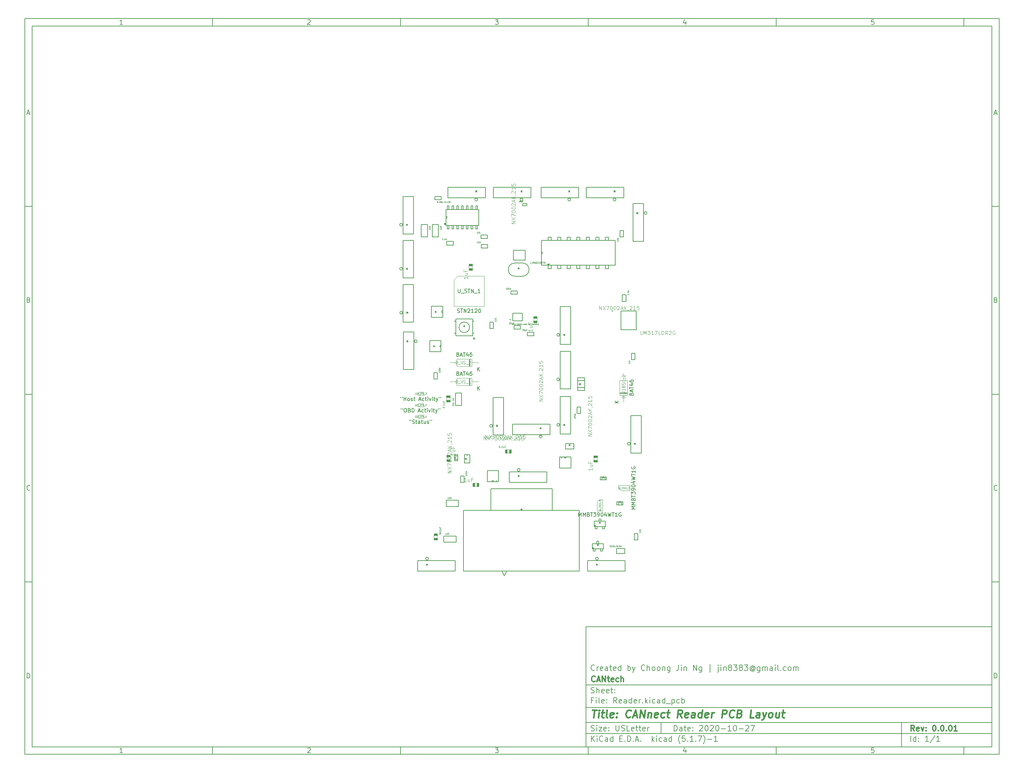
<source format=gbr>
%TF.GenerationSoftware,KiCad,Pcbnew,(5.1.7)-1*%
%TF.CreationDate,2020-10-27T12:50:59-07:00*%
%TF.ProjectId,Reader,52656164-6572-42e6-9b69-6361645f7063,0.0.01*%
%TF.SameCoordinates,Original*%
%TF.FileFunction,Other,Fab,Top*%
%FSLAX46Y46*%
G04 Gerber Fmt 4.6, Leading zero omitted, Abs format (unit mm)*
G04 Created by KiCad (PCBNEW (5.1.7)-1) date 2020-10-27 12:50:59*
%MOMM*%
%LPD*%
G01*
G04 APERTURE LIST*
%ADD10C,0.100000*%
%ADD11C,0.150000*%
%ADD12C,0.300000*%
%ADD13C,0.400000*%
%ADD14C,0.127000*%
%ADD15C,0.152400*%
%ADD16C,0.010000*%
%ADD17C,0.101600*%
%ADD18C,0.200000*%
%ADD19C,0.015000*%
%ADD20C,0.060000*%
%ADD21C,0.120000*%
%ADD22C,0.075000*%
G04 APERTURE END LIST*
D10*
D11*
X159400000Y-171900000D02*
X159400000Y-203900000D01*
X267400000Y-203900000D01*
X267400000Y-171900000D01*
X159400000Y-171900000D01*
D10*
D11*
X10000000Y-10000000D02*
X10000000Y-205900000D01*
X269400000Y-205900000D01*
X269400000Y-10000000D01*
X10000000Y-10000000D01*
D10*
D11*
X12000000Y-12000000D02*
X12000000Y-203900000D01*
X267400000Y-203900000D01*
X267400000Y-12000000D01*
X12000000Y-12000000D01*
D10*
D11*
X60000000Y-12000000D02*
X60000000Y-10000000D01*
D10*
D11*
X110000000Y-12000000D02*
X110000000Y-10000000D01*
D10*
D11*
X160000000Y-12000000D02*
X160000000Y-10000000D01*
D10*
D11*
X210000000Y-12000000D02*
X210000000Y-10000000D01*
D10*
D11*
X260000000Y-12000000D02*
X260000000Y-10000000D01*
D10*
D11*
X36065476Y-11588095D02*
X35322619Y-11588095D01*
X35694047Y-11588095D02*
X35694047Y-10288095D01*
X35570238Y-10473809D01*
X35446428Y-10597619D01*
X35322619Y-10659523D01*
D10*
D11*
X85322619Y-10411904D02*
X85384523Y-10350000D01*
X85508333Y-10288095D01*
X85817857Y-10288095D01*
X85941666Y-10350000D01*
X86003571Y-10411904D01*
X86065476Y-10535714D01*
X86065476Y-10659523D01*
X86003571Y-10845238D01*
X85260714Y-11588095D01*
X86065476Y-11588095D01*
D10*
D11*
X135260714Y-10288095D02*
X136065476Y-10288095D01*
X135632142Y-10783333D01*
X135817857Y-10783333D01*
X135941666Y-10845238D01*
X136003571Y-10907142D01*
X136065476Y-11030952D01*
X136065476Y-11340476D01*
X136003571Y-11464285D01*
X135941666Y-11526190D01*
X135817857Y-11588095D01*
X135446428Y-11588095D01*
X135322619Y-11526190D01*
X135260714Y-11464285D01*
D10*
D11*
X185941666Y-10721428D02*
X185941666Y-11588095D01*
X185632142Y-10226190D02*
X185322619Y-11154761D01*
X186127380Y-11154761D01*
D10*
D11*
X236003571Y-10288095D02*
X235384523Y-10288095D01*
X235322619Y-10907142D01*
X235384523Y-10845238D01*
X235508333Y-10783333D01*
X235817857Y-10783333D01*
X235941666Y-10845238D01*
X236003571Y-10907142D01*
X236065476Y-11030952D01*
X236065476Y-11340476D01*
X236003571Y-11464285D01*
X235941666Y-11526190D01*
X235817857Y-11588095D01*
X235508333Y-11588095D01*
X235384523Y-11526190D01*
X235322619Y-11464285D01*
D10*
D11*
X60000000Y-203900000D02*
X60000000Y-205900000D01*
D10*
D11*
X110000000Y-203900000D02*
X110000000Y-205900000D01*
D10*
D11*
X160000000Y-203900000D02*
X160000000Y-205900000D01*
D10*
D11*
X210000000Y-203900000D02*
X210000000Y-205900000D01*
D10*
D11*
X260000000Y-203900000D02*
X260000000Y-205900000D01*
D10*
D11*
X36065476Y-205488095D02*
X35322619Y-205488095D01*
X35694047Y-205488095D02*
X35694047Y-204188095D01*
X35570238Y-204373809D01*
X35446428Y-204497619D01*
X35322619Y-204559523D01*
D10*
D11*
X85322619Y-204311904D02*
X85384523Y-204250000D01*
X85508333Y-204188095D01*
X85817857Y-204188095D01*
X85941666Y-204250000D01*
X86003571Y-204311904D01*
X86065476Y-204435714D01*
X86065476Y-204559523D01*
X86003571Y-204745238D01*
X85260714Y-205488095D01*
X86065476Y-205488095D01*
D10*
D11*
X135260714Y-204188095D02*
X136065476Y-204188095D01*
X135632142Y-204683333D01*
X135817857Y-204683333D01*
X135941666Y-204745238D01*
X136003571Y-204807142D01*
X136065476Y-204930952D01*
X136065476Y-205240476D01*
X136003571Y-205364285D01*
X135941666Y-205426190D01*
X135817857Y-205488095D01*
X135446428Y-205488095D01*
X135322619Y-205426190D01*
X135260714Y-205364285D01*
D10*
D11*
X185941666Y-204621428D02*
X185941666Y-205488095D01*
X185632142Y-204126190D02*
X185322619Y-205054761D01*
X186127380Y-205054761D01*
D10*
D11*
X236003571Y-204188095D02*
X235384523Y-204188095D01*
X235322619Y-204807142D01*
X235384523Y-204745238D01*
X235508333Y-204683333D01*
X235817857Y-204683333D01*
X235941666Y-204745238D01*
X236003571Y-204807142D01*
X236065476Y-204930952D01*
X236065476Y-205240476D01*
X236003571Y-205364285D01*
X235941666Y-205426190D01*
X235817857Y-205488095D01*
X235508333Y-205488095D01*
X235384523Y-205426190D01*
X235322619Y-205364285D01*
D10*
D11*
X10000000Y-60000000D02*
X12000000Y-60000000D01*
D10*
D11*
X10000000Y-110000000D02*
X12000000Y-110000000D01*
D10*
D11*
X10000000Y-160000000D02*
X12000000Y-160000000D01*
D10*
D11*
X10690476Y-35216666D02*
X11309523Y-35216666D01*
X10566666Y-35588095D02*
X11000000Y-34288095D01*
X11433333Y-35588095D01*
D10*
D11*
X11092857Y-84907142D02*
X11278571Y-84969047D01*
X11340476Y-85030952D01*
X11402380Y-85154761D01*
X11402380Y-85340476D01*
X11340476Y-85464285D01*
X11278571Y-85526190D01*
X11154761Y-85588095D01*
X10659523Y-85588095D01*
X10659523Y-84288095D01*
X11092857Y-84288095D01*
X11216666Y-84350000D01*
X11278571Y-84411904D01*
X11340476Y-84535714D01*
X11340476Y-84659523D01*
X11278571Y-84783333D01*
X11216666Y-84845238D01*
X11092857Y-84907142D01*
X10659523Y-84907142D01*
D10*
D11*
X11402380Y-135464285D02*
X11340476Y-135526190D01*
X11154761Y-135588095D01*
X11030952Y-135588095D01*
X10845238Y-135526190D01*
X10721428Y-135402380D01*
X10659523Y-135278571D01*
X10597619Y-135030952D01*
X10597619Y-134845238D01*
X10659523Y-134597619D01*
X10721428Y-134473809D01*
X10845238Y-134350000D01*
X11030952Y-134288095D01*
X11154761Y-134288095D01*
X11340476Y-134350000D01*
X11402380Y-134411904D01*
D10*
D11*
X10659523Y-185588095D02*
X10659523Y-184288095D01*
X10969047Y-184288095D01*
X11154761Y-184350000D01*
X11278571Y-184473809D01*
X11340476Y-184597619D01*
X11402380Y-184845238D01*
X11402380Y-185030952D01*
X11340476Y-185278571D01*
X11278571Y-185402380D01*
X11154761Y-185526190D01*
X10969047Y-185588095D01*
X10659523Y-185588095D01*
D10*
D11*
X269400000Y-60000000D02*
X267400000Y-60000000D01*
D10*
D11*
X269400000Y-110000000D02*
X267400000Y-110000000D01*
D10*
D11*
X269400000Y-160000000D02*
X267400000Y-160000000D01*
D10*
D11*
X268090476Y-35216666D02*
X268709523Y-35216666D01*
X267966666Y-35588095D02*
X268400000Y-34288095D01*
X268833333Y-35588095D01*
D10*
D11*
X268492857Y-84907142D02*
X268678571Y-84969047D01*
X268740476Y-85030952D01*
X268802380Y-85154761D01*
X268802380Y-85340476D01*
X268740476Y-85464285D01*
X268678571Y-85526190D01*
X268554761Y-85588095D01*
X268059523Y-85588095D01*
X268059523Y-84288095D01*
X268492857Y-84288095D01*
X268616666Y-84350000D01*
X268678571Y-84411904D01*
X268740476Y-84535714D01*
X268740476Y-84659523D01*
X268678571Y-84783333D01*
X268616666Y-84845238D01*
X268492857Y-84907142D01*
X268059523Y-84907142D01*
D10*
D11*
X268802380Y-135464285D02*
X268740476Y-135526190D01*
X268554761Y-135588095D01*
X268430952Y-135588095D01*
X268245238Y-135526190D01*
X268121428Y-135402380D01*
X268059523Y-135278571D01*
X267997619Y-135030952D01*
X267997619Y-134845238D01*
X268059523Y-134597619D01*
X268121428Y-134473809D01*
X268245238Y-134350000D01*
X268430952Y-134288095D01*
X268554761Y-134288095D01*
X268740476Y-134350000D01*
X268802380Y-134411904D01*
D10*
D11*
X268059523Y-185588095D02*
X268059523Y-184288095D01*
X268369047Y-184288095D01*
X268554761Y-184350000D01*
X268678571Y-184473809D01*
X268740476Y-184597619D01*
X268802380Y-184845238D01*
X268802380Y-185030952D01*
X268740476Y-185278571D01*
X268678571Y-185402380D01*
X268554761Y-185526190D01*
X268369047Y-185588095D01*
X268059523Y-185588095D01*
D10*
D11*
X182832142Y-199678571D02*
X182832142Y-198178571D01*
X183189285Y-198178571D01*
X183403571Y-198250000D01*
X183546428Y-198392857D01*
X183617857Y-198535714D01*
X183689285Y-198821428D01*
X183689285Y-199035714D01*
X183617857Y-199321428D01*
X183546428Y-199464285D01*
X183403571Y-199607142D01*
X183189285Y-199678571D01*
X182832142Y-199678571D01*
X184975000Y-199678571D02*
X184975000Y-198892857D01*
X184903571Y-198750000D01*
X184760714Y-198678571D01*
X184475000Y-198678571D01*
X184332142Y-198750000D01*
X184975000Y-199607142D02*
X184832142Y-199678571D01*
X184475000Y-199678571D01*
X184332142Y-199607142D01*
X184260714Y-199464285D01*
X184260714Y-199321428D01*
X184332142Y-199178571D01*
X184475000Y-199107142D01*
X184832142Y-199107142D01*
X184975000Y-199035714D01*
X185475000Y-198678571D02*
X186046428Y-198678571D01*
X185689285Y-198178571D02*
X185689285Y-199464285D01*
X185760714Y-199607142D01*
X185903571Y-199678571D01*
X186046428Y-199678571D01*
X187117857Y-199607142D02*
X186975000Y-199678571D01*
X186689285Y-199678571D01*
X186546428Y-199607142D01*
X186475000Y-199464285D01*
X186475000Y-198892857D01*
X186546428Y-198750000D01*
X186689285Y-198678571D01*
X186975000Y-198678571D01*
X187117857Y-198750000D01*
X187189285Y-198892857D01*
X187189285Y-199035714D01*
X186475000Y-199178571D01*
X187832142Y-199535714D02*
X187903571Y-199607142D01*
X187832142Y-199678571D01*
X187760714Y-199607142D01*
X187832142Y-199535714D01*
X187832142Y-199678571D01*
X187832142Y-198750000D02*
X187903571Y-198821428D01*
X187832142Y-198892857D01*
X187760714Y-198821428D01*
X187832142Y-198750000D01*
X187832142Y-198892857D01*
X189617857Y-198321428D02*
X189689285Y-198250000D01*
X189832142Y-198178571D01*
X190189285Y-198178571D01*
X190332142Y-198250000D01*
X190403571Y-198321428D01*
X190475000Y-198464285D01*
X190475000Y-198607142D01*
X190403571Y-198821428D01*
X189546428Y-199678571D01*
X190475000Y-199678571D01*
X191403571Y-198178571D02*
X191546428Y-198178571D01*
X191689285Y-198250000D01*
X191760714Y-198321428D01*
X191832142Y-198464285D01*
X191903571Y-198750000D01*
X191903571Y-199107142D01*
X191832142Y-199392857D01*
X191760714Y-199535714D01*
X191689285Y-199607142D01*
X191546428Y-199678571D01*
X191403571Y-199678571D01*
X191260714Y-199607142D01*
X191189285Y-199535714D01*
X191117857Y-199392857D01*
X191046428Y-199107142D01*
X191046428Y-198750000D01*
X191117857Y-198464285D01*
X191189285Y-198321428D01*
X191260714Y-198250000D01*
X191403571Y-198178571D01*
X192475000Y-198321428D02*
X192546428Y-198250000D01*
X192689285Y-198178571D01*
X193046428Y-198178571D01*
X193189285Y-198250000D01*
X193260714Y-198321428D01*
X193332142Y-198464285D01*
X193332142Y-198607142D01*
X193260714Y-198821428D01*
X192403571Y-199678571D01*
X193332142Y-199678571D01*
X194260714Y-198178571D02*
X194403571Y-198178571D01*
X194546428Y-198250000D01*
X194617857Y-198321428D01*
X194689285Y-198464285D01*
X194760714Y-198750000D01*
X194760714Y-199107142D01*
X194689285Y-199392857D01*
X194617857Y-199535714D01*
X194546428Y-199607142D01*
X194403571Y-199678571D01*
X194260714Y-199678571D01*
X194117857Y-199607142D01*
X194046428Y-199535714D01*
X193975000Y-199392857D01*
X193903571Y-199107142D01*
X193903571Y-198750000D01*
X193975000Y-198464285D01*
X194046428Y-198321428D01*
X194117857Y-198250000D01*
X194260714Y-198178571D01*
X195403571Y-199107142D02*
X196546428Y-199107142D01*
X198046428Y-199678571D02*
X197189285Y-199678571D01*
X197617857Y-199678571D02*
X197617857Y-198178571D01*
X197475000Y-198392857D01*
X197332142Y-198535714D01*
X197189285Y-198607142D01*
X198975000Y-198178571D02*
X199117857Y-198178571D01*
X199260714Y-198250000D01*
X199332142Y-198321428D01*
X199403571Y-198464285D01*
X199475000Y-198750000D01*
X199475000Y-199107142D01*
X199403571Y-199392857D01*
X199332142Y-199535714D01*
X199260714Y-199607142D01*
X199117857Y-199678571D01*
X198975000Y-199678571D01*
X198832142Y-199607142D01*
X198760714Y-199535714D01*
X198689285Y-199392857D01*
X198617857Y-199107142D01*
X198617857Y-198750000D01*
X198689285Y-198464285D01*
X198760714Y-198321428D01*
X198832142Y-198250000D01*
X198975000Y-198178571D01*
X200117857Y-199107142D02*
X201260714Y-199107142D01*
X201903571Y-198321428D02*
X201975000Y-198250000D01*
X202117857Y-198178571D01*
X202475000Y-198178571D01*
X202617857Y-198250000D01*
X202689285Y-198321428D01*
X202760714Y-198464285D01*
X202760714Y-198607142D01*
X202689285Y-198821428D01*
X201832142Y-199678571D01*
X202760714Y-199678571D01*
X203260714Y-198178571D02*
X204260714Y-198178571D01*
X203617857Y-199678571D01*
D10*
D11*
X159400000Y-200400000D02*
X267400000Y-200400000D01*
D10*
D11*
X160832142Y-202478571D02*
X160832142Y-200978571D01*
X161689285Y-202478571D02*
X161046428Y-201621428D01*
X161689285Y-200978571D02*
X160832142Y-201835714D01*
X162332142Y-202478571D02*
X162332142Y-201478571D01*
X162332142Y-200978571D02*
X162260714Y-201050000D01*
X162332142Y-201121428D01*
X162403571Y-201050000D01*
X162332142Y-200978571D01*
X162332142Y-201121428D01*
X163903571Y-202335714D02*
X163832142Y-202407142D01*
X163617857Y-202478571D01*
X163475000Y-202478571D01*
X163260714Y-202407142D01*
X163117857Y-202264285D01*
X163046428Y-202121428D01*
X162975000Y-201835714D01*
X162975000Y-201621428D01*
X163046428Y-201335714D01*
X163117857Y-201192857D01*
X163260714Y-201050000D01*
X163475000Y-200978571D01*
X163617857Y-200978571D01*
X163832142Y-201050000D01*
X163903571Y-201121428D01*
X165189285Y-202478571D02*
X165189285Y-201692857D01*
X165117857Y-201550000D01*
X164975000Y-201478571D01*
X164689285Y-201478571D01*
X164546428Y-201550000D01*
X165189285Y-202407142D02*
X165046428Y-202478571D01*
X164689285Y-202478571D01*
X164546428Y-202407142D01*
X164475000Y-202264285D01*
X164475000Y-202121428D01*
X164546428Y-201978571D01*
X164689285Y-201907142D01*
X165046428Y-201907142D01*
X165189285Y-201835714D01*
X166546428Y-202478571D02*
X166546428Y-200978571D01*
X166546428Y-202407142D02*
X166403571Y-202478571D01*
X166117857Y-202478571D01*
X165975000Y-202407142D01*
X165903571Y-202335714D01*
X165832142Y-202192857D01*
X165832142Y-201764285D01*
X165903571Y-201621428D01*
X165975000Y-201550000D01*
X166117857Y-201478571D01*
X166403571Y-201478571D01*
X166546428Y-201550000D01*
X168403571Y-201692857D02*
X168903571Y-201692857D01*
X169117857Y-202478571D02*
X168403571Y-202478571D01*
X168403571Y-200978571D01*
X169117857Y-200978571D01*
X169760714Y-202335714D02*
X169832142Y-202407142D01*
X169760714Y-202478571D01*
X169689285Y-202407142D01*
X169760714Y-202335714D01*
X169760714Y-202478571D01*
X170475000Y-202478571D02*
X170475000Y-200978571D01*
X170832142Y-200978571D01*
X171046428Y-201050000D01*
X171189285Y-201192857D01*
X171260714Y-201335714D01*
X171332142Y-201621428D01*
X171332142Y-201835714D01*
X171260714Y-202121428D01*
X171189285Y-202264285D01*
X171046428Y-202407142D01*
X170832142Y-202478571D01*
X170475000Y-202478571D01*
X171975000Y-202335714D02*
X172046428Y-202407142D01*
X171975000Y-202478571D01*
X171903571Y-202407142D01*
X171975000Y-202335714D01*
X171975000Y-202478571D01*
X172617857Y-202050000D02*
X173332142Y-202050000D01*
X172475000Y-202478571D02*
X172975000Y-200978571D01*
X173475000Y-202478571D01*
X173975000Y-202335714D02*
X174046428Y-202407142D01*
X173975000Y-202478571D01*
X173903571Y-202407142D01*
X173975000Y-202335714D01*
X173975000Y-202478571D01*
X176975000Y-202478571D02*
X176975000Y-200978571D01*
X177117857Y-201907142D02*
X177546428Y-202478571D01*
X177546428Y-201478571D02*
X176975000Y-202050000D01*
X178189285Y-202478571D02*
X178189285Y-201478571D01*
X178189285Y-200978571D02*
X178117857Y-201050000D01*
X178189285Y-201121428D01*
X178260714Y-201050000D01*
X178189285Y-200978571D01*
X178189285Y-201121428D01*
X179546428Y-202407142D02*
X179403571Y-202478571D01*
X179117857Y-202478571D01*
X178975000Y-202407142D01*
X178903571Y-202335714D01*
X178832142Y-202192857D01*
X178832142Y-201764285D01*
X178903571Y-201621428D01*
X178975000Y-201550000D01*
X179117857Y-201478571D01*
X179403571Y-201478571D01*
X179546428Y-201550000D01*
X180832142Y-202478571D02*
X180832142Y-201692857D01*
X180760714Y-201550000D01*
X180617857Y-201478571D01*
X180332142Y-201478571D01*
X180189285Y-201550000D01*
X180832142Y-202407142D02*
X180689285Y-202478571D01*
X180332142Y-202478571D01*
X180189285Y-202407142D01*
X180117857Y-202264285D01*
X180117857Y-202121428D01*
X180189285Y-201978571D01*
X180332142Y-201907142D01*
X180689285Y-201907142D01*
X180832142Y-201835714D01*
X182189285Y-202478571D02*
X182189285Y-200978571D01*
X182189285Y-202407142D02*
X182046428Y-202478571D01*
X181760714Y-202478571D01*
X181617857Y-202407142D01*
X181546428Y-202335714D01*
X181475000Y-202192857D01*
X181475000Y-201764285D01*
X181546428Y-201621428D01*
X181617857Y-201550000D01*
X181760714Y-201478571D01*
X182046428Y-201478571D01*
X182189285Y-201550000D01*
X184475000Y-203050000D02*
X184403571Y-202978571D01*
X184260714Y-202764285D01*
X184189285Y-202621428D01*
X184117857Y-202407142D01*
X184046428Y-202050000D01*
X184046428Y-201764285D01*
X184117857Y-201407142D01*
X184189285Y-201192857D01*
X184260714Y-201050000D01*
X184403571Y-200835714D01*
X184475000Y-200764285D01*
X185760714Y-200978571D02*
X185046428Y-200978571D01*
X184975000Y-201692857D01*
X185046428Y-201621428D01*
X185189285Y-201550000D01*
X185546428Y-201550000D01*
X185689285Y-201621428D01*
X185760714Y-201692857D01*
X185832142Y-201835714D01*
X185832142Y-202192857D01*
X185760714Y-202335714D01*
X185689285Y-202407142D01*
X185546428Y-202478571D01*
X185189285Y-202478571D01*
X185046428Y-202407142D01*
X184975000Y-202335714D01*
X186475000Y-202335714D02*
X186546428Y-202407142D01*
X186475000Y-202478571D01*
X186403571Y-202407142D01*
X186475000Y-202335714D01*
X186475000Y-202478571D01*
X187975000Y-202478571D02*
X187117857Y-202478571D01*
X187546428Y-202478571D02*
X187546428Y-200978571D01*
X187403571Y-201192857D01*
X187260714Y-201335714D01*
X187117857Y-201407142D01*
X188617857Y-202335714D02*
X188689285Y-202407142D01*
X188617857Y-202478571D01*
X188546428Y-202407142D01*
X188617857Y-202335714D01*
X188617857Y-202478571D01*
X189189285Y-200978571D02*
X190189285Y-200978571D01*
X189546428Y-202478571D01*
X190617857Y-203050000D02*
X190689285Y-202978571D01*
X190832142Y-202764285D01*
X190903571Y-202621428D01*
X190975000Y-202407142D01*
X191046428Y-202050000D01*
X191046428Y-201764285D01*
X190975000Y-201407142D01*
X190903571Y-201192857D01*
X190832142Y-201050000D01*
X190689285Y-200835714D01*
X190617857Y-200764285D01*
X191760714Y-201907142D02*
X192903571Y-201907142D01*
X194403571Y-202478571D02*
X193546428Y-202478571D01*
X193975000Y-202478571D02*
X193975000Y-200978571D01*
X193832142Y-201192857D01*
X193689285Y-201335714D01*
X193546428Y-201407142D01*
D10*
D11*
X159400000Y-197400000D02*
X267400000Y-197400000D01*
D10*
D12*
X246809285Y-199678571D02*
X246309285Y-198964285D01*
X245952142Y-199678571D02*
X245952142Y-198178571D01*
X246523571Y-198178571D01*
X246666428Y-198250000D01*
X246737857Y-198321428D01*
X246809285Y-198464285D01*
X246809285Y-198678571D01*
X246737857Y-198821428D01*
X246666428Y-198892857D01*
X246523571Y-198964285D01*
X245952142Y-198964285D01*
X248023571Y-199607142D02*
X247880714Y-199678571D01*
X247595000Y-199678571D01*
X247452142Y-199607142D01*
X247380714Y-199464285D01*
X247380714Y-198892857D01*
X247452142Y-198750000D01*
X247595000Y-198678571D01*
X247880714Y-198678571D01*
X248023571Y-198750000D01*
X248095000Y-198892857D01*
X248095000Y-199035714D01*
X247380714Y-199178571D01*
X248595000Y-198678571D02*
X248952142Y-199678571D01*
X249309285Y-198678571D01*
X249880714Y-199535714D02*
X249952142Y-199607142D01*
X249880714Y-199678571D01*
X249809285Y-199607142D01*
X249880714Y-199535714D01*
X249880714Y-199678571D01*
X249880714Y-198750000D02*
X249952142Y-198821428D01*
X249880714Y-198892857D01*
X249809285Y-198821428D01*
X249880714Y-198750000D01*
X249880714Y-198892857D01*
X252023571Y-198178571D02*
X252166428Y-198178571D01*
X252309285Y-198250000D01*
X252380714Y-198321428D01*
X252452142Y-198464285D01*
X252523571Y-198750000D01*
X252523571Y-199107142D01*
X252452142Y-199392857D01*
X252380714Y-199535714D01*
X252309285Y-199607142D01*
X252166428Y-199678571D01*
X252023571Y-199678571D01*
X251880714Y-199607142D01*
X251809285Y-199535714D01*
X251737857Y-199392857D01*
X251666428Y-199107142D01*
X251666428Y-198750000D01*
X251737857Y-198464285D01*
X251809285Y-198321428D01*
X251880714Y-198250000D01*
X252023571Y-198178571D01*
X253166428Y-199535714D02*
X253237857Y-199607142D01*
X253166428Y-199678571D01*
X253095000Y-199607142D01*
X253166428Y-199535714D01*
X253166428Y-199678571D01*
X254166428Y-198178571D02*
X254309285Y-198178571D01*
X254452142Y-198250000D01*
X254523571Y-198321428D01*
X254595000Y-198464285D01*
X254666428Y-198750000D01*
X254666428Y-199107142D01*
X254595000Y-199392857D01*
X254523571Y-199535714D01*
X254452142Y-199607142D01*
X254309285Y-199678571D01*
X254166428Y-199678571D01*
X254023571Y-199607142D01*
X253952142Y-199535714D01*
X253880714Y-199392857D01*
X253809285Y-199107142D01*
X253809285Y-198750000D01*
X253880714Y-198464285D01*
X253952142Y-198321428D01*
X254023571Y-198250000D01*
X254166428Y-198178571D01*
X255309285Y-199535714D02*
X255380714Y-199607142D01*
X255309285Y-199678571D01*
X255237857Y-199607142D01*
X255309285Y-199535714D01*
X255309285Y-199678571D01*
X256309285Y-198178571D02*
X256452142Y-198178571D01*
X256595000Y-198250000D01*
X256666428Y-198321428D01*
X256737857Y-198464285D01*
X256809285Y-198750000D01*
X256809285Y-199107142D01*
X256737857Y-199392857D01*
X256666428Y-199535714D01*
X256595000Y-199607142D01*
X256452142Y-199678571D01*
X256309285Y-199678571D01*
X256166428Y-199607142D01*
X256095000Y-199535714D01*
X256023571Y-199392857D01*
X255952142Y-199107142D01*
X255952142Y-198750000D01*
X256023571Y-198464285D01*
X256095000Y-198321428D01*
X256166428Y-198250000D01*
X256309285Y-198178571D01*
X258237857Y-199678571D02*
X257380714Y-199678571D01*
X257809285Y-199678571D02*
X257809285Y-198178571D01*
X257666428Y-198392857D01*
X257523571Y-198535714D01*
X257380714Y-198607142D01*
D10*
D11*
X160760714Y-199607142D02*
X160975000Y-199678571D01*
X161332142Y-199678571D01*
X161475000Y-199607142D01*
X161546428Y-199535714D01*
X161617857Y-199392857D01*
X161617857Y-199250000D01*
X161546428Y-199107142D01*
X161475000Y-199035714D01*
X161332142Y-198964285D01*
X161046428Y-198892857D01*
X160903571Y-198821428D01*
X160832142Y-198750000D01*
X160760714Y-198607142D01*
X160760714Y-198464285D01*
X160832142Y-198321428D01*
X160903571Y-198250000D01*
X161046428Y-198178571D01*
X161403571Y-198178571D01*
X161617857Y-198250000D01*
X162260714Y-199678571D02*
X162260714Y-198678571D01*
X162260714Y-198178571D02*
X162189285Y-198250000D01*
X162260714Y-198321428D01*
X162332142Y-198250000D01*
X162260714Y-198178571D01*
X162260714Y-198321428D01*
X162832142Y-198678571D02*
X163617857Y-198678571D01*
X162832142Y-199678571D01*
X163617857Y-199678571D01*
X164760714Y-199607142D02*
X164617857Y-199678571D01*
X164332142Y-199678571D01*
X164189285Y-199607142D01*
X164117857Y-199464285D01*
X164117857Y-198892857D01*
X164189285Y-198750000D01*
X164332142Y-198678571D01*
X164617857Y-198678571D01*
X164760714Y-198750000D01*
X164832142Y-198892857D01*
X164832142Y-199035714D01*
X164117857Y-199178571D01*
X165475000Y-199535714D02*
X165546428Y-199607142D01*
X165475000Y-199678571D01*
X165403571Y-199607142D01*
X165475000Y-199535714D01*
X165475000Y-199678571D01*
X165475000Y-198750000D02*
X165546428Y-198821428D01*
X165475000Y-198892857D01*
X165403571Y-198821428D01*
X165475000Y-198750000D01*
X165475000Y-198892857D01*
X167332142Y-198178571D02*
X167332142Y-199392857D01*
X167403571Y-199535714D01*
X167475000Y-199607142D01*
X167617857Y-199678571D01*
X167903571Y-199678571D01*
X168046428Y-199607142D01*
X168117857Y-199535714D01*
X168189285Y-199392857D01*
X168189285Y-198178571D01*
X168832142Y-199607142D02*
X169046428Y-199678571D01*
X169403571Y-199678571D01*
X169546428Y-199607142D01*
X169617857Y-199535714D01*
X169689285Y-199392857D01*
X169689285Y-199250000D01*
X169617857Y-199107142D01*
X169546428Y-199035714D01*
X169403571Y-198964285D01*
X169117857Y-198892857D01*
X168975000Y-198821428D01*
X168903571Y-198750000D01*
X168832142Y-198607142D01*
X168832142Y-198464285D01*
X168903571Y-198321428D01*
X168975000Y-198250000D01*
X169117857Y-198178571D01*
X169475000Y-198178571D01*
X169689285Y-198250000D01*
X171046428Y-199678571D02*
X170332142Y-199678571D01*
X170332142Y-198178571D01*
X172117857Y-199607142D02*
X171975000Y-199678571D01*
X171689285Y-199678571D01*
X171546428Y-199607142D01*
X171475000Y-199464285D01*
X171475000Y-198892857D01*
X171546428Y-198750000D01*
X171689285Y-198678571D01*
X171975000Y-198678571D01*
X172117857Y-198750000D01*
X172189285Y-198892857D01*
X172189285Y-199035714D01*
X171475000Y-199178571D01*
X172617857Y-198678571D02*
X173189285Y-198678571D01*
X172832142Y-198178571D02*
X172832142Y-199464285D01*
X172903571Y-199607142D01*
X173046428Y-199678571D01*
X173189285Y-199678571D01*
X173475000Y-198678571D02*
X174046428Y-198678571D01*
X173689285Y-198178571D02*
X173689285Y-199464285D01*
X173760714Y-199607142D01*
X173903571Y-199678571D01*
X174046428Y-199678571D01*
X175117857Y-199607142D02*
X174975000Y-199678571D01*
X174689285Y-199678571D01*
X174546428Y-199607142D01*
X174475000Y-199464285D01*
X174475000Y-198892857D01*
X174546428Y-198750000D01*
X174689285Y-198678571D01*
X174975000Y-198678571D01*
X175117857Y-198750000D01*
X175189285Y-198892857D01*
X175189285Y-199035714D01*
X174475000Y-199178571D01*
X175832142Y-199678571D02*
X175832142Y-198678571D01*
X175832142Y-198964285D02*
X175903571Y-198821428D01*
X175975000Y-198750000D01*
X176117857Y-198678571D01*
X176260714Y-198678571D01*
D10*
D11*
X245832142Y-202478571D02*
X245832142Y-200978571D01*
X247189285Y-202478571D02*
X247189285Y-200978571D01*
X247189285Y-202407142D02*
X247046428Y-202478571D01*
X246760714Y-202478571D01*
X246617857Y-202407142D01*
X246546428Y-202335714D01*
X246475000Y-202192857D01*
X246475000Y-201764285D01*
X246546428Y-201621428D01*
X246617857Y-201550000D01*
X246760714Y-201478571D01*
X247046428Y-201478571D01*
X247189285Y-201550000D01*
X247903571Y-202335714D02*
X247975000Y-202407142D01*
X247903571Y-202478571D01*
X247832142Y-202407142D01*
X247903571Y-202335714D01*
X247903571Y-202478571D01*
X247903571Y-201550000D02*
X247975000Y-201621428D01*
X247903571Y-201692857D01*
X247832142Y-201621428D01*
X247903571Y-201550000D01*
X247903571Y-201692857D01*
X250546428Y-202478571D02*
X249689285Y-202478571D01*
X250117857Y-202478571D02*
X250117857Y-200978571D01*
X249975000Y-201192857D01*
X249832142Y-201335714D01*
X249689285Y-201407142D01*
X252260714Y-200907142D02*
X250975000Y-202835714D01*
X253546428Y-202478571D02*
X252689285Y-202478571D01*
X253117857Y-202478571D02*
X253117857Y-200978571D01*
X252975000Y-201192857D01*
X252832142Y-201335714D01*
X252689285Y-201407142D01*
D10*
D11*
X159400000Y-193400000D02*
X267400000Y-193400000D01*
D10*
D13*
X161112380Y-194104761D02*
X162255238Y-194104761D01*
X161433809Y-196104761D02*
X161683809Y-194104761D01*
X162671904Y-196104761D02*
X162838571Y-194771428D01*
X162921904Y-194104761D02*
X162814761Y-194200000D01*
X162898095Y-194295238D01*
X163005238Y-194200000D01*
X162921904Y-194104761D01*
X162898095Y-194295238D01*
X163505238Y-194771428D02*
X164267142Y-194771428D01*
X163874285Y-194104761D02*
X163660000Y-195819047D01*
X163731428Y-196009523D01*
X163910000Y-196104761D01*
X164100476Y-196104761D01*
X165052857Y-196104761D02*
X164874285Y-196009523D01*
X164802857Y-195819047D01*
X165017142Y-194104761D01*
X166588571Y-196009523D02*
X166386190Y-196104761D01*
X166005238Y-196104761D01*
X165826666Y-196009523D01*
X165755238Y-195819047D01*
X165850476Y-195057142D01*
X165969523Y-194866666D01*
X166171904Y-194771428D01*
X166552857Y-194771428D01*
X166731428Y-194866666D01*
X166802857Y-195057142D01*
X166779047Y-195247619D01*
X165802857Y-195438095D01*
X167552857Y-195914285D02*
X167636190Y-196009523D01*
X167529047Y-196104761D01*
X167445714Y-196009523D01*
X167552857Y-195914285D01*
X167529047Y-196104761D01*
X167683809Y-194866666D02*
X167767142Y-194961904D01*
X167660000Y-195057142D01*
X167576666Y-194961904D01*
X167683809Y-194866666D01*
X167660000Y-195057142D01*
X171171904Y-195914285D02*
X171064761Y-196009523D01*
X170767142Y-196104761D01*
X170576666Y-196104761D01*
X170302857Y-196009523D01*
X170136190Y-195819047D01*
X170064761Y-195628571D01*
X170017142Y-195247619D01*
X170052857Y-194961904D01*
X170195714Y-194580952D01*
X170314761Y-194390476D01*
X170529047Y-194200000D01*
X170826666Y-194104761D01*
X171017142Y-194104761D01*
X171290952Y-194200000D01*
X171374285Y-194295238D01*
X171981428Y-195533333D02*
X172933809Y-195533333D01*
X171719523Y-196104761D02*
X172636190Y-194104761D01*
X173052857Y-196104761D01*
X173719523Y-196104761D02*
X173969523Y-194104761D01*
X174862380Y-196104761D01*
X175112380Y-194104761D01*
X175981428Y-194771428D02*
X175814761Y-196104761D01*
X175957619Y-194961904D02*
X176064761Y-194866666D01*
X176267142Y-194771428D01*
X176552857Y-194771428D01*
X176731428Y-194866666D01*
X176802857Y-195057142D01*
X176671904Y-196104761D01*
X178398095Y-196009523D02*
X178195714Y-196104761D01*
X177814761Y-196104761D01*
X177636190Y-196009523D01*
X177564761Y-195819047D01*
X177660000Y-195057142D01*
X177779047Y-194866666D01*
X177981428Y-194771428D01*
X178362380Y-194771428D01*
X178540952Y-194866666D01*
X178612380Y-195057142D01*
X178588571Y-195247619D01*
X177612380Y-195438095D01*
X180207619Y-196009523D02*
X180005238Y-196104761D01*
X179624285Y-196104761D01*
X179445714Y-196009523D01*
X179362380Y-195914285D01*
X179290952Y-195723809D01*
X179362380Y-195152380D01*
X179481428Y-194961904D01*
X179588571Y-194866666D01*
X179790952Y-194771428D01*
X180171904Y-194771428D01*
X180350476Y-194866666D01*
X180933809Y-194771428D02*
X181695714Y-194771428D01*
X181302857Y-194104761D02*
X181088571Y-195819047D01*
X181160000Y-196009523D01*
X181338571Y-196104761D01*
X181529047Y-196104761D01*
X184862380Y-196104761D02*
X184314761Y-195152380D01*
X183719523Y-196104761D02*
X183969523Y-194104761D01*
X184731428Y-194104761D01*
X184910000Y-194200000D01*
X184993333Y-194295238D01*
X185064761Y-194485714D01*
X185029047Y-194771428D01*
X184910000Y-194961904D01*
X184802857Y-195057142D01*
X184600476Y-195152380D01*
X183838571Y-195152380D01*
X186493333Y-196009523D02*
X186290952Y-196104761D01*
X185910000Y-196104761D01*
X185731428Y-196009523D01*
X185660000Y-195819047D01*
X185755238Y-195057142D01*
X185874285Y-194866666D01*
X186076666Y-194771428D01*
X186457619Y-194771428D01*
X186636190Y-194866666D01*
X186707619Y-195057142D01*
X186683809Y-195247619D01*
X185707619Y-195438095D01*
X188290952Y-196104761D02*
X188421904Y-195057142D01*
X188350476Y-194866666D01*
X188171904Y-194771428D01*
X187790952Y-194771428D01*
X187588571Y-194866666D01*
X188302857Y-196009523D02*
X188100476Y-196104761D01*
X187624285Y-196104761D01*
X187445714Y-196009523D01*
X187374285Y-195819047D01*
X187398095Y-195628571D01*
X187517142Y-195438095D01*
X187719523Y-195342857D01*
X188195714Y-195342857D01*
X188398095Y-195247619D01*
X190100476Y-196104761D02*
X190350476Y-194104761D01*
X190112380Y-196009523D02*
X189910000Y-196104761D01*
X189529047Y-196104761D01*
X189350476Y-196009523D01*
X189267142Y-195914285D01*
X189195714Y-195723809D01*
X189267142Y-195152380D01*
X189386190Y-194961904D01*
X189493333Y-194866666D01*
X189695714Y-194771428D01*
X190076666Y-194771428D01*
X190255238Y-194866666D01*
X191826666Y-196009523D02*
X191624285Y-196104761D01*
X191243333Y-196104761D01*
X191064761Y-196009523D01*
X190993333Y-195819047D01*
X191088571Y-195057142D01*
X191207619Y-194866666D01*
X191410000Y-194771428D01*
X191790952Y-194771428D01*
X191969523Y-194866666D01*
X192040952Y-195057142D01*
X192017142Y-195247619D01*
X191040952Y-195438095D01*
X192767142Y-196104761D02*
X192933809Y-194771428D01*
X192886190Y-195152380D02*
X193005238Y-194961904D01*
X193112380Y-194866666D01*
X193314761Y-194771428D01*
X193505238Y-194771428D01*
X195529047Y-196104761D02*
X195779047Y-194104761D01*
X196540952Y-194104761D01*
X196719523Y-194200000D01*
X196802857Y-194295238D01*
X196874285Y-194485714D01*
X196838571Y-194771428D01*
X196719523Y-194961904D01*
X196612380Y-195057142D01*
X196410000Y-195152380D01*
X195648095Y-195152380D01*
X198695714Y-195914285D02*
X198588571Y-196009523D01*
X198290952Y-196104761D01*
X198100476Y-196104761D01*
X197826666Y-196009523D01*
X197660000Y-195819047D01*
X197588571Y-195628571D01*
X197540952Y-195247619D01*
X197576666Y-194961904D01*
X197719523Y-194580952D01*
X197838571Y-194390476D01*
X198052857Y-194200000D01*
X198350476Y-194104761D01*
X198540952Y-194104761D01*
X198814761Y-194200000D01*
X198898095Y-194295238D01*
X200326666Y-195057142D02*
X200600476Y-195152380D01*
X200683809Y-195247619D01*
X200755238Y-195438095D01*
X200719523Y-195723809D01*
X200600476Y-195914285D01*
X200493333Y-196009523D01*
X200290952Y-196104761D01*
X199529047Y-196104761D01*
X199779047Y-194104761D01*
X200445714Y-194104761D01*
X200624285Y-194200000D01*
X200707619Y-194295238D01*
X200779047Y-194485714D01*
X200755238Y-194676190D01*
X200636190Y-194866666D01*
X200529047Y-194961904D01*
X200326666Y-195057142D01*
X199660000Y-195057142D01*
X204005238Y-196104761D02*
X203052857Y-196104761D01*
X203302857Y-194104761D01*
X205529047Y-196104761D02*
X205660000Y-195057142D01*
X205588571Y-194866666D01*
X205410000Y-194771428D01*
X205029047Y-194771428D01*
X204826666Y-194866666D01*
X205540952Y-196009523D02*
X205338571Y-196104761D01*
X204862380Y-196104761D01*
X204683809Y-196009523D01*
X204612380Y-195819047D01*
X204636190Y-195628571D01*
X204755238Y-195438095D01*
X204957619Y-195342857D01*
X205433809Y-195342857D01*
X205636190Y-195247619D01*
X206457619Y-194771428D02*
X206767142Y-196104761D01*
X207410000Y-194771428D02*
X206767142Y-196104761D01*
X206517142Y-196580952D01*
X206410000Y-196676190D01*
X206207619Y-196771428D01*
X208290952Y-196104761D02*
X208112380Y-196009523D01*
X208029047Y-195914285D01*
X207957619Y-195723809D01*
X208029047Y-195152380D01*
X208148095Y-194961904D01*
X208255238Y-194866666D01*
X208457619Y-194771428D01*
X208743333Y-194771428D01*
X208921904Y-194866666D01*
X209005238Y-194961904D01*
X209076666Y-195152380D01*
X209005238Y-195723809D01*
X208886190Y-195914285D01*
X208779047Y-196009523D01*
X208576666Y-196104761D01*
X208290952Y-196104761D01*
X210838571Y-194771428D02*
X210671904Y-196104761D01*
X209981428Y-194771428D02*
X209850476Y-195819047D01*
X209921904Y-196009523D01*
X210100476Y-196104761D01*
X210386190Y-196104761D01*
X210588571Y-196009523D01*
X210695714Y-195914285D01*
X211505238Y-194771428D02*
X212267142Y-194771428D01*
X211874285Y-194104761D02*
X211659999Y-195819047D01*
X211731428Y-196009523D01*
X211909999Y-196104761D01*
X212100476Y-196104761D01*
D10*
D11*
X161332142Y-191492857D02*
X160832142Y-191492857D01*
X160832142Y-192278571D02*
X160832142Y-190778571D01*
X161546428Y-190778571D01*
X162117857Y-192278571D02*
X162117857Y-191278571D01*
X162117857Y-190778571D02*
X162046428Y-190850000D01*
X162117857Y-190921428D01*
X162189285Y-190850000D01*
X162117857Y-190778571D01*
X162117857Y-190921428D01*
X163046428Y-192278571D02*
X162903571Y-192207142D01*
X162832142Y-192064285D01*
X162832142Y-190778571D01*
X164189285Y-192207142D02*
X164046428Y-192278571D01*
X163760714Y-192278571D01*
X163617857Y-192207142D01*
X163546428Y-192064285D01*
X163546428Y-191492857D01*
X163617857Y-191350000D01*
X163760714Y-191278571D01*
X164046428Y-191278571D01*
X164189285Y-191350000D01*
X164260714Y-191492857D01*
X164260714Y-191635714D01*
X163546428Y-191778571D01*
X164903571Y-192135714D02*
X164975000Y-192207142D01*
X164903571Y-192278571D01*
X164832142Y-192207142D01*
X164903571Y-192135714D01*
X164903571Y-192278571D01*
X164903571Y-191350000D02*
X164975000Y-191421428D01*
X164903571Y-191492857D01*
X164832142Y-191421428D01*
X164903571Y-191350000D01*
X164903571Y-191492857D01*
X167617857Y-192278571D02*
X167117857Y-191564285D01*
X166760714Y-192278571D02*
X166760714Y-190778571D01*
X167332142Y-190778571D01*
X167475000Y-190850000D01*
X167546428Y-190921428D01*
X167617857Y-191064285D01*
X167617857Y-191278571D01*
X167546428Y-191421428D01*
X167475000Y-191492857D01*
X167332142Y-191564285D01*
X166760714Y-191564285D01*
X168832142Y-192207142D02*
X168689285Y-192278571D01*
X168403571Y-192278571D01*
X168260714Y-192207142D01*
X168189285Y-192064285D01*
X168189285Y-191492857D01*
X168260714Y-191350000D01*
X168403571Y-191278571D01*
X168689285Y-191278571D01*
X168832142Y-191350000D01*
X168903571Y-191492857D01*
X168903571Y-191635714D01*
X168189285Y-191778571D01*
X170189285Y-192278571D02*
X170189285Y-191492857D01*
X170117857Y-191350000D01*
X169975000Y-191278571D01*
X169689285Y-191278571D01*
X169546428Y-191350000D01*
X170189285Y-192207142D02*
X170046428Y-192278571D01*
X169689285Y-192278571D01*
X169546428Y-192207142D01*
X169475000Y-192064285D01*
X169475000Y-191921428D01*
X169546428Y-191778571D01*
X169689285Y-191707142D01*
X170046428Y-191707142D01*
X170189285Y-191635714D01*
X171546428Y-192278571D02*
X171546428Y-190778571D01*
X171546428Y-192207142D02*
X171403571Y-192278571D01*
X171117857Y-192278571D01*
X170975000Y-192207142D01*
X170903571Y-192135714D01*
X170832142Y-191992857D01*
X170832142Y-191564285D01*
X170903571Y-191421428D01*
X170975000Y-191350000D01*
X171117857Y-191278571D01*
X171403571Y-191278571D01*
X171546428Y-191350000D01*
X172832142Y-192207142D02*
X172689285Y-192278571D01*
X172403571Y-192278571D01*
X172260714Y-192207142D01*
X172189285Y-192064285D01*
X172189285Y-191492857D01*
X172260714Y-191350000D01*
X172403571Y-191278571D01*
X172689285Y-191278571D01*
X172832142Y-191350000D01*
X172903571Y-191492857D01*
X172903571Y-191635714D01*
X172189285Y-191778571D01*
X173546428Y-192278571D02*
X173546428Y-191278571D01*
X173546428Y-191564285D02*
X173617857Y-191421428D01*
X173689285Y-191350000D01*
X173832142Y-191278571D01*
X173975000Y-191278571D01*
X174475000Y-192135714D02*
X174546428Y-192207142D01*
X174475000Y-192278571D01*
X174403571Y-192207142D01*
X174475000Y-192135714D01*
X174475000Y-192278571D01*
X175189285Y-192278571D02*
X175189285Y-190778571D01*
X175332142Y-191707142D02*
X175760714Y-192278571D01*
X175760714Y-191278571D02*
X175189285Y-191850000D01*
X176403571Y-192278571D02*
X176403571Y-191278571D01*
X176403571Y-190778571D02*
X176332142Y-190850000D01*
X176403571Y-190921428D01*
X176475000Y-190850000D01*
X176403571Y-190778571D01*
X176403571Y-190921428D01*
X177760714Y-192207142D02*
X177617857Y-192278571D01*
X177332142Y-192278571D01*
X177189285Y-192207142D01*
X177117857Y-192135714D01*
X177046428Y-191992857D01*
X177046428Y-191564285D01*
X177117857Y-191421428D01*
X177189285Y-191350000D01*
X177332142Y-191278571D01*
X177617857Y-191278571D01*
X177760714Y-191350000D01*
X179046428Y-192278571D02*
X179046428Y-191492857D01*
X178975000Y-191350000D01*
X178832142Y-191278571D01*
X178546428Y-191278571D01*
X178403571Y-191350000D01*
X179046428Y-192207142D02*
X178903571Y-192278571D01*
X178546428Y-192278571D01*
X178403571Y-192207142D01*
X178332142Y-192064285D01*
X178332142Y-191921428D01*
X178403571Y-191778571D01*
X178546428Y-191707142D01*
X178903571Y-191707142D01*
X179046428Y-191635714D01*
X180403571Y-192278571D02*
X180403571Y-190778571D01*
X180403571Y-192207142D02*
X180260714Y-192278571D01*
X179975000Y-192278571D01*
X179832142Y-192207142D01*
X179760714Y-192135714D01*
X179689285Y-191992857D01*
X179689285Y-191564285D01*
X179760714Y-191421428D01*
X179832142Y-191350000D01*
X179975000Y-191278571D01*
X180260714Y-191278571D01*
X180403571Y-191350000D01*
X180760714Y-192421428D02*
X181903571Y-192421428D01*
X182260714Y-191278571D02*
X182260714Y-192778571D01*
X182260714Y-191350000D02*
X182403571Y-191278571D01*
X182689285Y-191278571D01*
X182832142Y-191350000D01*
X182903571Y-191421428D01*
X182975000Y-191564285D01*
X182975000Y-191992857D01*
X182903571Y-192135714D01*
X182832142Y-192207142D01*
X182689285Y-192278571D01*
X182403571Y-192278571D01*
X182260714Y-192207142D01*
X184260714Y-192207142D02*
X184117857Y-192278571D01*
X183832142Y-192278571D01*
X183689285Y-192207142D01*
X183617857Y-192135714D01*
X183546428Y-191992857D01*
X183546428Y-191564285D01*
X183617857Y-191421428D01*
X183689285Y-191350000D01*
X183832142Y-191278571D01*
X184117857Y-191278571D01*
X184260714Y-191350000D01*
X184903571Y-192278571D02*
X184903571Y-190778571D01*
X184903571Y-191350000D02*
X185046428Y-191278571D01*
X185332142Y-191278571D01*
X185475000Y-191350000D01*
X185546428Y-191421428D01*
X185617857Y-191564285D01*
X185617857Y-191992857D01*
X185546428Y-192135714D01*
X185475000Y-192207142D01*
X185332142Y-192278571D01*
X185046428Y-192278571D01*
X184903571Y-192207142D01*
D10*
D11*
X159400000Y-187400000D02*
X267400000Y-187400000D01*
D10*
D11*
X160760714Y-189507142D02*
X160975000Y-189578571D01*
X161332142Y-189578571D01*
X161475000Y-189507142D01*
X161546428Y-189435714D01*
X161617857Y-189292857D01*
X161617857Y-189150000D01*
X161546428Y-189007142D01*
X161475000Y-188935714D01*
X161332142Y-188864285D01*
X161046428Y-188792857D01*
X160903571Y-188721428D01*
X160832142Y-188650000D01*
X160760714Y-188507142D01*
X160760714Y-188364285D01*
X160832142Y-188221428D01*
X160903571Y-188150000D01*
X161046428Y-188078571D01*
X161403571Y-188078571D01*
X161617857Y-188150000D01*
X162260714Y-189578571D02*
X162260714Y-188078571D01*
X162903571Y-189578571D02*
X162903571Y-188792857D01*
X162832142Y-188650000D01*
X162689285Y-188578571D01*
X162475000Y-188578571D01*
X162332142Y-188650000D01*
X162260714Y-188721428D01*
X164189285Y-189507142D02*
X164046428Y-189578571D01*
X163760714Y-189578571D01*
X163617857Y-189507142D01*
X163546428Y-189364285D01*
X163546428Y-188792857D01*
X163617857Y-188650000D01*
X163760714Y-188578571D01*
X164046428Y-188578571D01*
X164189285Y-188650000D01*
X164260714Y-188792857D01*
X164260714Y-188935714D01*
X163546428Y-189078571D01*
X165475000Y-189507142D02*
X165332142Y-189578571D01*
X165046428Y-189578571D01*
X164903571Y-189507142D01*
X164832142Y-189364285D01*
X164832142Y-188792857D01*
X164903571Y-188650000D01*
X165046428Y-188578571D01*
X165332142Y-188578571D01*
X165475000Y-188650000D01*
X165546428Y-188792857D01*
X165546428Y-188935714D01*
X164832142Y-189078571D01*
X165975000Y-188578571D02*
X166546428Y-188578571D01*
X166189285Y-188078571D02*
X166189285Y-189364285D01*
X166260714Y-189507142D01*
X166403571Y-189578571D01*
X166546428Y-189578571D01*
X167046428Y-189435714D02*
X167117857Y-189507142D01*
X167046428Y-189578571D01*
X166975000Y-189507142D01*
X167046428Y-189435714D01*
X167046428Y-189578571D01*
X167046428Y-188650000D02*
X167117857Y-188721428D01*
X167046428Y-188792857D01*
X166975000Y-188721428D01*
X167046428Y-188650000D01*
X167046428Y-188792857D01*
D10*
D12*
X161809285Y-186435714D02*
X161737857Y-186507142D01*
X161523571Y-186578571D01*
X161380714Y-186578571D01*
X161166428Y-186507142D01*
X161023571Y-186364285D01*
X160952142Y-186221428D01*
X160880714Y-185935714D01*
X160880714Y-185721428D01*
X160952142Y-185435714D01*
X161023571Y-185292857D01*
X161166428Y-185150000D01*
X161380714Y-185078571D01*
X161523571Y-185078571D01*
X161737857Y-185150000D01*
X161809285Y-185221428D01*
X162380714Y-186150000D02*
X163095000Y-186150000D01*
X162237857Y-186578571D02*
X162737857Y-185078571D01*
X163237857Y-186578571D01*
X163737857Y-186578571D02*
X163737857Y-185078571D01*
X164595000Y-186578571D01*
X164595000Y-185078571D01*
X165095000Y-185578571D02*
X165666428Y-185578571D01*
X165309285Y-185078571D02*
X165309285Y-186364285D01*
X165380714Y-186507142D01*
X165523571Y-186578571D01*
X165666428Y-186578571D01*
X166737857Y-186507142D02*
X166595000Y-186578571D01*
X166309285Y-186578571D01*
X166166428Y-186507142D01*
X166095000Y-186364285D01*
X166095000Y-185792857D01*
X166166428Y-185650000D01*
X166309285Y-185578571D01*
X166595000Y-185578571D01*
X166737857Y-185650000D01*
X166809285Y-185792857D01*
X166809285Y-185935714D01*
X166095000Y-186078571D01*
X168095000Y-186507142D02*
X167952142Y-186578571D01*
X167666428Y-186578571D01*
X167523571Y-186507142D01*
X167452142Y-186435714D01*
X167380714Y-186292857D01*
X167380714Y-185864285D01*
X167452142Y-185721428D01*
X167523571Y-185650000D01*
X167666428Y-185578571D01*
X167952142Y-185578571D01*
X168095000Y-185650000D01*
X168737857Y-186578571D02*
X168737857Y-185078571D01*
X169380714Y-186578571D02*
X169380714Y-185792857D01*
X169309285Y-185650000D01*
X169166428Y-185578571D01*
X168952142Y-185578571D01*
X168809285Y-185650000D01*
X168737857Y-185721428D01*
D10*
D11*
X161689285Y-183435714D02*
X161617857Y-183507142D01*
X161403571Y-183578571D01*
X161260714Y-183578571D01*
X161046428Y-183507142D01*
X160903571Y-183364285D01*
X160832142Y-183221428D01*
X160760714Y-182935714D01*
X160760714Y-182721428D01*
X160832142Y-182435714D01*
X160903571Y-182292857D01*
X161046428Y-182150000D01*
X161260714Y-182078571D01*
X161403571Y-182078571D01*
X161617857Y-182150000D01*
X161689285Y-182221428D01*
X162332142Y-183578571D02*
X162332142Y-182578571D01*
X162332142Y-182864285D02*
X162403571Y-182721428D01*
X162475000Y-182650000D01*
X162617857Y-182578571D01*
X162760714Y-182578571D01*
X163832142Y-183507142D02*
X163689285Y-183578571D01*
X163403571Y-183578571D01*
X163260714Y-183507142D01*
X163189285Y-183364285D01*
X163189285Y-182792857D01*
X163260714Y-182650000D01*
X163403571Y-182578571D01*
X163689285Y-182578571D01*
X163832142Y-182650000D01*
X163903571Y-182792857D01*
X163903571Y-182935714D01*
X163189285Y-183078571D01*
X165189285Y-183578571D02*
X165189285Y-182792857D01*
X165117857Y-182650000D01*
X164975000Y-182578571D01*
X164689285Y-182578571D01*
X164546428Y-182650000D01*
X165189285Y-183507142D02*
X165046428Y-183578571D01*
X164689285Y-183578571D01*
X164546428Y-183507142D01*
X164475000Y-183364285D01*
X164475000Y-183221428D01*
X164546428Y-183078571D01*
X164689285Y-183007142D01*
X165046428Y-183007142D01*
X165189285Y-182935714D01*
X165689285Y-182578571D02*
X166260714Y-182578571D01*
X165903571Y-182078571D02*
X165903571Y-183364285D01*
X165975000Y-183507142D01*
X166117857Y-183578571D01*
X166260714Y-183578571D01*
X167332142Y-183507142D02*
X167189285Y-183578571D01*
X166903571Y-183578571D01*
X166760714Y-183507142D01*
X166689285Y-183364285D01*
X166689285Y-182792857D01*
X166760714Y-182650000D01*
X166903571Y-182578571D01*
X167189285Y-182578571D01*
X167332142Y-182650000D01*
X167403571Y-182792857D01*
X167403571Y-182935714D01*
X166689285Y-183078571D01*
X168689285Y-183578571D02*
X168689285Y-182078571D01*
X168689285Y-183507142D02*
X168546428Y-183578571D01*
X168260714Y-183578571D01*
X168117857Y-183507142D01*
X168046428Y-183435714D01*
X167975000Y-183292857D01*
X167975000Y-182864285D01*
X168046428Y-182721428D01*
X168117857Y-182650000D01*
X168260714Y-182578571D01*
X168546428Y-182578571D01*
X168689285Y-182650000D01*
X170546428Y-183578571D02*
X170546428Y-182078571D01*
X170546428Y-182650000D02*
X170689285Y-182578571D01*
X170975000Y-182578571D01*
X171117857Y-182650000D01*
X171189285Y-182721428D01*
X171260714Y-182864285D01*
X171260714Y-183292857D01*
X171189285Y-183435714D01*
X171117857Y-183507142D01*
X170975000Y-183578571D01*
X170689285Y-183578571D01*
X170546428Y-183507142D01*
X171760714Y-182578571D02*
X172117857Y-183578571D01*
X172475000Y-182578571D02*
X172117857Y-183578571D01*
X171975000Y-183935714D01*
X171903571Y-184007142D01*
X171760714Y-184078571D01*
X175046428Y-183435714D02*
X174975000Y-183507142D01*
X174760714Y-183578571D01*
X174617857Y-183578571D01*
X174403571Y-183507142D01*
X174260714Y-183364285D01*
X174189285Y-183221428D01*
X174117857Y-182935714D01*
X174117857Y-182721428D01*
X174189285Y-182435714D01*
X174260714Y-182292857D01*
X174403571Y-182150000D01*
X174617857Y-182078571D01*
X174760714Y-182078571D01*
X174975000Y-182150000D01*
X175046428Y-182221428D01*
X175689285Y-183578571D02*
X175689285Y-182078571D01*
X176332142Y-183578571D02*
X176332142Y-182792857D01*
X176260714Y-182650000D01*
X176117857Y-182578571D01*
X175903571Y-182578571D01*
X175760714Y-182650000D01*
X175689285Y-182721428D01*
X177260714Y-183578571D02*
X177117857Y-183507142D01*
X177046428Y-183435714D01*
X176975000Y-183292857D01*
X176975000Y-182864285D01*
X177046428Y-182721428D01*
X177117857Y-182650000D01*
X177260714Y-182578571D01*
X177475000Y-182578571D01*
X177617857Y-182650000D01*
X177689285Y-182721428D01*
X177760714Y-182864285D01*
X177760714Y-183292857D01*
X177689285Y-183435714D01*
X177617857Y-183507142D01*
X177475000Y-183578571D01*
X177260714Y-183578571D01*
X178617857Y-183578571D02*
X178475000Y-183507142D01*
X178403571Y-183435714D01*
X178332142Y-183292857D01*
X178332142Y-182864285D01*
X178403571Y-182721428D01*
X178475000Y-182650000D01*
X178617857Y-182578571D01*
X178832142Y-182578571D01*
X178975000Y-182650000D01*
X179046428Y-182721428D01*
X179117857Y-182864285D01*
X179117857Y-183292857D01*
X179046428Y-183435714D01*
X178975000Y-183507142D01*
X178832142Y-183578571D01*
X178617857Y-183578571D01*
X179760714Y-182578571D02*
X179760714Y-183578571D01*
X179760714Y-182721428D02*
X179832142Y-182650000D01*
X179975000Y-182578571D01*
X180189285Y-182578571D01*
X180332142Y-182650000D01*
X180403571Y-182792857D01*
X180403571Y-183578571D01*
X181760714Y-182578571D02*
X181760714Y-183792857D01*
X181689285Y-183935714D01*
X181617857Y-184007142D01*
X181475000Y-184078571D01*
X181260714Y-184078571D01*
X181117857Y-184007142D01*
X181760714Y-183507142D02*
X181617857Y-183578571D01*
X181332142Y-183578571D01*
X181189285Y-183507142D01*
X181117857Y-183435714D01*
X181046428Y-183292857D01*
X181046428Y-182864285D01*
X181117857Y-182721428D01*
X181189285Y-182650000D01*
X181332142Y-182578571D01*
X181617857Y-182578571D01*
X181760714Y-182650000D01*
X184046428Y-182078571D02*
X184046428Y-183150000D01*
X183975000Y-183364285D01*
X183832142Y-183507142D01*
X183617857Y-183578571D01*
X183475000Y-183578571D01*
X184760714Y-183578571D02*
X184760714Y-182578571D01*
X184760714Y-182078571D02*
X184689285Y-182150000D01*
X184760714Y-182221428D01*
X184832142Y-182150000D01*
X184760714Y-182078571D01*
X184760714Y-182221428D01*
X185475000Y-182578571D02*
X185475000Y-183578571D01*
X185475000Y-182721428D02*
X185546428Y-182650000D01*
X185689285Y-182578571D01*
X185903571Y-182578571D01*
X186046428Y-182650000D01*
X186117857Y-182792857D01*
X186117857Y-183578571D01*
X187975000Y-183578571D02*
X187975000Y-182078571D01*
X188832142Y-183578571D01*
X188832142Y-182078571D01*
X190189285Y-182578571D02*
X190189285Y-183792857D01*
X190117857Y-183935714D01*
X190046428Y-184007142D01*
X189903571Y-184078571D01*
X189689285Y-184078571D01*
X189546428Y-184007142D01*
X190189285Y-183507142D02*
X190046428Y-183578571D01*
X189760714Y-183578571D01*
X189617857Y-183507142D01*
X189546428Y-183435714D01*
X189475000Y-183292857D01*
X189475000Y-182864285D01*
X189546428Y-182721428D01*
X189617857Y-182650000D01*
X189760714Y-182578571D01*
X190046428Y-182578571D01*
X190189285Y-182650000D01*
X192403571Y-184078571D02*
X192403571Y-181935714D01*
X194617857Y-182578571D02*
X194617857Y-183864285D01*
X194546428Y-184007142D01*
X194403571Y-184078571D01*
X194332142Y-184078571D01*
X194617857Y-182078571D02*
X194546428Y-182150000D01*
X194617857Y-182221428D01*
X194689285Y-182150000D01*
X194617857Y-182078571D01*
X194617857Y-182221428D01*
X195332142Y-183578571D02*
X195332142Y-182578571D01*
X195332142Y-182078571D02*
X195260714Y-182150000D01*
X195332142Y-182221428D01*
X195403571Y-182150000D01*
X195332142Y-182078571D01*
X195332142Y-182221428D01*
X196046428Y-182578571D02*
X196046428Y-183578571D01*
X196046428Y-182721428D02*
X196117857Y-182650000D01*
X196260714Y-182578571D01*
X196475000Y-182578571D01*
X196617857Y-182650000D01*
X196689285Y-182792857D01*
X196689285Y-183578571D01*
X197617857Y-182721428D02*
X197475000Y-182650000D01*
X197403571Y-182578571D01*
X197332142Y-182435714D01*
X197332142Y-182364285D01*
X197403571Y-182221428D01*
X197475000Y-182150000D01*
X197617857Y-182078571D01*
X197903571Y-182078571D01*
X198046428Y-182150000D01*
X198117857Y-182221428D01*
X198189285Y-182364285D01*
X198189285Y-182435714D01*
X198117857Y-182578571D01*
X198046428Y-182650000D01*
X197903571Y-182721428D01*
X197617857Y-182721428D01*
X197475000Y-182792857D01*
X197403571Y-182864285D01*
X197332142Y-183007142D01*
X197332142Y-183292857D01*
X197403571Y-183435714D01*
X197475000Y-183507142D01*
X197617857Y-183578571D01*
X197903571Y-183578571D01*
X198046428Y-183507142D01*
X198117857Y-183435714D01*
X198189285Y-183292857D01*
X198189285Y-183007142D01*
X198117857Y-182864285D01*
X198046428Y-182792857D01*
X197903571Y-182721428D01*
X198689285Y-182078571D02*
X199617857Y-182078571D01*
X199117857Y-182650000D01*
X199332142Y-182650000D01*
X199475000Y-182721428D01*
X199546428Y-182792857D01*
X199617857Y-182935714D01*
X199617857Y-183292857D01*
X199546428Y-183435714D01*
X199475000Y-183507142D01*
X199332142Y-183578571D01*
X198903571Y-183578571D01*
X198760714Y-183507142D01*
X198689285Y-183435714D01*
X200475000Y-182721428D02*
X200332142Y-182650000D01*
X200260714Y-182578571D01*
X200189285Y-182435714D01*
X200189285Y-182364285D01*
X200260714Y-182221428D01*
X200332142Y-182150000D01*
X200475000Y-182078571D01*
X200760714Y-182078571D01*
X200903571Y-182150000D01*
X200975000Y-182221428D01*
X201046428Y-182364285D01*
X201046428Y-182435714D01*
X200975000Y-182578571D01*
X200903571Y-182650000D01*
X200760714Y-182721428D01*
X200475000Y-182721428D01*
X200332142Y-182792857D01*
X200260714Y-182864285D01*
X200189285Y-183007142D01*
X200189285Y-183292857D01*
X200260714Y-183435714D01*
X200332142Y-183507142D01*
X200475000Y-183578571D01*
X200760714Y-183578571D01*
X200903571Y-183507142D01*
X200975000Y-183435714D01*
X201046428Y-183292857D01*
X201046428Y-183007142D01*
X200975000Y-182864285D01*
X200903571Y-182792857D01*
X200760714Y-182721428D01*
X201546428Y-182078571D02*
X202475000Y-182078571D01*
X201975000Y-182650000D01*
X202189285Y-182650000D01*
X202332142Y-182721428D01*
X202403571Y-182792857D01*
X202475000Y-182935714D01*
X202475000Y-183292857D01*
X202403571Y-183435714D01*
X202332142Y-183507142D01*
X202189285Y-183578571D01*
X201760714Y-183578571D01*
X201617857Y-183507142D01*
X201546428Y-183435714D01*
X204046428Y-182864285D02*
X203975000Y-182792857D01*
X203832142Y-182721428D01*
X203689285Y-182721428D01*
X203546428Y-182792857D01*
X203475000Y-182864285D01*
X203403571Y-183007142D01*
X203403571Y-183150000D01*
X203475000Y-183292857D01*
X203546428Y-183364285D01*
X203689285Y-183435714D01*
X203832142Y-183435714D01*
X203975000Y-183364285D01*
X204046428Y-183292857D01*
X204046428Y-182721428D02*
X204046428Y-183292857D01*
X204117857Y-183364285D01*
X204189285Y-183364285D01*
X204332142Y-183292857D01*
X204403571Y-183150000D01*
X204403571Y-182792857D01*
X204260714Y-182578571D01*
X204046428Y-182435714D01*
X203760714Y-182364285D01*
X203475000Y-182435714D01*
X203260714Y-182578571D01*
X203117857Y-182792857D01*
X203046428Y-183078571D01*
X203117857Y-183364285D01*
X203260714Y-183578571D01*
X203475000Y-183721428D01*
X203760714Y-183792857D01*
X204046428Y-183721428D01*
X204260714Y-183578571D01*
X205689285Y-182578571D02*
X205689285Y-183792857D01*
X205617857Y-183935714D01*
X205546428Y-184007142D01*
X205403571Y-184078571D01*
X205189285Y-184078571D01*
X205046428Y-184007142D01*
X205689285Y-183507142D02*
X205546428Y-183578571D01*
X205260714Y-183578571D01*
X205117857Y-183507142D01*
X205046428Y-183435714D01*
X204975000Y-183292857D01*
X204975000Y-182864285D01*
X205046428Y-182721428D01*
X205117857Y-182650000D01*
X205260714Y-182578571D01*
X205546428Y-182578571D01*
X205689285Y-182650000D01*
X206403571Y-183578571D02*
X206403571Y-182578571D01*
X206403571Y-182721428D02*
X206475000Y-182650000D01*
X206617857Y-182578571D01*
X206832142Y-182578571D01*
X206975000Y-182650000D01*
X207046428Y-182792857D01*
X207046428Y-183578571D01*
X207046428Y-182792857D02*
X207117857Y-182650000D01*
X207260714Y-182578571D01*
X207475000Y-182578571D01*
X207617857Y-182650000D01*
X207689285Y-182792857D01*
X207689285Y-183578571D01*
X209046428Y-183578571D02*
X209046428Y-182792857D01*
X208975000Y-182650000D01*
X208832142Y-182578571D01*
X208546428Y-182578571D01*
X208403571Y-182650000D01*
X209046428Y-183507142D02*
X208903571Y-183578571D01*
X208546428Y-183578571D01*
X208403571Y-183507142D01*
X208332142Y-183364285D01*
X208332142Y-183221428D01*
X208403571Y-183078571D01*
X208546428Y-183007142D01*
X208903571Y-183007142D01*
X209046428Y-182935714D01*
X209760714Y-183578571D02*
X209760714Y-182578571D01*
X209760714Y-182078571D02*
X209689285Y-182150000D01*
X209760714Y-182221428D01*
X209832142Y-182150000D01*
X209760714Y-182078571D01*
X209760714Y-182221428D01*
X210689285Y-183578571D02*
X210546428Y-183507142D01*
X210475000Y-183364285D01*
X210475000Y-182078571D01*
X211260714Y-183435714D02*
X211332142Y-183507142D01*
X211260714Y-183578571D01*
X211189285Y-183507142D01*
X211260714Y-183435714D01*
X211260714Y-183578571D01*
X212617857Y-183507142D02*
X212475000Y-183578571D01*
X212189285Y-183578571D01*
X212046428Y-183507142D01*
X211975000Y-183435714D01*
X211903571Y-183292857D01*
X211903571Y-182864285D01*
X211975000Y-182721428D01*
X212046428Y-182650000D01*
X212189285Y-182578571D01*
X212475000Y-182578571D01*
X212617857Y-182650000D01*
X213475000Y-183578571D02*
X213332142Y-183507142D01*
X213260714Y-183435714D01*
X213189285Y-183292857D01*
X213189285Y-182864285D01*
X213260714Y-182721428D01*
X213332142Y-182650000D01*
X213475000Y-182578571D01*
X213689285Y-182578571D01*
X213832142Y-182650000D01*
X213903571Y-182721428D01*
X213975000Y-182864285D01*
X213975000Y-183292857D01*
X213903571Y-183435714D01*
X213832142Y-183507142D01*
X213689285Y-183578571D01*
X213475000Y-183578571D01*
X214617857Y-183578571D02*
X214617857Y-182578571D01*
X214617857Y-182721428D02*
X214689285Y-182650000D01*
X214832142Y-182578571D01*
X215046428Y-182578571D01*
X215189285Y-182650000D01*
X215260714Y-182792857D01*
X215260714Y-183578571D01*
X215260714Y-182792857D02*
X215332142Y-182650000D01*
X215475000Y-182578571D01*
X215689285Y-182578571D01*
X215832142Y-182650000D01*
X215903571Y-182792857D01*
X215903571Y-183578571D01*
D10*
D11*
X179400000Y-197400000D02*
X179400000Y-200400000D01*
D10*
D11*
X243400000Y-197400000D02*
X243400000Y-203900000D01*
D10*
%TO.C,U_MM_1*%
X139626000Y-72025000D02*
G75*
G03*
X139626000Y-72025000I-50000J0D01*
G01*
D14*
X140126000Y-74325000D02*
X140126000Y-71725000D01*
X143226000Y-74325000D02*
X140126000Y-74325000D01*
X143226000Y-71725000D02*
X143226000Y-74325000D01*
X140126000Y-71725000D02*
X143226000Y-71725000D01*
D15*
%TO.C,J_CN_2*%
X117475000Y-153797000D02*
G75*
G03*
X117475000Y-153797000I-381000J0D01*
G01*
X114594000Y-154302000D02*
X114594000Y-157102000D01*
X124594000Y-154302000D02*
X114594000Y-154302000D01*
X124594000Y-157102000D02*
X124594000Y-154302000D01*
X114594000Y-157102000D02*
X124594000Y-157102000D01*
D10*
%TO.C,LED_STN_1*%
X116179500Y-115563700D02*
X114879500Y-115563700D01*
X114879500Y-115563700D02*
X114579500Y-115863700D01*
X114579500Y-115863700D02*
X114579500Y-116363700D01*
X114579500Y-116363700D02*
X116179500Y-116363700D01*
X116179500Y-116363700D02*
X116179500Y-115563700D01*
D15*
%TO.C,J_HST_6*%
X155321000Y-58191400D02*
G75*
G03*
X155321000Y-58191400I-381000J0D01*
G01*
X157440000Y-57686400D02*
X157440000Y-54886400D01*
X147440000Y-57686400D02*
X157440000Y-57686400D01*
X147440000Y-54886400D02*
X147440000Y-57686400D01*
X157440000Y-54886400D02*
X147440000Y-54886400D01*
D16*
%TO.C,C_VR2_BIAS1*%
G36*
X129717786Y-134592100D02*
G01*
X129217700Y-134592100D01*
X129217700Y-133642080D01*
X129717786Y-133642080D01*
X129717786Y-134592100D01*
G37*
X129717786Y-134592100D02*
X129217700Y-134592100D01*
X129217700Y-133642080D01*
X129717786Y-133642080D01*
X129717786Y-134592100D01*
G36*
X130886505Y-134592100D02*
G01*
X130386100Y-134592100D01*
X130386100Y-133641929D01*
X130886505Y-133641929D01*
X130886505Y-134592100D01*
G37*
X130886505Y-134592100D02*
X130386100Y-134592100D01*
X130386100Y-133641929D01*
X130886505Y-133641929D01*
X130886505Y-134592100D01*
D17*
X130404000Y-133693000D02*
X129692000Y-133693000D01*
X130404000Y-134544000D02*
X129692000Y-134544000D01*
%TO.C,C_MSCAN_1*%
X118948000Y-148311000D02*
X118948000Y-147599000D01*
X119799000Y-148311000D02*
X119799000Y-147599000D01*
D16*
G36*
X118899900Y-148793606D02*
G01*
X118899900Y-148293100D01*
X119850129Y-148293100D01*
X119850129Y-148793606D01*
X118899900Y-148793606D01*
G37*
X118899900Y-148793606D02*
X118899900Y-148293100D01*
X119850129Y-148293100D01*
X119850129Y-148793606D01*
X118899900Y-148793606D01*
G36*
X118899900Y-147624119D02*
G01*
X118899900Y-147124700D01*
X119850869Y-147124700D01*
X119850869Y-147624119D01*
X118899900Y-147624119D01*
G37*
X118899900Y-147624119D02*
X118899900Y-147124700D01*
X119850869Y-147124700D01*
X119850869Y-147624119D01*
X118899900Y-147624119D01*
D17*
%TO.C,C_VR2_BST1*%
X139040000Y-125654000D02*
X138328000Y-125654000D01*
X139040000Y-124803000D02*
X138328000Y-124803000D01*
D16*
G36*
X139522606Y-125702100D02*
G01*
X139022100Y-125702100D01*
X139022100Y-124751871D01*
X139522606Y-124751871D01*
X139522606Y-125702100D01*
G37*
X139522606Y-125702100D02*
X139022100Y-125702100D01*
X139022100Y-124751871D01*
X139522606Y-124751871D01*
X139522606Y-125702100D01*
G36*
X138353119Y-125702100D02*
G01*
X137853700Y-125702100D01*
X137853700Y-124751131D01*
X138353119Y-124751131D01*
X138353119Y-125702100D01*
G37*
X138353119Y-125702100D02*
X137853700Y-125702100D01*
X137853700Y-124751131D01*
X138353119Y-124751131D01*
X138353119Y-125702100D01*
D10*
%TO.C,D_J1850_2*%
X168405300Y-109780200D02*
X170405300Y-109780200D01*
X168405300Y-109580200D02*
X170405300Y-109580200D01*
X168405300Y-109680200D02*
X170405300Y-109680200D01*
X169405300Y-104470200D02*
X169405300Y-106280200D01*
X169405300Y-112090200D02*
X169405300Y-110280200D01*
X168405300Y-106280200D02*
X168405300Y-110280200D01*
X170405300Y-106280200D02*
X168405300Y-106280200D01*
X170405300Y-110280200D02*
X170405300Y-106280200D01*
X168405300Y-110280200D02*
X170405300Y-110280200D01*
D16*
%TO.C,C_VS_1*%
G36*
X123212900Y-111532081D02*
G01*
X123212900Y-112031500D01*
X122261931Y-112031500D01*
X122261931Y-111532081D01*
X123212900Y-111532081D01*
G37*
X123212900Y-111532081D02*
X123212900Y-112031500D01*
X122261931Y-112031500D01*
X122261931Y-111532081D01*
X123212900Y-111532081D01*
G36*
X123212900Y-110362594D02*
G01*
X123212900Y-110863100D01*
X122262671Y-110863100D01*
X122262671Y-110362594D01*
X123212900Y-110362594D01*
G37*
X123212900Y-110362594D02*
X123212900Y-110863100D01*
X122262671Y-110863100D01*
X122262671Y-110362594D01*
X123212900Y-110362594D01*
D17*
X122313800Y-110845200D02*
X122313800Y-111557200D01*
X123164800Y-110845200D02*
X123164800Y-111557200D01*
%TO.C,C_VR1_BIAS1*%
X162357000Y-126859000D02*
X162357000Y-127571000D01*
X161506000Y-126859000D02*
X161506000Y-127571000D01*
D16*
G36*
X162405100Y-126376495D02*
G01*
X162405100Y-126876900D01*
X161454929Y-126876900D01*
X161454929Y-126376495D01*
X162405100Y-126376495D01*
G37*
X162405100Y-126376495D02*
X162405100Y-126876900D01*
X161454929Y-126876900D01*
X161454929Y-126376495D01*
X162405100Y-126376495D01*
G36*
X162405100Y-127545214D02*
G01*
X162405100Y-128045300D01*
X161455080Y-128045300D01*
X161455080Y-127545214D01*
X162405100Y-127545214D01*
G37*
X162405100Y-127545214D02*
X162405100Y-128045300D01*
X161455080Y-128045300D01*
X161455080Y-127545214D01*
X162405100Y-127545214D01*
D10*
%TO.C,LED_STN_2*%
X116179500Y-113315700D02*
X116179500Y-112515700D01*
X114579500Y-113315700D02*
X116179500Y-113315700D01*
X114579500Y-112815700D02*
X114579500Y-113315700D01*
X114879500Y-112515700D02*
X114579500Y-112815700D01*
X116179500Y-112515700D02*
X114879500Y-112515700D01*
D14*
%TO.C,C_SWCAN_1*%
X142573600Y-59257600D02*
X142573600Y-59817600D01*
X143633600Y-59257600D02*
X142573600Y-59257600D01*
X143633600Y-59817600D02*
X143633600Y-59257600D01*
X142573600Y-59817600D02*
X143633600Y-59817600D01*
D15*
%TO.C,J_SWCAN_1*%
X152374600Y-106070400D02*
G75*
G03*
X152374600Y-106070400I-381000J0D01*
G01*
X152498600Y-108570400D02*
X155298600Y-108570400D01*
X152498600Y-98570400D02*
X152498600Y-108570400D01*
X155298600Y-98570400D02*
X152498600Y-98570400D01*
X155298600Y-108570400D02*
X155298600Y-98570400D01*
%TO.C,J_STN_1*%
X110566200Y-76588200D02*
G75*
G03*
X110566200Y-76588200I-381000J0D01*
G01*
X110690200Y-79088200D02*
X113490200Y-79088200D01*
X110690200Y-69088200D02*
X110690200Y-79088200D01*
X113490200Y-69088200D02*
X110690200Y-69088200D01*
X113490200Y-79088200D02*
X113490200Y-69088200D01*
%TO.C,J_HST_2*%
X110566200Y-64871600D02*
G75*
G03*
X110566200Y-64871600I-381000J0D01*
G01*
X110690200Y-67371600D02*
X113490200Y-67371600D01*
X110690200Y-57371600D02*
X110690200Y-67371600D01*
X113490200Y-57371600D02*
X110690200Y-57371600D01*
X113490200Y-67371600D02*
X113490200Y-57371600D01*
D10*
%TO.C,D_VS_1*%
X128500000Y-107680000D02*
X128500000Y-105680000D01*
X128300000Y-107680000D02*
X128300000Y-105680000D01*
X128400000Y-107680000D02*
X128400000Y-105680000D01*
X123190000Y-106680000D02*
X125000000Y-106680000D01*
X130810000Y-106680000D02*
X129000000Y-106680000D01*
X125000000Y-107680000D02*
X129000000Y-107680000D01*
X125000000Y-105680000D02*
X125000000Y-107680000D01*
X129000000Y-105680000D02*
X125000000Y-105680000D01*
X129000000Y-107680000D02*
X129000000Y-105680000D01*
D15*
%TO.C,J_PSW_1*%
X137442400Y-120914800D02*
X137442400Y-110914800D01*
X137442400Y-110914800D02*
X134642400Y-110914800D01*
X134642400Y-110914800D02*
X134642400Y-120914800D01*
X134642400Y-120914800D02*
X137442400Y-120914800D01*
X134518400Y-118414800D02*
G75*
G03*
X134518400Y-118414800I-381000J0D01*
G01*
%TO.C,C_PS_1*%
X159014998Y-108264998D02*
X157215002Y-108264998D01*
X157215002Y-108264998D02*
X157215002Y-109014997D01*
X157215002Y-109014997D02*
X159014998Y-109014997D01*
X159014998Y-109014997D02*
X159014998Y-108264998D01*
X157215002Y-106365002D02*
X159014998Y-106365002D01*
X159014998Y-106365002D02*
X159014998Y-105615003D01*
X159014998Y-105615003D02*
X157215002Y-105615003D01*
X157215002Y-105615003D02*
X157215002Y-106365002D01*
X159014998Y-109014997D02*
X159014998Y-105615003D01*
X159014998Y-105615003D02*
X157215002Y-105615003D01*
X157215002Y-105615003D02*
X157215002Y-109014997D01*
X157215002Y-109014997D02*
X159014998Y-109014997D01*
%TO.C,J_CN_1*%
X159806000Y-157102000D02*
X169806000Y-157102000D01*
X169806000Y-157102000D02*
X169806000Y-154302000D01*
X169806000Y-154302000D02*
X159806000Y-154302000D01*
X159806000Y-154302000D02*
X159806000Y-157102000D01*
X162687000Y-153797000D02*
G75*
G03*
X162687000Y-153797000I-381000J0D01*
G01*
%TO.C,C_MM_1*%
X142481300Y-75082400D02*
X140474700Y-75082400D01*
X142481300Y-78587600D02*
X140474700Y-78587600D01*
X142481300Y-78587600D02*
G75*
G03*
X142481300Y-75082400I0J1752600D01*
G01*
X140474700Y-75082400D02*
G75*
G03*
X140474700Y-78587600I0J-1752600D01*
G01*
D17*
%TO.C,C_MSCAN_3*%
X122351600Y-127393200D02*
X122351600Y-126681200D01*
X123202600Y-127393200D02*
X123202600Y-126681200D01*
D16*
G36*
X122303500Y-127875705D02*
G01*
X122303500Y-127375300D01*
X123253671Y-127375300D01*
X123253671Y-127875705D01*
X122303500Y-127875705D01*
G37*
X122303500Y-127875705D02*
X122303500Y-127375300D01*
X123253671Y-127375300D01*
X123253671Y-127875705D01*
X122303500Y-127875705D01*
G36*
X122303500Y-126706986D02*
G01*
X122303500Y-126206900D01*
X123253520Y-126206900D01*
X123253520Y-126706986D01*
X122303500Y-126706986D01*
G37*
X122303500Y-126706986D02*
X122303500Y-126206900D01*
X123253520Y-126206900D01*
X123253520Y-126706986D01*
X122303500Y-126706986D01*
D15*
%TO.C,J_HST_4*%
X175641000Y-61772800D02*
G75*
G03*
X175641000Y-61772800I-381000J0D01*
G01*
X174755000Y-59272800D02*
X171955000Y-59272800D01*
X174755000Y-69272800D02*
X174755000Y-59272800D01*
X171955000Y-69272800D02*
X174755000Y-69272800D01*
X171955000Y-59272800D02*
X171955000Y-69272800D01*
%TO.C,J_HST_5*%
X144740000Y-54886400D02*
X134740000Y-54886400D01*
X134740000Y-54886400D02*
X134740000Y-57686400D01*
X134740000Y-57686400D02*
X144740000Y-57686400D01*
X144740000Y-57686400D02*
X144740000Y-54886400D01*
X142621000Y-58191400D02*
G75*
G03*
X142621000Y-58191400I-381000J0D01*
G01*
D10*
%TO.C,D_VS_2*%
X129000000Y-102600000D02*
X129000000Y-100600000D01*
X129000000Y-100600000D02*
X125000000Y-100600000D01*
X125000000Y-100600000D02*
X125000000Y-102600000D01*
X125000000Y-102600000D02*
X129000000Y-102600000D01*
X130810000Y-101600000D02*
X129000000Y-101600000D01*
X123190000Y-101600000D02*
X125000000Y-101600000D01*
X128400000Y-102600000D02*
X128400000Y-100600000D01*
X128300000Y-102600000D02*
X128300000Y-100600000D01*
X128500000Y-102600000D02*
X128500000Y-100600000D01*
D15*
%TO.C,J_PS_2*%
X174120000Y-125690000D02*
X174120000Y-115690000D01*
X174120000Y-115690000D02*
X171320000Y-115690000D01*
X171320000Y-115690000D02*
X171320000Y-125690000D01*
X171320000Y-125690000D02*
X174120000Y-125690000D01*
X171196000Y-123190000D02*
G75*
G03*
X171196000Y-123190000I-381000J0D01*
G01*
%TO.C,J_HST_7*%
X167386000Y-58191400D02*
G75*
G03*
X167386000Y-58191400I-381000J0D01*
G01*
X169505000Y-57686400D02*
X169505000Y-54886400D01*
X159505000Y-57686400D02*
X169505000Y-57686400D01*
X159505000Y-54886400D02*
X159505000Y-57686400D01*
X169505000Y-54886400D02*
X159505000Y-54886400D01*
%TO.C,J_PSW_2*%
X152400000Y-118160800D02*
G75*
G03*
X152400000Y-118160800I-381000J0D01*
G01*
X152524000Y-120660800D02*
X155324000Y-120660800D01*
X152524000Y-110660800D02*
X152524000Y-120660800D01*
X155324000Y-110660800D02*
X152524000Y-110660800D01*
X155324000Y-120660800D02*
X155324000Y-110660800D01*
%TO.C,J_HST_1*%
X110617000Y-88304800D02*
G75*
G03*
X110617000Y-88304800I-381000J0D01*
G01*
X110741000Y-90804800D02*
X113541000Y-90804800D01*
X110741000Y-80804800D02*
X110741000Y-90804800D01*
X113541000Y-80804800D02*
X110741000Y-80804800D01*
X113541000Y-90804800D02*
X113541000Y-80804800D01*
%TO.C,J_PSW_3*%
X149820000Y-117980000D02*
X139820000Y-117980000D01*
X139820000Y-117980000D02*
X139820000Y-120780000D01*
X139820000Y-120780000D02*
X149820000Y-120780000D01*
X149820000Y-120780000D02*
X149820000Y-117980000D01*
X147701000Y-121285000D02*
G75*
G03*
X147701000Y-121285000I-381000J0D01*
G01*
%TO.C,J_PS_1*%
X138978000Y-133480000D02*
X148978000Y-133480000D01*
X148978000Y-133480000D02*
X148978000Y-130680000D01*
X148978000Y-130680000D02*
X138978000Y-130680000D01*
X138978000Y-130680000D02*
X138978000Y-133480000D01*
X141859000Y-130175000D02*
G75*
G03*
X141859000Y-130175000I-381000J0D01*
G01*
%TO.C,J_STN_RST1*%
X114477800Y-95910400D02*
G75*
G03*
X114477800Y-95910400I-381000J0D01*
G01*
X113591800Y-93410400D02*
X110791800Y-93410400D01*
X113591800Y-103410400D02*
X113591800Y-93410400D01*
X110791800Y-103410400D02*
X113591800Y-103410400D01*
X110791800Y-93410400D02*
X110791800Y-103410400D01*
%TO.C,L_VR1*%
X156146500Y-123875800D02*
G75*
G03*
X156146500Y-123875800I-76200J0D01*
G01*
X156146500Y-124599700D02*
X156146500Y-123151900D01*
X153936700Y-124599700D02*
X156146500Y-124599700D01*
X153936700Y-123151900D02*
X153936700Y-124599700D01*
X156146500Y-123151900D02*
X153936700Y-123151900D01*
%TO.C,L_VR2*%
X127038100Y-126130100D02*
X127038100Y-128339900D01*
X127038100Y-128339900D02*
X128485900Y-128339900D01*
X128485900Y-128339900D02*
X128485900Y-126130100D01*
X128485900Y-126130100D02*
X127038100Y-126130100D01*
X127838200Y-126206300D02*
G75*
G03*
X127838200Y-126206300I-76200J0D01*
G01*
D10*
%TO.C,Q_ISO_3*%
X168595000Y-135685000D02*
X171045000Y-135685000D01*
X168025000Y-135135000D02*
X168025000Y-134285000D01*
X168595000Y-135685000D02*
X168025000Y-135135000D01*
X168025000Y-134285000D02*
X171065000Y-134285000D01*
X171065000Y-135685000D02*
X171065000Y-134285000D01*
%TO.C,LED_STN_3*%
X116205500Y-110267700D02*
X116205500Y-109467700D01*
X114605500Y-110267700D02*
X116205500Y-110267700D01*
X114605500Y-109767700D02*
X114605500Y-110267700D01*
X114905500Y-109467700D02*
X114605500Y-109767700D01*
X116205500Y-109467700D02*
X114905500Y-109467700D01*
D14*
%TO.C,R_COMP_2*%
X173170000Y-147105000D02*
X173170000Y-148805000D01*
X172270000Y-147105000D02*
X172270000Y-148805000D01*
X173170000Y-147105000D02*
X172270000Y-147105000D01*
X173170000Y-148805000D02*
X172270000Y-148805000D01*
D15*
%TO.C,Q_ISO_1*%
X161952700Y-144991900D02*
G75*
G03*
X161952700Y-144991900I-127000J0D01*
G01*
X161571700Y-143848900D02*
X161571700Y-145245900D01*
X164594300Y-143848900D02*
X161571700Y-143848900D01*
X164594300Y-145245900D02*
X164594300Y-143848900D01*
X161571700Y-145245900D02*
X164594300Y-145245900D01*
X162829000Y-143239300D02*
X162829000Y-143848900D01*
X163337000Y-143239300D02*
X162829000Y-143239300D01*
X163337000Y-143848900D02*
X163337000Y-143239300D01*
X162829000Y-143848900D02*
X163337000Y-143848900D01*
X164289500Y-145855500D02*
X164289500Y-145245900D01*
X163781500Y-145855500D02*
X164289500Y-145855500D01*
X163781500Y-145245900D02*
X163781500Y-145855500D01*
X164289500Y-145245900D02*
X163781500Y-145245900D01*
X162384500Y-145855500D02*
X162384500Y-145245900D01*
X161876500Y-145855500D02*
X162384500Y-145855500D01*
X161876500Y-145245900D02*
X161876500Y-145855500D01*
X162384500Y-145245900D02*
X161876500Y-145245900D01*
D14*
%TO.C,R_J1850_5*%
X171533400Y-99091800D02*
X172433400Y-99091800D01*
X171533400Y-100791800D02*
X172433400Y-100791800D01*
X172433400Y-100791800D02*
X172433400Y-99091800D01*
X171533400Y-100791800D02*
X171533400Y-99091800D01*
%TO.C,R_MSCAN_3*%
X122195000Y-138235000D02*
X125455000Y-138235000D01*
X122195000Y-139895000D02*
X125455000Y-139895000D01*
X122195000Y-138235000D02*
X122195000Y-139895000D01*
X125455000Y-138235000D02*
X125455000Y-139895000D01*
%TO.C,R_HSCAN_3*%
X117212800Y-68101800D02*
X115552800Y-68101800D01*
X117212800Y-64841800D02*
X115552800Y-64841800D01*
X115552800Y-64841800D02*
X115552800Y-68101800D01*
X117212800Y-64841800D02*
X117212800Y-68101800D01*
%TO.C,R_J1850_2*%
X170055000Y-85355000D02*
X169035000Y-85355000D01*
X170055000Y-83555000D02*
X169035000Y-83555000D01*
X169035000Y-83555000D02*
X169035000Y-85355000D01*
X170055000Y-83555000D02*
X170055000Y-85355000D01*
%TO.C,R_PSW_2*%
X157030000Y-113450000D02*
X157930000Y-113450000D01*
X157030000Y-115150000D02*
X157930000Y-115150000D01*
X157930000Y-115150000D02*
X157930000Y-113450000D01*
X157030000Y-115150000D02*
X157030000Y-113450000D01*
%TO.C,R_STN_6*%
X134714400Y-92544000D02*
X133814400Y-92544000D01*
X134714400Y-90844000D02*
X133814400Y-90844000D01*
X133814400Y-90844000D02*
X133814400Y-92544000D01*
X134714400Y-90844000D02*
X134714400Y-92544000D01*
%TO.C,R_HSCAN_1*%
X119830000Y-106006000D02*
X118930000Y-106006000D01*
X119830000Y-104306000D02*
X118930000Y-104306000D01*
X118930000Y-104306000D02*
X118930000Y-106006000D01*
X119830000Y-104306000D02*
X119830000Y-106006000D01*
%TO.C,R_STN_8*%
X141108800Y-82506400D02*
X141108800Y-83406400D01*
X139408800Y-82506400D02*
X139408800Y-83406400D01*
X139408800Y-83406400D02*
X141108800Y-83406400D01*
X139408800Y-82506400D02*
X141108800Y-82506400D01*
D15*
%TO.C,R_ISO_1*%
X163583200Y-132835600D02*
X163583200Y-132035600D01*
X163583200Y-132035600D02*
X163233200Y-132035600D01*
X163233200Y-132035600D02*
X163233200Y-132835600D01*
X163233200Y-132835600D02*
X163583200Y-132835600D01*
X164483200Y-132035600D02*
X164483200Y-132835600D01*
X164483200Y-132835600D02*
X164833200Y-132835600D01*
X164833200Y-132835600D02*
X164833200Y-132035600D01*
X164833200Y-132035600D02*
X164483200Y-132035600D01*
X163233200Y-132835600D02*
X164833200Y-132835600D01*
X164833200Y-132835600D02*
X164833200Y-132035600D01*
X164833200Y-132035600D02*
X163233200Y-132035600D01*
X163233200Y-132035600D02*
X163233200Y-132835600D01*
D14*
%TO.C,R_SWCAN_1*%
X133184000Y-67622000D02*
X133184000Y-68522000D01*
X131484000Y-67622000D02*
X131484000Y-68522000D01*
X131484000Y-68522000D02*
X133184000Y-68522000D01*
X131484000Y-67622000D02*
X133184000Y-67622000D01*
%TO.C,R_MSCAN_2*%
X124820000Y-147760000D02*
X124820000Y-149420000D01*
X121560000Y-147760000D02*
X121560000Y-149420000D01*
X121560000Y-149420000D02*
X124820000Y-149420000D01*
X121560000Y-147760000D02*
X124820000Y-147760000D01*
%TO.C,R_COMP_8*%
X168460000Y-68160000D02*
X168460000Y-66460000D01*
X169360000Y-68160000D02*
X169360000Y-66460000D01*
X168460000Y-68160000D02*
X169360000Y-68160000D01*
X168460000Y-66460000D02*
X169360000Y-66460000D01*
%TO.C,R_ISO_3*%
X167505000Y-151085000D02*
X169705000Y-151085000D01*
X167505000Y-152445000D02*
X169705000Y-152445000D01*
X167505000Y-151085000D02*
X167505000Y-152445000D01*
X169705000Y-151085000D02*
X169705000Y-152445000D01*
%TO.C,R_HSCAN_2*%
X120133800Y-64841800D02*
X120133800Y-68101800D01*
X118473800Y-64841800D02*
X118473800Y-68101800D01*
X120133800Y-64841800D02*
X118473800Y-64841800D01*
X120133800Y-68101800D02*
X118473800Y-68101800D01*
%TO.C,C_STN_3*%
X145490800Y-93530000D02*
X145490800Y-94430000D01*
X143790800Y-93530000D02*
X143790800Y-94430000D01*
X143790800Y-94430000D02*
X145490800Y-94430000D01*
X143790800Y-93530000D02*
X145490800Y-93530000D01*
%TO.C,R_SWCAN_7*%
X124090000Y-69340000D02*
X124090000Y-70360000D01*
X122290000Y-69340000D02*
X122290000Y-70360000D01*
X122290000Y-70360000D02*
X124090000Y-70360000D01*
X122290000Y-69340000D02*
X124090000Y-69340000D01*
D15*
%TO.C,R_SWCAN_6*%
X124466400Y-127749200D02*
X125266400Y-127749200D01*
X124466400Y-126149200D02*
X124466400Y-127749200D01*
X125266400Y-126149200D02*
X124466400Y-126149200D01*
X125266400Y-127749200D02*
X125266400Y-126149200D01*
X124466400Y-126149200D02*
X124466400Y-126499200D01*
X125266400Y-126149200D02*
X124466400Y-126149200D01*
X125266400Y-126499200D02*
X125266400Y-126149200D01*
X124466400Y-126499200D02*
X125266400Y-126499200D01*
X125266400Y-127749200D02*
X125266400Y-127399200D01*
X124466400Y-127749200D02*
X125266400Y-127749200D01*
X124466400Y-127399200D02*
X124466400Y-127749200D01*
X125266400Y-127399200D02*
X124466400Y-127399200D01*
D14*
%TO.C,R_SWCAN_3*%
X119165000Y-58235000D02*
X119165000Y-57335000D01*
X120865000Y-58235000D02*
X120865000Y-57335000D01*
X120865000Y-57335000D02*
X119165000Y-57335000D01*
X120865000Y-58235000D02*
X119165000Y-58235000D01*
D15*
%TO.C,R_ISO_2*%
X167640000Y-138665000D02*
X167640000Y-139465000D01*
X169240000Y-138665000D02*
X167640000Y-138665000D01*
X169240000Y-139465000D02*
X169240000Y-138665000D01*
X167640000Y-139465000D02*
X169240000Y-139465000D01*
X169240000Y-138665000D02*
X168890000Y-138665000D01*
X169240000Y-139465000D02*
X169240000Y-138665000D01*
X168890000Y-139465000D02*
X169240000Y-139465000D01*
X168890000Y-138665000D02*
X168890000Y-139465000D01*
X167640000Y-139465000D02*
X167990000Y-139465000D01*
X167640000Y-138665000D02*
X167640000Y-139465000D01*
X167990000Y-138665000D02*
X167640000Y-138665000D01*
X167990000Y-139465000D02*
X167990000Y-138665000D01*
D10*
%TO.C,U_STN_1*%
X124270000Y-79550000D02*
X125270000Y-78550000D01*
X124270000Y-86550000D02*
X124270000Y-79550000D01*
X132270000Y-86550000D02*
X124270000Y-86550000D01*
X132270000Y-78550000D02*
X132270000Y-86550000D01*
X125270000Y-78550000D02*
X132270000Y-78550000D01*
D15*
%TO.C,U_HSCAN_1*%
X118260000Y-86570600D02*
X118260000Y-89567800D01*
X118260000Y-89567800D02*
X121257200Y-89567800D01*
X121257200Y-89567800D02*
X121257200Y-86570600D01*
X121257200Y-86570600D02*
X118260000Y-86570600D01*
X121257200Y-87764400D02*
G75*
G03*
X121257200Y-88374000I0J-304800D01*
G01*
%TO.C,U_COMP_1*%
X147510500Y-75692000D02*
X167195500Y-75692000D01*
X147510500Y-69088000D02*
X147510500Y-75692000D01*
X167195500Y-69088000D02*
X147510500Y-69088000D01*
X167195500Y-75692000D02*
X167195500Y-69088000D01*
X149339300Y-68186300D02*
X149339300Y-69088000D01*
X150126700Y-68186300D02*
X149339300Y-68186300D01*
X150126700Y-69088000D02*
X150126700Y-68186300D01*
X149339300Y-69088000D02*
X150126700Y-69088000D01*
X151879300Y-68186300D02*
X151879300Y-69088000D01*
X152666700Y-68186300D02*
X151879300Y-68186300D01*
X152666700Y-69088000D02*
X152666700Y-68186300D01*
X151879300Y-69088000D02*
X152666700Y-69088000D01*
X154419300Y-68186300D02*
X154419300Y-69088000D01*
X155206700Y-68186300D02*
X154419300Y-68186300D01*
X155206700Y-69088000D02*
X155206700Y-68186300D01*
X154419300Y-69088000D02*
X155206700Y-69088000D01*
X156959300Y-68186300D02*
X156959300Y-69088000D01*
X157746700Y-68186300D02*
X156959300Y-68186300D01*
X157746700Y-69088000D02*
X157746700Y-68186300D01*
X156959300Y-69088000D02*
X157746700Y-69088000D01*
X159499300Y-68186300D02*
X159499300Y-69088000D01*
X160286700Y-68186300D02*
X159499300Y-68186300D01*
X160286700Y-69088000D02*
X160286700Y-68186300D01*
X159499300Y-69088000D02*
X160286700Y-69088000D01*
X162039300Y-68186300D02*
X162039300Y-69088000D01*
X162826700Y-68186300D02*
X162039300Y-68186300D01*
X162826700Y-69088000D02*
X162826700Y-68186300D01*
X162039300Y-69088000D02*
X162826700Y-69088000D01*
X164579300Y-68186300D02*
X164579300Y-69088000D01*
X165366700Y-68186300D02*
X164579300Y-68186300D01*
X165366700Y-69088000D02*
X165366700Y-68186300D01*
X164579300Y-69088000D02*
X165366700Y-69088000D01*
X165366700Y-76593700D02*
X165366700Y-75692000D01*
X164579300Y-76593700D02*
X165366700Y-76593700D01*
X164579300Y-75692000D02*
X164579300Y-76593700D01*
X165366700Y-75692000D02*
X164579300Y-75692000D01*
X162826700Y-76593700D02*
X162826700Y-75692000D01*
X162039300Y-76593700D02*
X162826700Y-76593700D01*
X162039300Y-75692000D02*
X162039300Y-76593700D01*
X162826700Y-75692000D02*
X162039300Y-75692000D01*
X160286700Y-76593700D02*
X160286700Y-75692000D01*
X159499300Y-76593700D02*
X160286700Y-76593700D01*
X159499300Y-75692000D02*
X159499300Y-76593700D01*
X160286700Y-75692000D02*
X159499300Y-75692000D01*
X157746700Y-76593700D02*
X157746700Y-75692000D01*
X156959300Y-76593700D02*
X157746700Y-76593700D01*
X156959300Y-75692000D02*
X156959300Y-76593700D01*
X157746700Y-75692000D02*
X156959300Y-75692000D01*
X155206700Y-76593700D02*
X155206700Y-75692000D01*
X154419300Y-76593700D02*
X155206700Y-76593700D01*
X154419300Y-75692000D02*
X154419300Y-76593700D01*
X155206700Y-75692000D02*
X154419300Y-75692000D01*
X152666700Y-76593700D02*
X152666700Y-75692000D01*
X151879300Y-76593700D02*
X152666700Y-76593700D01*
X151879300Y-75692000D02*
X151879300Y-76593700D01*
X152666700Y-75692000D02*
X151879300Y-75692000D01*
X150126700Y-76593700D02*
X150126700Y-75692000D01*
X149339300Y-76593700D02*
X150126700Y-76593700D01*
X149339300Y-75692000D02*
X149339300Y-76593700D01*
X150126700Y-75692000D02*
X149339300Y-75692000D01*
X147510500Y-72694800D02*
G75*
G03*
X147510500Y-72085200I0J304800D01*
G01*
D14*
%TO.C,R_VS_2*%
X124646000Y-109723600D02*
X126306000Y-109723600D01*
X124646000Y-112983600D02*
X126306000Y-112983600D01*
X126306000Y-112983600D02*
X126306000Y-109723600D01*
X124646000Y-112983600D02*
X124646000Y-109723600D01*
D15*
%TO.C,J_HST_3*%
X130556000Y-58191400D02*
G75*
G03*
X130556000Y-58191400I-381000J0D01*
G01*
X132675000Y-57686400D02*
X132675000Y-54886400D01*
X122675000Y-57686400D02*
X132675000Y-57686400D01*
X122675000Y-54886400D02*
X122675000Y-57686400D01*
X132675000Y-54886400D02*
X122675000Y-54886400D01*
%TO.C,SW_STN_1*%
X128397000Y-92202000D02*
G75*
G03*
X128397000Y-92202000I-1397000J0D01*
G01*
X129828200Y-95186301D02*
G75*
G03*
X129828200Y-95186301I-203200J0D01*
G01*
X129247900Y-94449900D02*
X129247900Y-89954100D01*
X124752100Y-94449900D02*
X129247900Y-94449900D01*
X124752100Y-89954100D02*
X124752100Y-94449900D01*
X129247900Y-89954100D02*
X124752100Y-89954100D01*
X124375000Y-93802001D02*
X124752100Y-93802001D01*
X124375000Y-93802001D02*
X124375000Y-93802001D01*
X124752100Y-93802001D02*
X124375000Y-93802001D01*
X124752100Y-93802001D02*
X124752100Y-93802001D01*
X124375000Y-90601999D02*
X124752100Y-90601999D01*
X124375000Y-90601999D02*
X124375000Y-90601999D01*
X124752100Y-90601999D02*
X124375000Y-90601999D01*
X124752100Y-90601999D02*
X124752100Y-90601999D01*
X129625000Y-90601999D02*
X129247900Y-90601999D01*
X129625000Y-90601999D02*
X129625000Y-90601999D01*
X129247900Y-90601999D02*
X129625000Y-90601999D01*
X129247900Y-90601999D02*
X129247900Y-90601999D01*
X129625000Y-93802001D02*
X129247900Y-93802001D01*
X129625000Y-93802001D02*
X129625000Y-93802001D01*
X129247900Y-93802001D02*
X129625000Y-93802001D01*
X129247900Y-93802001D02*
X129247900Y-93802001D01*
D18*
%TO.C,Y_STN_1*%
X139323800Y-90170000D02*
G75*
G03*
X139323800Y-90170000I-100000J0D01*
G01*
D14*
X139950800Y-90470000D02*
X139950800Y-88470000D01*
X142450800Y-90470000D02*
X139950800Y-90470000D01*
X142450800Y-88470000D02*
X142450800Y-90470000D01*
X139950800Y-88470000D02*
X142450800Y-88470000D01*
D15*
%TO.C,U_VR1*%
X152374600Y-129717800D02*
X155371800Y-129717800D01*
X155371800Y-129717800D02*
X155371800Y-126720600D01*
X155371800Y-126720600D02*
X152374600Y-126720600D01*
X152374600Y-126720600D02*
X152374600Y-129717800D01*
X152908000Y-126969200D02*
G75*
G03*
X152908000Y-126969200I-76200J0D01*
G01*
X153568400Y-126720600D02*
G75*
G03*
X154178000Y-126720600I304800J0D01*
G01*
%TO.C,U_VR2*%
X135737600Y-133076000D02*
G75*
G03*
X135737600Y-133076000I-76200J0D01*
G01*
X136118600Y-133324600D02*
X136118600Y-130327400D01*
X133121400Y-133324600D02*
X136118600Y-133324600D01*
X133121400Y-130327400D02*
X133121400Y-133324600D01*
X136118600Y-130327400D02*
X133121400Y-130327400D01*
X134924800Y-133324600D02*
G75*
G03*
X134315200Y-133324600I-304800J0D01*
G01*
D14*
%TO.C,R_VR2_1*%
X126942000Y-133496000D02*
X126042000Y-133496000D01*
X126942000Y-131796000D02*
X126042000Y-131796000D01*
X126042000Y-131796000D02*
X126042000Y-133496000D01*
X126942000Y-131796000D02*
X126942000Y-133496000D01*
%TO.C,U_J1850_1*%
X172730000Y-87873200D02*
X172730000Y-92873200D01*
X168730000Y-87873200D02*
X168730000Y-92873200D01*
X168730000Y-92873200D02*
X172730000Y-92873200D01*
X168730000Y-87873200D02*
X172730000Y-87873200D01*
D18*
X166535000Y-87868200D02*
G75*
G03*
X166535000Y-87868200I-100000J0D01*
G01*
D14*
%TO.C,C_STN_2*%
X141923800Y-91752000D02*
X141923800Y-92652000D01*
X140223800Y-91752000D02*
X140223800Y-92652000D01*
X140223800Y-92652000D02*
X141923800Y-92652000D01*
X140223800Y-91752000D02*
X141923800Y-91752000D01*
D16*
%TO.C,C_STN_4*%
G36*
X146390900Y-90500214D02*
G01*
X146390900Y-91000300D01*
X145440880Y-91000300D01*
X145440880Y-90500214D01*
X146390900Y-90500214D01*
G37*
X146390900Y-90500214D02*
X146390900Y-91000300D01*
X145440880Y-91000300D01*
X145440880Y-90500214D01*
X146390900Y-90500214D01*
G36*
X146390900Y-89331495D02*
G01*
X146390900Y-89831900D01*
X145440729Y-89831900D01*
X145440729Y-89331495D01*
X146390900Y-89331495D01*
G37*
X146390900Y-89331495D02*
X146390900Y-89831900D01*
X145440729Y-89831900D01*
X145440729Y-89331495D01*
X146390900Y-89331495D01*
D17*
X145491800Y-89814000D02*
X145491800Y-90526000D01*
X146342800Y-89814000D02*
X146342800Y-90526000D01*
D10*
%TO.C,Q_ISO_4*%
X162383000Y-141097400D02*
X163783000Y-141097400D01*
X163783000Y-138057400D02*
X163783000Y-141097400D01*
X162383000Y-138627400D02*
X162933000Y-138057400D01*
X162933000Y-138057400D02*
X163783000Y-138057400D01*
X162383000Y-138627400D02*
X162383000Y-141077400D01*
D15*
%TO.C,J_STN_2*%
X152400000Y-94204800D02*
G75*
G03*
X152400000Y-94204800I-381000J0D01*
G01*
X152524000Y-96704800D02*
X155324000Y-96704800D01*
X152524000Y-86704800D02*
X152524000Y-96704800D01*
X155324000Y-86704800D02*
X152524000Y-86704800D01*
X155324000Y-96704800D02*
X155324000Y-86704800D01*
%TO.C,Q_ISO_2*%
X161429700Y-150939500D02*
G75*
G03*
X161429700Y-150939500I-127000J0D01*
G01*
X161048700Y-149796500D02*
X161048700Y-151193500D01*
X164071300Y-149796500D02*
X161048700Y-149796500D01*
X164071300Y-151193500D02*
X164071300Y-149796500D01*
X161048700Y-151193500D02*
X164071300Y-151193500D01*
X162306000Y-149186900D02*
X162306000Y-149796500D01*
X162814000Y-149186900D02*
X162306000Y-149186900D01*
X162814000Y-149796500D02*
X162814000Y-149186900D01*
X162306000Y-149796500D02*
X162814000Y-149796500D01*
X163766500Y-151803100D02*
X163766500Y-151193500D01*
X163258500Y-151803100D02*
X163766500Y-151803100D01*
X163258500Y-151193500D02*
X163258500Y-151803100D01*
X163766500Y-151193500D02*
X163258500Y-151193500D01*
X161861500Y-151803100D02*
X161861500Y-151193500D01*
X161353500Y-151803100D02*
X161861500Y-151803100D01*
X161353500Y-151193500D02*
X161353500Y-151803100D01*
X161861500Y-151193500D02*
X161353500Y-151193500D01*
%TO.C,CN1*%
X134073900Y-135178800D02*
X134073900Y-140970000D01*
X150406100Y-135178800D02*
X134073900Y-135178800D01*
X150406100Y-140970000D02*
X150406100Y-135178800D01*
X134073900Y-140970000D02*
X150406100Y-140970000D01*
X126834900Y-140970000D02*
X126834900Y-157073600D01*
X157645100Y-140970000D02*
X126834900Y-140970000D01*
X157645100Y-157073600D02*
X157645100Y-140970000D01*
X126834900Y-157073600D02*
X157645100Y-157073600D01*
X138295000Y-157073600D02*
X137660000Y-158343600D01*
X137025000Y-157073600D02*
X137660000Y-158343600D01*
%TO.C,U_SWCAN_1*%
X122123200Y-65062100D02*
X130860800Y-65062100D01*
X122123200Y-60820300D02*
X122123200Y-65062100D01*
X130860800Y-60820300D02*
X122123200Y-60820300D01*
X130860800Y-65062100D02*
X130860800Y-60820300D01*
X122453400Y-59842400D02*
X122453400Y-60820300D01*
X122910600Y-59842400D02*
X122453400Y-59842400D01*
X122910600Y-60820300D02*
X122910600Y-59842400D01*
X122453400Y-60820300D02*
X122910600Y-60820300D01*
X123723400Y-59842400D02*
X123723400Y-60820300D01*
X124180600Y-59842400D02*
X123723400Y-59842400D01*
X124180600Y-60820300D02*
X124180600Y-59842400D01*
X123723400Y-60820300D02*
X124180600Y-60820300D01*
X124993400Y-59842400D02*
X124993400Y-60820300D01*
X125450600Y-59842400D02*
X124993400Y-59842400D01*
X125450600Y-60820300D02*
X125450600Y-59842400D01*
X124993400Y-60820300D02*
X125450600Y-60820300D01*
X126263400Y-59842400D02*
X126263400Y-60820300D01*
X126720600Y-59842400D02*
X126263400Y-59842400D01*
X126720600Y-60820300D02*
X126720600Y-59842400D01*
X126263400Y-60820300D02*
X126720600Y-60820300D01*
X127533400Y-59842400D02*
X127533400Y-60820300D01*
X127990600Y-59842400D02*
X127533400Y-59842400D01*
X127990600Y-60820300D02*
X127990600Y-59842400D01*
X127533400Y-60820300D02*
X127990600Y-60820300D01*
X128803400Y-59842400D02*
X128803400Y-60820300D01*
X129260600Y-59842400D02*
X128803400Y-59842400D01*
X129260600Y-60820300D02*
X129260600Y-59842400D01*
X128803400Y-60820300D02*
X129260600Y-60820300D01*
X130073400Y-59842400D02*
X130073400Y-60820300D01*
X130530600Y-59842400D02*
X130073400Y-59842400D01*
X130530600Y-60820300D02*
X130530600Y-59842400D01*
X130073400Y-60820300D02*
X130530600Y-60820300D01*
X130530600Y-66040000D02*
X130530600Y-65062100D01*
X130073400Y-66040000D02*
X130530600Y-66040000D01*
X130073400Y-65062100D02*
X130073400Y-66040000D01*
X130530600Y-65062100D02*
X130073400Y-65062100D01*
X129260600Y-66040000D02*
X129260600Y-65062100D01*
X128803400Y-66040000D02*
X129260600Y-66040000D01*
X128803400Y-65062100D02*
X128803400Y-66040000D01*
X129260600Y-65062100D02*
X128803400Y-65062100D01*
X127990600Y-66040000D02*
X127990600Y-65062100D01*
X127533400Y-66040000D02*
X127990600Y-66040000D01*
X127533400Y-65062100D02*
X127533400Y-66040000D01*
X127990600Y-65062100D02*
X127533400Y-65062100D01*
X126720600Y-66040000D02*
X126720600Y-65062100D01*
X126263400Y-66040000D02*
X126720600Y-66040000D01*
X126263400Y-65062100D02*
X126263400Y-66040000D01*
X126720600Y-65062100D02*
X126263400Y-65062100D01*
X125450600Y-66040000D02*
X125450600Y-65062100D01*
X124993400Y-66040000D02*
X125450600Y-66040000D01*
X124993400Y-65062100D02*
X124993400Y-66040000D01*
X125450600Y-65062100D02*
X124993400Y-65062100D01*
X124180600Y-66040000D02*
X124180600Y-65062100D01*
X123723400Y-66040000D02*
X124180600Y-66040000D01*
X123723400Y-65062100D02*
X123723400Y-66040000D01*
X124180600Y-65062100D02*
X123723400Y-65062100D01*
X122910600Y-66040000D02*
X122910600Y-65062100D01*
X122453400Y-66040000D02*
X122910600Y-66040000D01*
X122453400Y-65062100D02*
X122453400Y-66040000D01*
X122910600Y-65062100D02*
X122453400Y-65062100D01*
X122123200Y-63246000D02*
G75*
G03*
X122123200Y-62636400I0J304800D01*
G01*
%TO.C,U_MSCAN_1*%
X120815100Y-95719900D02*
X117817900Y-95719900D01*
X120815100Y-98717100D02*
X120815100Y-95719900D01*
X117817900Y-98717100D02*
X120815100Y-98717100D01*
X117817900Y-95719900D02*
X117817900Y-98717100D01*
X120815100Y-96913700D02*
G75*
G03*
X120815100Y-97523300I0J-304800D01*
G01*
D17*
%TO.C,C_STN_1*%
X129122000Y-75844000D02*
X129122000Y-76556000D01*
X128271000Y-75844000D02*
X128271000Y-76556000D01*
D16*
G36*
X129170100Y-75361495D02*
G01*
X129170100Y-75861900D01*
X128219929Y-75861900D01*
X128219929Y-75361495D01*
X129170100Y-75361495D01*
G37*
X129170100Y-75361495D02*
X129170100Y-75861900D01*
X128219929Y-75861900D01*
X128219929Y-75361495D01*
X129170100Y-75361495D01*
G36*
X129170100Y-76530214D02*
G01*
X129170100Y-77030300D01*
X128220080Y-77030300D01*
X128220080Y-76530214D01*
X129170100Y-76530214D01*
G37*
X129170100Y-76530214D02*
X129170100Y-77030300D01*
X128220080Y-77030300D01*
X128220080Y-76530214D01*
X129170100Y-76530214D01*
D14*
%TO.C,R_SWCAN_5*%
X131542000Y-70162000D02*
X133242000Y-70162000D01*
X131542000Y-71062000D02*
X133242000Y-71062000D01*
X131542000Y-70162000D02*
X131542000Y-71062000D01*
X133242000Y-70162000D02*
X133242000Y-71062000D01*
%TD*%
%TO.C,U_MM_1*%
D19*
X144828228Y-75237342D02*
X144599657Y-75237342D01*
X144599657Y-74757342D01*
X144965371Y-75214485D02*
X145033942Y-75237342D01*
X145148228Y-75237342D01*
X145193942Y-75214485D01*
X145216800Y-75191628D01*
X145239657Y-75145914D01*
X145239657Y-75100200D01*
X145216800Y-75054485D01*
X145193942Y-75031628D01*
X145148228Y-75008771D01*
X145056800Y-74985914D01*
X145011085Y-74963057D01*
X144988228Y-74940200D01*
X144965371Y-74894485D01*
X144965371Y-74848771D01*
X144988228Y-74803057D01*
X145011085Y-74780200D01*
X145056800Y-74757342D01*
X145171085Y-74757342D01*
X145239657Y-74780200D01*
X145445371Y-75237342D02*
X145445371Y-74757342D01*
X145605371Y-75100200D01*
X145765371Y-74757342D01*
X145765371Y-75237342D01*
X146199657Y-74757342D02*
X146108228Y-74757342D01*
X146062514Y-74780200D01*
X146039657Y-74803057D01*
X145993942Y-74871628D01*
X145971085Y-74963057D01*
X145971085Y-75145914D01*
X145993942Y-75191628D01*
X146016800Y-75214485D01*
X146062514Y-75237342D01*
X146153942Y-75237342D01*
X146199657Y-75214485D01*
X146222514Y-75191628D01*
X146245371Y-75145914D01*
X146245371Y-75031628D01*
X146222514Y-74985914D01*
X146199657Y-74963057D01*
X146153942Y-74940200D01*
X146062514Y-74940200D01*
X146016800Y-74963057D01*
X145993942Y-74985914D01*
X145971085Y-75031628D01*
X146451085Y-75237342D02*
X146451085Y-74757342D01*
X146565371Y-74757342D01*
X146633942Y-74780200D01*
X146679657Y-74825914D01*
X146702514Y-74871628D01*
X146725371Y-74963057D01*
X146725371Y-75031628D01*
X146702514Y-75123057D01*
X146679657Y-75168771D01*
X146633942Y-75214485D01*
X146565371Y-75237342D01*
X146451085Y-75237342D01*
X146908228Y-75214485D02*
X146976800Y-75237342D01*
X147091085Y-75237342D01*
X147136800Y-75214485D01*
X147159657Y-75191628D01*
X147182514Y-75145914D01*
X147182514Y-75100200D01*
X147159657Y-75054485D01*
X147136800Y-75031628D01*
X147091085Y-75008771D01*
X146999657Y-74985914D01*
X146953942Y-74963057D01*
X146931085Y-74940200D01*
X146908228Y-74894485D01*
X146908228Y-74848771D01*
X146931085Y-74803057D01*
X146953942Y-74780200D01*
X146999657Y-74757342D01*
X147113942Y-74757342D01*
X147182514Y-74780200D01*
X147388228Y-75237342D02*
X147388228Y-74757342D01*
X147548228Y-75100200D01*
X147708228Y-74757342D01*
X147708228Y-75237342D01*
X147868228Y-74757342D02*
X148142514Y-74757342D01*
X148005371Y-75237342D02*
X148005371Y-74757342D01*
X148576800Y-75237342D02*
X148416800Y-75008771D01*
X148302514Y-75237342D02*
X148302514Y-74757342D01*
X148485371Y-74757342D01*
X148531085Y-74780200D01*
X148553942Y-74803057D01*
X148576800Y-74848771D01*
X148576800Y-74917342D01*
X148553942Y-74963057D01*
X148531085Y-74985914D01*
X148485371Y-75008771D01*
X148302514Y-75008771D01*
%TO.C,J_CN_2*%
D11*
X117094000Y-155154380D02*
X117094000Y-155392476D01*
X116855904Y-155297238D02*
X117094000Y-155392476D01*
X117332095Y-155297238D01*
X116951142Y-155582952D02*
X117094000Y-155392476D01*
X117236857Y-155582952D01*
%TO.C,LED_STN_1*%
X112450928Y-116846080D02*
X112450928Y-117036557D01*
X112831880Y-116846080D02*
X112831880Y-117036557D01*
X113212833Y-117798461D02*
X113355690Y-117846080D01*
X113593785Y-117846080D01*
X113689023Y-117798461D01*
X113736642Y-117750842D01*
X113784261Y-117655604D01*
X113784261Y-117560366D01*
X113736642Y-117465128D01*
X113689023Y-117417509D01*
X113593785Y-117369890D01*
X113403309Y-117322271D01*
X113308071Y-117274652D01*
X113260452Y-117227033D01*
X113212833Y-117131795D01*
X113212833Y-117036557D01*
X113260452Y-116941319D01*
X113308071Y-116893700D01*
X113403309Y-116846080D01*
X113641404Y-116846080D01*
X113784261Y-116893700D01*
X114069976Y-117179414D02*
X114450928Y-117179414D01*
X114212833Y-116846080D02*
X114212833Y-117703223D01*
X114260452Y-117798461D01*
X114355690Y-117846080D01*
X114450928Y-117846080D01*
X115212833Y-117846080D02*
X115212833Y-117322271D01*
X115165214Y-117227033D01*
X115069976Y-117179414D01*
X114879500Y-117179414D01*
X114784261Y-117227033D01*
X115212833Y-117798461D02*
X115117595Y-117846080D01*
X114879500Y-117846080D01*
X114784261Y-117798461D01*
X114736642Y-117703223D01*
X114736642Y-117607985D01*
X114784261Y-117512747D01*
X114879500Y-117465128D01*
X115117595Y-117465128D01*
X115212833Y-117417509D01*
X115546166Y-117179414D02*
X115927119Y-117179414D01*
X115689023Y-116846080D02*
X115689023Y-117703223D01*
X115736642Y-117798461D01*
X115831880Y-117846080D01*
X115927119Y-117846080D01*
X116689023Y-117179414D02*
X116689023Y-117846080D01*
X116260452Y-117179414D02*
X116260452Y-117703223D01*
X116308071Y-117798461D01*
X116403309Y-117846080D01*
X116546166Y-117846080D01*
X116641404Y-117798461D01*
X116689023Y-117750842D01*
X117117595Y-117798461D02*
X117212833Y-117846080D01*
X117403309Y-117846080D01*
X117498547Y-117798461D01*
X117546166Y-117703223D01*
X117546166Y-117655604D01*
X117498547Y-117560366D01*
X117403309Y-117512747D01*
X117260452Y-117512747D01*
X117165214Y-117465128D01*
X117117595Y-117369890D01*
X117117595Y-117322271D01*
X117165214Y-117227033D01*
X117260452Y-117179414D01*
X117403309Y-117179414D01*
X117498547Y-117227033D01*
X117927119Y-116846080D02*
X117927119Y-117036557D01*
X118308071Y-116846080D02*
X118308071Y-117036557D01*
D20*
X114074738Y-116144652D02*
X113884261Y-116144652D01*
X113884261Y-115744652D01*
X114208071Y-115935128D02*
X114341404Y-115935128D01*
X114398547Y-116144652D02*
X114208071Y-116144652D01*
X114208071Y-115744652D01*
X114398547Y-115744652D01*
X114569976Y-116144652D02*
X114569976Y-115744652D01*
X114665214Y-115744652D01*
X114722357Y-115763700D01*
X114760452Y-115801795D01*
X114779500Y-115839890D01*
X114798547Y-115916080D01*
X114798547Y-115973223D01*
X114779500Y-116049414D01*
X114760452Y-116087509D01*
X114722357Y-116125604D01*
X114665214Y-116144652D01*
X114569976Y-116144652D01*
X114874738Y-116182747D02*
X115179500Y-116182747D01*
X115255690Y-116125604D02*
X115312833Y-116144652D01*
X115408071Y-116144652D01*
X115446166Y-116125604D01*
X115465214Y-116106557D01*
X115484261Y-116068461D01*
X115484261Y-116030366D01*
X115465214Y-115992271D01*
X115446166Y-115973223D01*
X115408071Y-115954176D01*
X115331880Y-115935128D01*
X115293785Y-115916080D01*
X115274738Y-115897033D01*
X115255690Y-115858938D01*
X115255690Y-115820842D01*
X115274738Y-115782747D01*
X115293785Y-115763700D01*
X115331880Y-115744652D01*
X115427119Y-115744652D01*
X115484261Y-115763700D01*
X115598547Y-115744652D02*
X115827119Y-115744652D01*
X115712833Y-116144652D02*
X115712833Y-115744652D01*
X115960452Y-116144652D02*
X115960452Y-115744652D01*
X116189023Y-116144652D01*
X116189023Y-115744652D01*
X116284261Y-116182747D02*
X116589023Y-116182747D01*
X116893785Y-116144652D02*
X116665214Y-116144652D01*
X116779500Y-116144652D02*
X116779500Y-115744652D01*
X116741404Y-115801795D01*
X116703309Y-115839890D01*
X116665214Y-115858938D01*
%TO.C,J_HST_6*%
D11*
X154940000Y-55738780D02*
X154940000Y-55976876D01*
X154701904Y-55881638D02*
X154940000Y-55976876D01*
X155178095Y-55881638D01*
X154797142Y-56167352D02*
X154940000Y-55976876D01*
X155082857Y-56167352D01*
%TO.C,C_VR2_BIAS1*%
D19*
X127546460Y-133293966D02*
X126974734Y-133293966D01*
X127260597Y-133293966D02*
X127260597Y-132293446D01*
X127165309Y-132436377D01*
X127070022Y-132531665D01*
X126974734Y-132579309D01*
X128404048Y-132626952D02*
X128404048Y-133293966D01*
X127975254Y-132626952D02*
X127975254Y-133151034D01*
X128022898Y-133246322D01*
X128118186Y-133293966D01*
X128261117Y-133293966D01*
X128356405Y-133246322D01*
X128404048Y-133198678D01*
X129213993Y-132769884D02*
X128880487Y-132769884D01*
X128880487Y-133293966D02*
X128880487Y-132293446D01*
X129356925Y-132293446D01*
%TO.C,C_MSCAN_1*%
X120327687Y-147142450D02*
X120327687Y-147367754D01*
X120552991Y-147390285D01*
X120530460Y-147367754D01*
X120507930Y-147322693D01*
X120507930Y-147210041D01*
X120530460Y-147164980D01*
X120552991Y-147142450D01*
X120598052Y-147119919D01*
X120710704Y-147119919D01*
X120755765Y-147142450D01*
X120778295Y-147164980D01*
X120800826Y-147210041D01*
X120800826Y-147322693D01*
X120778295Y-147367754D01*
X120755765Y-147390285D01*
X120327687Y-146714372D02*
X120327687Y-146804493D01*
X120350217Y-146849554D01*
X120372747Y-146872085D01*
X120440339Y-146917146D01*
X120530460Y-146939676D01*
X120710704Y-146939676D01*
X120755765Y-146917146D01*
X120778295Y-146894615D01*
X120800826Y-146849554D01*
X120800826Y-146759433D01*
X120778295Y-146714372D01*
X120755765Y-146691841D01*
X120710704Y-146669311D01*
X120598052Y-146669311D01*
X120552991Y-146691841D01*
X120530460Y-146714372D01*
X120507930Y-146759433D01*
X120507930Y-146849554D01*
X120530460Y-146894615D01*
X120552991Y-146917146D01*
X120598052Y-146939676D01*
X120327687Y-146376415D02*
X120327687Y-146331354D01*
X120350217Y-146286294D01*
X120372747Y-146263763D01*
X120417808Y-146241233D01*
X120507930Y-146218702D01*
X120620582Y-146218702D01*
X120710704Y-146241233D01*
X120755765Y-146263763D01*
X120778295Y-146286294D01*
X120800826Y-146331354D01*
X120800826Y-146376415D01*
X120778295Y-146421476D01*
X120755765Y-146444007D01*
X120710704Y-146466537D01*
X120620582Y-146489067D01*
X120507930Y-146489067D01*
X120417808Y-146466537D01*
X120372747Y-146444007D01*
X120350217Y-146421476D01*
X120327687Y-146376415D01*
X120485400Y-146015928D02*
X120958539Y-146015928D01*
X120507930Y-146015928D02*
X120485400Y-145970868D01*
X120485400Y-145880746D01*
X120507930Y-145835685D01*
X120530460Y-145813155D01*
X120575521Y-145790624D01*
X120710704Y-145790624D01*
X120755765Y-145813155D01*
X120778295Y-145835685D01*
X120800826Y-145880746D01*
X120800826Y-145970868D01*
X120778295Y-146015928D01*
X120552991Y-145430137D02*
X120552991Y-145587850D01*
X120800826Y-145587850D02*
X120327687Y-145587850D01*
X120327687Y-145362546D01*
%TO.C,C_VR2_BST1*%
X136339381Y-123756113D02*
X136384442Y-123756113D01*
X136429502Y-123778643D01*
X136452033Y-123801173D01*
X136474563Y-123846234D01*
X136497094Y-123936356D01*
X136497094Y-124049008D01*
X136474563Y-124139130D01*
X136452033Y-124184191D01*
X136429502Y-124206721D01*
X136384442Y-124229252D01*
X136339381Y-124229252D01*
X136294320Y-124206721D01*
X136271789Y-124184191D01*
X136249259Y-124139130D01*
X136226729Y-124049008D01*
X136226729Y-123936356D01*
X136249259Y-123846234D01*
X136271789Y-123801173D01*
X136294320Y-123778643D01*
X136339381Y-123756113D01*
X136699868Y-124184191D02*
X136722398Y-124206721D01*
X136699868Y-124229252D01*
X136677337Y-124206721D01*
X136699868Y-124184191D01*
X136699868Y-124229252D01*
X137173007Y-124229252D02*
X136902641Y-124229252D01*
X137037824Y-124229252D02*
X137037824Y-123756113D01*
X136992763Y-123823704D01*
X136947702Y-123868765D01*
X136902641Y-123891295D01*
X137578554Y-123913826D02*
X137578554Y-124229252D01*
X137375780Y-123913826D02*
X137375780Y-124161660D01*
X137398311Y-124206721D01*
X137443372Y-124229252D01*
X137510963Y-124229252D01*
X137556024Y-124206721D01*
X137578554Y-124184191D01*
X137961572Y-123981417D02*
X137803859Y-123981417D01*
X137803859Y-124229252D02*
X137803859Y-123756113D01*
X138029163Y-123756113D01*
%TO.C,D_J1850_2*%
D11*
X171453871Y-109970676D02*
X171501490Y-109827819D01*
X171549109Y-109780200D01*
X171644347Y-109732580D01*
X171787204Y-109732580D01*
X171882442Y-109780200D01*
X171930061Y-109827819D01*
X171977680Y-109923057D01*
X171977680Y-110304009D01*
X170977680Y-110304009D01*
X170977680Y-109970676D01*
X171025300Y-109875438D01*
X171072919Y-109827819D01*
X171168157Y-109780200D01*
X171263395Y-109780200D01*
X171358633Y-109827819D01*
X171406252Y-109875438D01*
X171453871Y-109970676D01*
X171453871Y-110304009D01*
X171691966Y-109351628D02*
X171691966Y-108875438D01*
X171977680Y-109446866D02*
X170977680Y-109113533D01*
X171977680Y-108780200D01*
X170977680Y-108589723D02*
X170977680Y-108018295D01*
X171977680Y-108304009D02*
X170977680Y-108304009D01*
X171311014Y-107256390D02*
X171977680Y-107256390D01*
X170930061Y-107494485D02*
X171644347Y-107732580D01*
X171644347Y-107113533D01*
X170977680Y-106304009D02*
X170977680Y-106494485D01*
X171025300Y-106589723D01*
X171072919Y-106637342D01*
X171215776Y-106732580D01*
X171406252Y-106780200D01*
X171787204Y-106780200D01*
X171882442Y-106732580D01*
X171930061Y-106684961D01*
X171977680Y-106589723D01*
X171977680Y-106399247D01*
X171930061Y-106304009D01*
X171882442Y-106256390D01*
X171787204Y-106208771D01*
X171549109Y-106208771D01*
X171453871Y-106256390D01*
X171406252Y-106304009D01*
X171358633Y-106399247D01*
X171358633Y-106589723D01*
X171406252Y-106684961D01*
X171453871Y-106732580D01*
X171549109Y-106780200D01*
D21*
X169767204Y-111008771D02*
X168967204Y-111008771D01*
X168967204Y-110818295D01*
X169005300Y-110704009D01*
X169081490Y-110627819D01*
X169157680Y-110589723D01*
X169310061Y-110551628D01*
X169424347Y-110551628D01*
X169576728Y-110589723D01*
X169652919Y-110627819D01*
X169729109Y-110704009D01*
X169767204Y-110818295D01*
X169767204Y-111008771D01*
X169843395Y-110399247D02*
X169843395Y-109789723D01*
X168967204Y-109370676D02*
X169538633Y-109370676D01*
X169652919Y-109408771D01*
X169729109Y-109484961D01*
X169767204Y-109599247D01*
X169767204Y-109675438D01*
X169767204Y-108570676D02*
X169767204Y-109027819D01*
X169767204Y-108799247D02*
X168967204Y-108799247D01*
X169081490Y-108875438D01*
X169157680Y-108951628D01*
X169195776Y-109027819D01*
X169310061Y-108113533D02*
X169271966Y-108189723D01*
X169233871Y-108227819D01*
X169157680Y-108265914D01*
X169119585Y-108265914D01*
X169043395Y-108227819D01*
X169005300Y-108189723D01*
X168967204Y-108113533D01*
X168967204Y-107961152D01*
X169005300Y-107884961D01*
X169043395Y-107846866D01*
X169119585Y-107808771D01*
X169157680Y-107808771D01*
X169233871Y-107846866D01*
X169271966Y-107884961D01*
X169310061Y-107961152D01*
X169310061Y-108113533D01*
X169348157Y-108189723D01*
X169386252Y-108227819D01*
X169462442Y-108265914D01*
X169614823Y-108265914D01*
X169691014Y-108227819D01*
X169729109Y-108189723D01*
X169767204Y-108113533D01*
X169767204Y-107961152D01*
X169729109Y-107884961D01*
X169691014Y-107846866D01*
X169614823Y-107808771D01*
X169462442Y-107808771D01*
X169386252Y-107846866D01*
X169348157Y-107884961D01*
X169310061Y-107961152D01*
X168967204Y-107084961D02*
X168967204Y-107465914D01*
X169348157Y-107504009D01*
X169310061Y-107465914D01*
X169271966Y-107389723D01*
X169271966Y-107199247D01*
X169310061Y-107123057D01*
X169348157Y-107084961D01*
X169424347Y-107046866D01*
X169614823Y-107046866D01*
X169691014Y-107084961D01*
X169729109Y-107123057D01*
X169767204Y-107199247D01*
X169767204Y-107389723D01*
X169729109Y-107465914D01*
X169691014Y-107504009D01*
X168967204Y-106551628D02*
X168967204Y-106475438D01*
X169005300Y-106399247D01*
X169043395Y-106361152D01*
X169119585Y-106323057D01*
X169271966Y-106284961D01*
X169462442Y-106284961D01*
X169614823Y-106323057D01*
X169691014Y-106361152D01*
X169729109Y-106399247D01*
X169767204Y-106475438D01*
X169767204Y-106551628D01*
X169729109Y-106627819D01*
X169691014Y-106665914D01*
X169614823Y-106704009D01*
X169462442Y-106742104D01*
X169271966Y-106742104D01*
X169119585Y-106704009D01*
X169043395Y-106665914D01*
X169005300Y-106627819D01*
X168967204Y-106551628D01*
X169843395Y-106132580D02*
X169843395Y-105523057D01*
X169043395Y-105370676D02*
X169005300Y-105332580D01*
X168967204Y-105256390D01*
X168967204Y-105065914D01*
X169005300Y-104989723D01*
X169043395Y-104951628D01*
X169119585Y-104913533D01*
X169195776Y-104913533D01*
X169310061Y-104951628D01*
X169767204Y-105408771D01*
X169767204Y-104913533D01*
D11*
X168057680Y-112352104D02*
X167057680Y-112352104D01*
X168057680Y-111780676D02*
X167486252Y-112209247D01*
X167057680Y-111780676D02*
X167629109Y-112352104D01*
%TO.C,C_VS_1*%
D19*
X121266913Y-113545818D02*
X121266913Y-113500757D01*
X121289443Y-113455697D01*
X121311973Y-113433166D01*
X121357034Y-113410636D01*
X121447156Y-113388105D01*
X121559808Y-113388105D01*
X121649930Y-113410636D01*
X121694991Y-113433166D01*
X121717521Y-113455697D01*
X121740052Y-113500757D01*
X121740052Y-113545818D01*
X121717521Y-113590879D01*
X121694991Y-113613410D01*
X121649930Y-113635940D01*
X121559808Y-113658470D01*
X121447156Y-113658470D01*
X121357034Y-113635940D01*
X121311973Y-113613410D01*
X121289443Y-113590879D01*
X121266913Y-113545818D01*
X121694991Y-113185331D02*
X121717521Y-113162801D01*
X121740052Y-113185331D01*
X121717521Y-113207862D01*
X121694991Y-113185331D01*
X121740052Y-113185331D01*
X121740052Y-112712192D02*
X121740052Y-112982558D01*
X121740052Y-112847375D02*
X121266913Y-112847375D01*
X121334504Y-112892436D01*
X121379565Y-112937497D01*
X121402095Y-112982558D01*
X121424626Y-112306645D02*
X121740052Y-112306645D01*
X121424626Y-112509419D02*
X121672460Y-112509419D01*
X121717521Y-112486888D01*
X121740052Y-112441827D01*
X121740052Y-112374236D01*
X121717521Y-112329175D01*
X121694991Y-112306645D01*
X121492217Y-111923627D02*
X121492217Y-112081340D01*
X121740052Y-112081340D02*
X121266913Y-112081340D01*
X121266913Y-111856036D01*
%TO.C,C_VR1_BIAS1*%
X161106966Y-129716539D02*
X161106966Y-130288265D01*
X161106966Y-130002402D02*
X160106446Y-130002402D01*
X160249377Y-130097690D01*
X160344665Y-130192977D01*
X160392309Y-130288265D01*
X160439952Y-128858951D02*
X161106966Y-128858951D01*
X160439952Y-129287745D02*
X160964034Y-129287745D01*
X161059322Y-129240101D01*
X161106966Y-129144813D01*
X161106966Y-129001882D01*
X161059322Y-128906594D01*
X161011678Y-128858951D01*
X160582884Y-128049006D02*
X160582884Y-128382512D01*
X161106966Y-128382512D02*
X160106446Y-128382512D01*
X160106446Y-127906074D01*
%TO.C,LED_STN_2*%
D11*
X110236642Y-113798080D02*
X110236642Y-113988557D01*
X110617595Y-113798080D02*
X110617595Y-113988557D01*
X111236642Y-113798080D02*
X111427119Y-113798080D01*
X111522357Y-113845700D01*
X111617595Y-113940938D01*
X111665214Y-114131414D01*
X111665214Y-114464747D01*
X111617595Y-114655223D01*
X111522357Y-114750461D01*
X111427119Y-114798080D01*
X111236642Y-114798080D01*
X111141404Y-114750461D01*
X111046166Y-114655223D01*
X110998547Y-114464747D01*
X110998547Y-114131414D01*
X111046166Y-113940938D01*
X111141404Y-113845700D01*
X111236642Y-113798080D01*
X112427119Y-114274271D02*
X112569976Y-114321890D01*
X112617595Y-114369509D01*
X112665214Y-114464747D01*
X112665214Y-114607604D01*
X112617595Y-114702842D01*
X112569976Y-114750461D01*
X112474738Y-114798080D01*
X112093785Y-114798080D01*
X112093785Y-113798080D01*
X112427119Y-113798080D01*
X112522357Y-113845700D01*
X112569976Y-113893319D01*
X112617595Y-113988557D01*
X112617595Y-114083795D01*
X112569976Y-114179033D01*
X112522357Y-114226652D01*
X112427119Y-114274271D01*
X112093785Y-114274271D01*
X113093785Y-114798080D02*
X113093785Y-113798080D01*
X113331880Y-113798080D01*
X113474738Y-113845700D01*
X113569976Y-113940938D01*
X113617595Y-114036176D01*
X113665214Y-114226652D01*
X113665214Y-114369509D01*
X113617595Y-114559985D01*
X113569976Y-114655223D01*
X113474738Y-114750461D01*
X113331880Y-114798080D01*
X113093785Y-114798080D01*
X114808071Y-114512366D02*
X115284261Y-114512366D01*
X114712833Y-114798080D02*
X115046166Y-113798080D01*
X115379500Y-114798080D01*
X116141404Y-114750461D02*
X116046166Y-114798080D01*
X115855690Y-114798080D01*
X115760452Y-114750461D01*
X115712833Y-114702842D01*
X115665214Y-114607604D01*
X115665214Y-114321890D01*
X115712833Y-114226652D01*
X115760452Y-114179033D01*
X115855690Y-114131414D01*
X116046166Y-114131414D01*
X116141404Y-114179033D01*
X116427119Y-114131414D02*
X116808071Y-114131414D01*
X116569976Y-113798080D02*
X116569976Y-114655223D01*
X116617595Y-114750461D01*
X116712833Y-114798080D01*
X116808071Y-114798080D01*
X117141404Y-114798080D02*
X117141404Y-114131414D01*
X117141404Y-113798080D02*
X117093785Y-113845700D01*
X117141404Y-113893319D01*
X117189023Y-113845700D01*
X117141404Y-113798080D01*
X117141404Y-113893319D01*
X117522357Y-114131414D02*
X117760452Y-114798080D01*
X117998547Y-114131414D01*
X118379500Y-114798080D02*
X118379500Y-114131414D01*
X118379500Y-113798080D02*
X118331880Y-113845700D01*
X118379500Y-113893319D01*
X118427119Y-113845700D01*
X118379500Y-113798080D01*
X118379500Y-113893319D01*
X118712833Y-114131414D02*
X119093785Y-114131414D01*
X118855690Y-113798080D02*
X118855690Y-114655223D01*
X118903309Y-114750461D01*
X118998547Y-114798080D01*
X119093785Y-114798080D01*
X119331880Y-114131414D02*
X119569976Y-114798080D01*
X119808071Y-114131414D02*
X119569976Y-114798080D01*
X119474738Y-115036176D01*
X119427119Y-115083795D01*
X119331880Y-115131414D01*
X120141404Y-113798080D02*
X120141404Y-113988557D01*
X120522357Y-113798080D02*
X120522357Y-113988557D01*
D20*
X114074738Y-113096652D02*
X113884261Y-113096652D01*
X113884261Y-112696652D01*
X114208071Y-112887128D02*
X114341404Y-112887128D01*
X114398547Y-113096652D02*
X114208071Y-113096652D01*
X114208071Y-112696652D01*
X114398547Y-112696652D01*
X114569976Y-113096652D02*
X114569976Y-112696652D01*
X114665214Y-112696652D01*
X114722357Y-112715700D01*
X114760452Y-112753795D01*
X114779500Y-112791890D01*
X114798547Y-112868080D01*
X114798547Y-112925223D01*
X114779500Y-113001414D01*
X114760452Y-113039509D01*
X114722357Y-113077604D01*
X114665214Y-113096652D01*
X114569976Y-113096652D01*
X114874738Y-113134747D02*
X115179500Y-113134747D01*
X115255690Y-113077604D02*
X115312833Y-113096652D01*
X115408071Y-113096652D01*
X115446166Y-113077604D01*
X115465214Y-113058557D01*
X115484261Y-113020461D01*
X115484261Y-112982366D01*
X115465214Y-112944271D01*
X115446166Y-112925223D01*
X115408071Y-112906176D01*
X115331880Y-112887128D01*
X115293785Y-112868080D01*
X115274738Y-112849033D01*
X115255690Y-112810938D01*
X115255690Y-112772842D01*
X115274738Y-112734747D01*
X115293785Y-112715700D01*
X115331880Y-112696652D01*
X115427119Y-112696652D01*
X115484261Y-112715700D01*
X115598547Y-112696652D02*
X115827119Y-112696652D01*
X115712833Y-113096652D02*
X115712833Y-112696652D01*
X115960452Y-113096652D02*
X115960452Y-112696652D01*
X116189023Y-113096652D01*
X116189023Y-112696652D01*
X116284261Y-113134747D02*
X116589023Y-113134747D01*
X116665214Y-112734747D02*
X116684261Y-112715700D01*
X116722357Y-112696652D01*
X116817595Y-112696652D01*
X116855690Y-112715700D01*
X116874738Y-112734747D01*
X116893785Y-112772842D01*
X116893785Y-112810938D01*
X116874738Y-112868080D01*
X116646166Y-113096652D01*
X116893785Y-113096652D01*
%TO.C,C_SWCAN_1*%
D19*
X141692672Y-58792924D02*
X141554482Y-58792924D01*
X141623577Y-58792924D02*
X141623577Y-58551091D01*
X141600545Y-58585639D01*
X141577514Y-58608670D01*
X141554482Y-58620186D01*
X141911473Y-58551091D02*
X141796315Y-58551091D01*
X141784799Y-58666250D01*
X141796315Y-58654734D01*
X141819347Y-58643218D01*
X141876926Y-58643218D01*
X141899958Y-58654734D01*
X141911473Y-58666250D01*
X141922989Y-58689281D01*
X141922989Y-58746861D01*
X141911473Y-58769892D01*
X141899958Y-58781408D01*
X141876926Y-58792924D01*
X141819347Y-58792924D01*
X141796315Y-58781408D01*
X141784799Y-58769892D01*
X142072695Y-58551091D02*
X142095727Y-58551091D01*
X142118759Y-58562607D01*
X142130275Y-58574123D01*
X142141791Y-58597155D01*
X142153306Y-58643218D01*
X142153306Y-58700797D01*
X142141791Y-58746861D01*
X142130275Y-58769892D01*
X142118759Y-58781408D01*
X142095727Y-58792924D01*
X142072695Y-58792924D01*
X142049664Y-58781408D01*
X142038148Y-58769892D01*
X142026632Y-58746861D01*
X142015116Y-58700797D01*
X142015116Y-58643218D01*
X142026632Y-58597155D01*
X142038148Y-58574123D01*
X142049664Y-58562607D01*
X142072695Y-58551091D01*
X142256949Y-58631702D02*
X142256949Y-58873535D01*
X142256949Y-58643218D02*
X142279981Y-58631702D01*
X142326044Y-58631702D01*
X142349076Y-58643218D01*
X142360592Y-58654734D01*
X142372108Y-58677766D01*
X142372108Y-58746861D01*
X142360592Y-58769892D01*
X142349076Y-58781408D01*
X142326044Y-58792924D01*
X142279981Y-58792924D01*
X142256949Y-58781408D01*
X142556361Y-58666250D02*
X142475750Y-58666250D01*
X142475750Y-58792924D02*
X142475750Y-58551091D01*
X142590909Y-58551091D01*
%TO.C,J_STN_1*%
D11*
X111542580Y-76588200D02*
X111780676Y-76588200D01*
X111685438Y-76826295D02*
X111780676Y-76588200D01*
X111685438Y-76350104D01*
X111971152Y-76731057D02*
X111780676Y-76588200D01*
X111971152Y-76445342D01*
%TO.C,J_HST_2*%
X111542580Y-64871600D02*
X111780676Y-64871600D01*
X111685438Y-65109695D02*
X111780676Y-64871600D01*
X111685438Y-64633504D01*
X111971152Y-65014457D02*
X111780676Y-64871600D01*
X111971152Y-64728742D01*
%TO.C,D_VS_1*%
X125309523Y-104488571D02*
X125452380Y-104536190D01*
X125500000Y-104583809D01*
X125547619Y-104679047D01*
X125547619Y-104821904D01*
X125500000Y-104917142D01*
X125452380Y-104964761D01*
X125357142Y-105012380D01*
X124976190Y-105012380D01*
X124976190Y-104012380D01*
X125309523Y-104012380D01*
X125404761Y-104060000D01*
X125452380Y-104107619D01*
X125500000Y-104202857D01*
X125500000Y-104298095D01*
X125452380Y-104393333D01*
X125404761Y-104440952D01*
X125309523Y-104488571D01*
X124976190Y-104488571D01*
X125928571Y-104726666D02*
X126404761Y-104726666D01*
X125833333Y-105012380D02*
X126166666Y-104012380D01*
X126500000Y-105012380D01*
X126690476Y-104012380D02*
X127261904Y-104012380D01*
X126976190Y-105012380D02*
X126976190Y-104012380D01*
X128023809Y-104345714D02*
X128023809Y-105012380D01*
X127785714Y-103964761D02*
X127547619Y-104679047D01*
X128166666Y-104679047D01*
X128976190Y-104012380D02*
X128785714Y-104012380D01*
X128690476Y-104060000D01*
X128642857Y-104107619D01*
X128547619Y-104250476D01*
X128500000Y-104440952D01*
X128500000Y-104821904D01*
X128547619Y-104917142D01*
X128595238Y-104964761D01*
X128690476Y-105012380D01*
X128880952Y-105012380D01*
X128976190Y-104964761D01*
X129023809Y-104917142D01*
X129071428Y-104821904D01*
X129071428Y-104583809D01*
X129023809Y-104488571D01*
X128976190Y-104440952D01*
X128880952Y-104393333D01*
X128690476Y-104393333D01*
X128595238Y-104440952D01*
X128547619Y-104488571D01*
X128500000Y-104583809D01*
D21*
X124776190Y-107041904D02*
X124776190Y-106241904D01*
X124966666Y-106241904D01*
X125080952Y-106280000D01*
X125157142Y-106356190D01*
X125195238Y-106432380D01*
X125233333Y-106584761D01*
X125233333Y-106699047D01*
X125195238Y-106851428D01*
X125157142Y-106927619D01*
X125080952Y-107003809D01*
X124966666Y-107041904D01*
X124776190Y-107041904D01*
X125385714Y-107118095D02*
X125995238Y-107118095D01*
X126071428Y-106241904D02*
X126338095Y-107041904D01*
X126604761Y-106241904D01*
X126833333Y-107003809D02*
X126947619Y-107041904D01*
X127138095Y-107041904D01*
X127214285Y-107003809D01*
X127252380Y-106965714D01*
X127290476Y-106889523D01*
X127290476Y-106813333D01*
X127252380Y-106737142D01*
X127214285Y-106699047D01*
X127138095Y-106660952D01*
X126985714Y-106622857D01*
X126909523Y-106584761D01*
X126871428Y-106546666D01*
X126833333Y-106470476D01*
X126833333Y-106394285D01*
X126871428Y-106318095D01*
X126909523Y-106280000D01*
X126985714Y-106241904D01*
X127176190Y-106241904D01*
X127290476Y-106280000D01*
X127442857Y-107118095D02*
X128052380Y-107118095D01*
X128661904Y-107041904D02*
X128204761Y-107041904D01*
X128433333Y-107041904D02*
X128433333Y-106241904D01*
X128357142Y-106356190D01*
X128280952Y-106432380D01*
X128204761Y-106470476D01*
D11*
X130548095Y-108932380D02*
X130548095Y-107932380D01*
X131119523Y-108932380D02*
X130690952Y-108360952D01*
X131119523Y-107932380D02*
X130548095Y-108503809D01*
%TO.C,J_PSW_1*%
X135494780Y-118414800D02*
X135732876Y-118414800D01*
X135637638Y-118652895D02*
X135732876Y-118414800D01*
X135637638Y-118176704D01*
X135923352Y-118557657D02*
X135732876Y-118414800D01*
X135923352Y-118271942D01*
%TO.C,C_PS_1*%
X157567380Y-107315000D02*
X157805476Y-107315000D01*
X157710238Y-107553095D02*
X157805476Y-107315000D01*
X157710238Y-107076904D01*
X157995952Y-107457857D02*
X157805476Y-107315000D01*
X157995952Y-107172142D01*
%TO.C,J_CN_1*%
X162306000Y-155154380D02*
X162306000Y-155392476D01*
X162067904Y-155297238D02*
X162306000Y-155392476D01*
X162544095Y-155297238D01*
X162163142Y-155582952D02*
X162306000Y-155392476D01*
X162448857Y-155582952D01*
%TO.C,C_MM_1*%
X141478000Y-76287380D02*
X141478000Y-76525476D01*
X141239904Y-76430238D02*
X141478000Y-76525476D01*
X141716095Y-76430238D01*
X141335142Y-76715952D02*
X141478000Y-76525476D01*
X141620857Y-76715952D01*
%TO.C,C_MSCAN_3*%
D19*
X124506866Y-125726755D02*
X124506866Y-126298481D01*
X124506866Y-126012618D02*
X123506346Y-126012618D01*
X123649277Y-126107906D01*
X123744565Y-126203193D01*
X123792209Y-126298481D01*
X123839852Y-124869167D02*
X124506866Y-124869167D01*
X123839852Y-125297961D02*
X124363934Y-125297961D01*
X124459222Y-125250317D01*
X124506866Y-125155029D01*
X124506866Y-125012098D01*
X124459222Y-124916810D01*
X124411578Y-124869167D01*
X123982784Y-124059222D02*
X123982784Y-124392728D01*
X124506866Y-124392728D02*
X123506346Y-124392728D01*
X123506346Y-123916290D01*
%TO.C,J_HST_4*%
D11*
X172807380Y-61772800D02*
X173045476Y-61772800D01*
X172950238Y-62010895D02*
X173045476Y-61772800D01*
X172950238Y-61534704D01*
X173235952Y-61915657D02*
X173045476Y-61772800D01*
X173235952Y-61629942D01*
%TO.C,J_HST_5*%
X142240000Y-55738780D02*
X142240000Y-55976876D01*
X142001904Y-55881638D02*
X142240000Y-55976876D01*
X142478095Y-55881638D01*
X142097142Y-56167352D02*
X142240000Y-55976876D01*
X142382857Y-56167352D01*
%TO.C,D_VS_2*%
X125309523Y-99408571D02*
X125452380Y-99456190D01*
X125500000Y-99503809D01*
X125547619Y-99599047D01*
X125547619Y-99741904D01*
X125500000Y-99837142D01*
X125452380Y-99884761D01*
X125357142Y-99932380D01*
X124976190Y-99932380D01*
X124976190Y-98932380D01*
X125309523Y-98932380D01*
X125404761Y-98980000D01*
X125452380Y-99027619D01*
X125500000Y-99122857D01*
X125500000Y-99218095D01*
X125452380Y-99313333D01*
X125404761Y-99360952D01*
X125309523Y-99408571D01*
X124976190Y-99408571D01*
X125928571Y-99646666D02*
X126404761Y-99646666D01*
X125833333Y-99932380D02*
X126166666Y-98932380D01*
X126500000Y-99932380D01*
X126690476Y-98932380D02*
X127261904Y-98932380D01*
X126976190Y-99932380D02*
X126976190Y-98932380D01*
X128023809Y-99265714D02*
X128023809Y-99932380D01*
X127785714Y-98884761D02*
X127547619Y-99599047D01*
X128166666Y-99599047D01*
X128976190Y-98932380D02*
X128785714Y-98932380D01*
X128690476Y-98980000D01*
X128642857Y-99027619D01*
X128547619Y-99170476D01*
X128500000Y-99360952D01*
X128500000Y-99741904D01*
X128547619Y-99837142D01*
X128595238Y-99884761D01*
X128690476Y-99932380D01*
X128880952Y-99932380D01*
X128976190Y-99884761D01*
X129023809Y-99837142D01*
X129071428Y-99741904D01*
X129071428Y-99503809D01*
X129023809Y-99408571D01*
X128976190Y-99360952D01*
X128880952Y-99313333D01*
X128690476Y-99313333D01*
X128595238Y-99360952D01*
X128547619Y-99408571D01*
X128500000Y-99503809D01*
X130548095Y-103852380D02*
X130548095Y-102852380D01*
X131119523Y-103852380D02*
X130690952Y-103280952D01*
X131119523Y-102852380D02*
X130548095Y-103423809D01*
D21*
X124776190Y-101961904D02*
X124776190Y-101161904D01*
X124966666Y-101161904D01*
X125080952Y-101200000D01*
X125157142Y-101276190D01*
X125195238Y-101352380D01*
X125233333Y-101504761D01*
X125233333Y-101619047D01*
X125195238Y-101771428D01*
X125157142Y-101847619D01*
X125080952Y-101923809D01*
X124966666Y-101961904D01*
X124776190Y-101961904D01*
X125385714Y-102038095D02*
X125995238Y-102038095D01*
X126071428Y-101161904D02*
X126338095Y-101961904D01*
X126604761Y-101161904D01*
X126833333Y-101923809D02*
X126947619Y-101961904D01*
X127138095Y-101961904D01*
X127214285Y-101923809D01*
X127252380Y-101885714D01*
X127290476Y-101809523D01*
X127290476Y-101733333D01*
X127252380Y-101657142D01*
X127214285Y-101619047D01*
X127138095Y-101580952D01*
X126985714Y-101542857D01*
X126909523Y-101504761D01*
X126871428Y-101466666D01*
X126833333Y-101390476D01*
X126833333Y-101314285D01*
X126871428Y-101238095D01*
X126909523Y-101200000D01*
X126985714Y-101161904D01*
X127176190Y-101161904D01*
X127290476Y-101200000D01*
X127442857Y-102038095D02*
X128052380Y-102038095D01*
X128204761Y-101238095D02*
X128242857Y-101200000D01*
X128319047Y-101161904D01*
X128509523Y-101161904D01*
X128585714Y-101200000D01*
X128623809Y-101238095D01*
X128661904Y-101314285D01*
X128661904Y-101390476D01*
X128623809Y-101504761D01*
X128166666Y-101961904D01*
X128661904Y-101961904D01*
%TO.C,J_PS_2*%
D11*
X172172380Y-123190000D02*
X172410476Y-123190000D01*
X172315238Y-123428095D02*
X172410476Y-123190000D01*
X172315238Y-122951904D01*
X172600952Y-123332857D02*
X172410476Y-123190000D01*
X172600952Y-123047142D01*
%TO.C,J_HST_7*%
X167005000Y-55738780D02*
X167005000Y-55976876D01*
X166766904Y-55881638D02*
X167005000Y-55976876D01*
X167243095Y-55881638D01*
X166862142Y-56167352D02*
X167005000Y-55976876D01*
X167147857Y-56167352D01*
%TO.C,J_PSW_2*%
X153376380Y-118160800D02*
X153614476Y-118160800D01*
X153519238Y-118398895D02*
X153614476Y-118160800D01*
X153519238Y-117922704D01*
X153804952Y-118303657D02*
X153614476Y-118160800D01*
X153804952Y-118017942D01*
%TO.C,J_HST_1*%
X111593380Y-88304800D02*
X111831476Y-88304800D01*
X111736238Y-88542895D02*
X111831476Y-88304800D01*
X111736238Y-88066704D01*
X112021952Y-88447657D02*
X111831476Y-88304800D01*
X112021952Y-88161942D01*
%TO.C,J_PSW_3*%
X147320000Y-118832380D02*
X147320000Y-119070476D01*
X147081904Y-118975238D02*
X147320000Y-119070476D01*
X147558095Y-118975238D01*
X147177142Y-119260952D02*
X147320000Y-119070476D01*
X147462857Y-119260952D01*
%TO.C,J_PS_1*%
X141478000Y-131532380D02*
X141478000Y-131770476D01*
X141239904Y-131675238D02*
X141478000Y-131770476D01*
X141716095Y-131675238D01*
X141335142Y-131960952D02*
X141478000Y-131770476D01*
X141620857Y-131960952D01*
%TO.C,J_STN_RST1*%
X111644180Y-95910400D02*
X111882276Y-95910400D01*
X111787038Y-96148495D02*
X111882276Y-95910400D01*
X111787038Y-95672304D01*
X112072752Y-96053257D02*
X111882276Y-95910400D01*
X112072752Y-95767542D01*
%TO.C,L_VR1*%
X155041600Y-123328180D02*
X155041600Y-123566276D01*
X154803504Y-123471038D02*
X155041600Y-123566276D01*
X155279695Y-123471038D01*
X154898742Y-123756752D02*
X155041600Y-123566276D01*
X155184457Y-123756752D01*
%TO.C,L_VR2*%
X127214380Y-127235000D02*
X127452476Y-127235000D01*
X127357238Y-127473095D02*
X127452476Y-127235000D01*
X127357238Y-126996904D01*
X127642952Y-127377857D02*
X127452476Y-127235000D01*
X127642952Y-127092142D01*
%TO.C,Q_HSCAN_1*%
D19*
X123571653Y-130982513D02*
X122570188Y-130982513D01*
X123571653Y-130410247D01*
X122570188Y-130410247D01*
X122570188Y-130028737D02*
X123571653Y-129361093D01*
X122570188Y-129361093D02*
X123571653Y-130028737D01*
X122570188Y-129074961D02*
X122570188Y-128407317D01*
X123571653Y-128836517D01*
X122570188Y-127835052D02*
X122570188Y-127739674D01*
X122617877Y-127644296D01*
X122665566Y-127596607D01*
X122760943Y-127548919D01*
X122951699Y-127501230D01*
X123190143Y-127501230D01*
X123380898Y-127548919D01*
X123476276Y-127596607D01*
X123523964Y-127644296D01*
X123571653Y-127739674D01*
X123571653Y-127835052D01*
X123523964Y-127930429D01*
X123476276Y-127978118D01*
X123380898Y-128025807D01*
X123190143Y-128073496D01*
X122951699Y-128073496D01*
X122760943Y-128025807D01*
X122665566Y-127978118D01*
X122617877Y-127930429D01*
X122570188Y-127835052D01*
X122570188Y-126881275D02*
X122570188Y-126785898D01*
X122617877Y-126690520D01*
X122665566Y-126642831D01*
X122760943Y-126595142D01*
X122951699Y-126547454D01*
X123190143Y-126547454D01*
X123380898Y-126595142D01*
X123476276Y-126642831D01*
X123523964Y-126690520D01*
X123571653Y-126785898D01*
X123571653Y-126881275D01*
X123523964Y-126976653D01*
X123476276Y-127024342D01*
X123380898Y-127072031D01*
X123190143Y-127119719D01*
X122951699Y-127119719D01*
X122760943Y-127072031D01*
X122665566Y-127024342D01*
X122617877Y-126976653D01*
X122570188Y-126881275D01*
X122665566Y-126165943D02*
X122617877Y-126118254D01*
X122570188Y-126022877D01*
X122570188Y-125784433D01*
X122617877Y-125689055D01*
X122665566Y-125641366D01*
X122760943Y-125593677D01*
X122856321Y-125593677D01*
X122999387Y-125641366D01*
X123571653Y-126213632D01*
X123571653Y-125593677D01*
X123285520Y-125212167D02*
X123285520Y-124735279D01*
X123571653Y-125307545D02*
X122570188Y-124973723D01*
X123571653Y-124639901D01*
X123571653Y-124306080D02*
X122570188Y-124306080D01*
X123571653Y-123733814D02*
X122999387Y-124163013D01*
X122570188Y-123733814D02*
X123142454Y-124306080D01*
X123523964Y-123256926D02*
X123571653Y-123256926D01*
X123667031Y-123304615D01*
X123714720Y-123352303D01*
X122665566Y-122875415D02*
X122617877Y-122827727D01*
X122570188Y-122732349D01*
X122570188Y-122493905D01*
X122617877Y-122398527D01*
X122665566Y-122350838D01*
X122760943Y-122303150D01*
X122856321Y-122303150D01*
X122999387Y-122350838D01*
X123571653Y-122923104D01*
X123571653Y-122303150D01*
X123571653Y-121349373D02*
X123571653Y-121921639D01*
X123571653Y-121635506D02*
X122570188Y-121635506D01*
X122713255Y-121730884D01*
X122808632Y-121826262D01*
X122856321Y-121921639D01*
X122570188Y-120443286D02*
X122570188Y-120920174D01*
X123047076Y-120967863D01*
X122999387Y-120920174D01*
X122951699Y-120824797D01*
X122951699Y-120586352D01*
X122999387Y-120490975D01*
X123047076Y-120443286D01*
X123142454Y-120395597D01*
X123380898Y-120395597D01*
X123476276Y-120443286D01*
X123523964Y-120490975D01*
X123571653Y-120586352D01*
X123571653Y-120824797D01*
X123523964Y-120920174D01*
X123476276Y-120967863D01*
%TO.C,Q_ISO_3*%
D11*
X172497380Y-140604047D02*
X171497380Y-140604047D01*
X172211666Y-140270714D01*
X171497380Y-139937380D01*
X172497380Y-139937380D01*
X172497380Y-139461190D02*
X171497380Y-139461190D01*
X172211666Y-139127857D01*
X171497380Y-138794523D01*
X172497380Y-138794523D01*
X171973571Y-137985000D02*
X172021190Y-137842142D01*
X172068809Y-137794523D01*
X172164047Y-137746904D01*
X172306904Y-137746904D01*
X172402142Y-137794523D01*
X172449761Y-137842142D01*
X172497380Y-137937380D01*
X172497380Y-138318333D01*
X171497380Y-138318333D01*
X171497380Y-137985000D01*
X171545000Y-137889761D01*
X171592619Y-137842142D01*
X171687857Y-137794523D01*
X171783095Y-137794523D01*
X171878333Y-137842142D01*
X171925952Y-137889761D01*
X171973571Y-137985000D01*
X171973571Y-138318333D01*
X171497380Y-137461190D02*
X171497380Y-136889761D01*
X172497380Y-137175476D02*
X171497380Y-137175476D01*
X171497380Y-136651666D02*
X171497380Y-136032619D01*
X171878333Y-136365952D01*
X171878333Y-136223095D01*
X171925952Y-136127857D01*
X171973571Y-136080238D01*
X172068809Y-136032619D01*
X172306904Y-136032619D01*
X172402142Y-136080238D01*
X172449761Y-136127857D01*
X172497380Y-136223095D01*
X172497380Y-136508809D01*
X172449761Y-136604047D01*
X172402142Y-136651666D01*
X172497380Y-135556428D02*
X172497380Y-135365952D01*
X172449761Y-135270714D01*
X172402142Y-135223095D01*
X172259285Y-135127857D01*
X172068809Y-135080238D01*
X171687857Y-135080238D01*
X171592619Y-135127857D01*
X171545000Y-135175476D01*
X171497380Y-135270714D01*
X171497380Y-135461190D01*
X171545000Y-135556428D01*
X171592619Y-135604047D01*
X171687857Y-135651666D01*
X171925952Y-135651666D01*
X172021190Y-135604047D01*
X172068809Y-135556428D01*
X172116428Y-135461190D01*
X172116428Y-135270714D01*
X172068809Y-135175476D01*
X172021190Y-135127857D01*
X171925952Y-135080238D01*
X171497380Y-134461190D02*
X171497380Y-134365952D01*
X171545000Y-134270714D01*
X171592619Y-134223095D01*
X171687857Y-134175476D01*
X171878333Y-134127857D01*
X172116428Y-134127857D01*
X172306904Y-134175476D01*
X172402142Y-134223095D01*
X172449761Y-134270714D01*
X172497380Y-134365952D01*
X172497380Y-134461190D01*
X172449761Y-134556428D01*
X172402142Y-134604047D01*
X172306904Y-134651666D01*
X172116428Y-134699285D01*
X171878333Y-134699285D01*
X171687857Y-134651666D01*
X171592619Y-134604047D01*
X171545000Y-134556428D01*
X171497380Y-134461190D01*
X171830714Y-133270714D02*
X172497380Y-133270714D01*
X171449761Y-133508809D02*
X172164047Y-133746904D01*
X172164047Y-133127857D01*
X171497380Y-132842142D02*
X172497380Y-132604047D01*
X171783095Y-132413571D01*
X172497380Y-132223095D01*
X171497380Y-131985000D01*
X171497380Y-131746904D02*
X171497380Y-131175476D01*
X172497380Y-131461190D02*
X171497380Y-131461190D01*
X172497380Y-130318333D02*
X172497380Y-130889761D01*
X172497380Y-130604047D02*
X171497380Y-130604047D01*
X171640238Y-130699285D01*
X171735476Y-130794523D01*
X171783095Y-130889761D01*
X171545000Y-129365952D02*
X171497380Y-129461190D01*
X171497380Y-129604047D01*
X171545000Y-129746904D01*
X171640238Y-129842142D01*
X171735476Y-129889761D01*
X171925952Y-129937380D01*
X172068809Y-129937380D01*
X172259285Y-129889761D01*
X172354523Y-129842142D01*
X172449761Y-129746904D01*
X172497380Y-129604047D01*
X172497380Y-129508809D01*
X172449761Y-129365952D01*
X172402142Y-129318333D01*
X172068809Y-129318333D01*
X172068809Y-129508809D01*
D22*
X168497380Y-135258809D02*
X168449761Y-135235000D01*
X168402142Y-135187380D01*
X168330714Y-135115952D01*
X168283095Y-135092142D01*
X168235476Y-135092142D01*
X168259285Y-135211190D02*
X168211666Y-135187380D01*
X168164047Y-135139761D01*
X168140238Y-135044523D01*
X168140238Y-134877857D01*
X168164047Y-134782619D01*
X168211666Y-134735000D01*
X168259285Y-134711190D01*
X168354523Y-134711190D01*
X168402142Y-134735000D01*
X168449761Y-134782619D01*
X168473571Y-134877857D01*
X168473571Y-135044523D01*
X168449761Y-135139761D01*
X168402142Y-135187380D01*
X168354523Y-135211190D01*
X168259285Y-135211190D01*
X168568809Y-135258809D02*
X168949761Y-135258809D01*
X169068809Y-135211190D02*
X169068809Y-134711190D01*
X169283095Y-135187380D02*
X169354523Y-135211190D01*
X169473571Y-135211190D01*
X169521190Y-135187380D01*
X169545000Y-135163571D01*
X169568809Y-135115952D01*
X169568809Y-135068333D01*
X169545000Y-135020714D01*
X169521190Y-134996904D01*
X169473571Y-134973095D01*
X169378333Y-134949285D01*
X169330714Y-134925476D01*
X169306904Y-134901666D01*
X169283095Y-134854047D01*
X169283095Y-134806428D01*
X169306904Y-134758809D01*
X169330714Y-134735000D01*
X169378333Y-134711190D01*
X169497380Y-134711190D01*
X169568809Y-134735000D01*
X169878333Y-134711190D02*
X169973571Y-134711190D01*
X170021190Y-134735000D01*
X170068809Y-134782619D01*
X170092619Y-134877857D01*
X170092619Y-135044523D01*
X170068809Y-135139761D01*
X170021190Y-135187380D01*
X169973571Y-135211190D01*
X169878333Y-135211190D01*
X169830714Y-135187380D01*
X169783095Y-135139761D01*
X169759285Y-135044523D01*
X169759285Y-134877857D01*
X169783095Y-134782619D01*
X169830714Y-134735000D01*
X169878333Y-134711190D01*
X170187857Y-135258809D02*
X170568809Y-135258809D01*
X170640238Y-134711190D02*
X170949761Y-134711190D01*
X170783095Y-134901666D01*
X170854523Y-134901666D01*
X170902142Y-134925476D01*
X170925952Y-134949285D01*
X170949761Y-134996904D01*
X170949761Y-135115952D01*
X170925952Y-135163571D01*
X170902142Y-135187380D01*
X170854523Y-135211190D01*
X170711666Y-135211190D01*
X170664047Y-135187380D01*
X170640238Y-135163571D01*
%TO.C,LED_STN_3*%
D11*
X110119785Y-110750080D02*
X110119785Y-110940557D01*
X110500738Y-110750080D02*
X110500738Y-110940557D01*
X110929309Y-111750080D02*
X110929309Y-110750080D01*
X110929309Y-111226271D02*
X111500738Y-111226271D01*
X111500738Y-111750080D02*
X111500738Y-110750080D01*
X112119785Y-111750080D02*
X112024547Y-111702461D01*
X111976928Y-111654842D01*
X111929309Y-111559604D01*
X111929309Y-111273890D01*
X111976928Y-111178652D01*
X112024547Y-111131033D01*
X112119785Y-111083414D01*
X112262642Y-111083414D01*
X112357880Y-111131033D01*
X112405500Y-111178652D01*
X112453119Y-111273890D01*
X112453119Y-111559604D01*
X112405500Y-111654842D01*
X112357880Y-111702461D01*
X112262642Y-111750080D01*
X112119785Y-111750080D01*
X112834071Y-111702461D02*
X112929309Y-111750080D01*
X113119785Y-111750080D01*
X113215023Y-111702461D01*
X113262642Y-111607223D01*
X113262642Y-111559604D01*
X113215023Y-111464366D01*
X113119785Y-111416747D01*
X112976928Y-111416747D01*
X112881690Y-111369128D01*
X112834071Y-111273890D01*
X112834071Y-111226271D01*
X112881690Y-111131033D01*
X112976928Y-111083414D01*
X113119785Y-111083414D01*
X113215023Y-111131033D01*
X113548357Y-111083414D02*
X113929309Y-111083414D01*
X113691214Y-110750080D02*
X113691214Y-111607223D01*
X113738833Y-111702461D01*
X113834071Y-111750080D01*
X113929309Y-111750080D01*
X114976928Y-111464366D02*
X115453119Y-111464366D01*
X114881690Y-111750080D02*
X115215023Y-110750080D01*
X115548357Y-111750080D01*
X116310261Y-111702461D02*
X116215023Y-111750080D01*
X116024547Y-111750080D01*
X115929309Y-111702461D01*
X115881690Y-111654842D01*
X115834071Y-111559604D01*
X115834071Y-111273890D01*
X115881690Y-111178652D01*
X115929309Y-111131033D01*
X116024547Y-111083414D01*
X116215023Y-111083414D01*
X116310261Y-111131033D01*
X116595976Y-111083414D02*
X116976928Y-111083414D01*
X116738833Y-110750080D02*
X116738833Y-111607223D01*
X116786452Y-111702461D01*
X116881690Y-111750080D01*
X116976928Y-111750080D01*
X117310261Y-111750080D02*
X117310261Y-111083414D01*
X117310261Y-110750080D02*
X117262642Y-110797700D01*
X117310261Y-110845319D01*
X117357880Y-110797700D01*
X117310261Y-110750080D01*
X117310261Y-110845319D01*
X117691214Y-111083414D02*
X117929309Y-111750080D01*
X118167404Y-111083414D01*
X118548357Y-111750080D02*
X118548357Y-111083414D01*
X118548357Y-110750080D02*
X118500738Y-110797700D01*
X118548357Y-110845319D01*
X118595976Y-110797700D01*
X118548357Y-110750080D01*
X118548357Y-110845319D01*
X118881690Y-111083414D02*
X119262642Y-111083414D01*
X119024547Y-110750080D02*
X119024547Y-111607223D01*
X119072166Y-111702461D01*
X119167404Y-111750080D01*
X119262642Y-111750080D01*
X119500738Y-111083414D02*
X119738833Y-111750080D01*
X119976928Y-111083414D02*
X119738833Y-111750080D01*
X119643595Y-111988176D01*
X119595976Y-112035795D01*
X119500738Y-112083414D01*
X120310261Y-110750080D02*
X120310261Y-110940557D01*
X120691214Y-110750080D02*
X120691214Y-110940557D01*
D20*
X114100738Y-110048652D02*
X113910261Y-110048652D01*
X113910261Y-109648652D01*
X114234071Y-109839128D02*
X114367404Y-109839128D01*
X114424547Y-110048652D02*
X114234071Y-110048652D01*
X114234071Y-109648652D01*
X114424547Y-109648652D01*
X114595976Y-110048652D02*
X114595976Y-109648652D01*
X114691214Y-109648652D01*
X114748357Y-109667700D01*
X114786452Y-109705795D01*
X114805500Y-109743890D01*
X114824547Y-109820080D01*
X114824547Y-109877223D01*
X114805500Y-109953414D01*
X114786452Y-109991509D01*
X114748357Y-110029604D01*
X114691214Y-110048652D01*
X114595976Y-110048652D01*
X114900738Y-110086747D02*
X115205500Y-110086747D01*
X115281690Y-110029604D02*
X115338833Y-110048652D01*
X115434071Y-110048652D01*
X115472166Y-110029604D01*
X115491214Y-110010557D01*
X115510261Y-109972461D01*
X115510261Y-109934366D01*
X115491214Y-109896271D01*
X115472166Y-109877223D01*
X115434071Y-109858176D01*
X115357880Y-109839128D01*
X115319785Y-109820080D01*
X115300738Y-109801033D01*
X115281690Y-109762938D01*
X115281690Y-109724842D01*
X115300738Y-109686747D01*
X115319785Y-109667700D01*
X115357880Y-109648652D01*
X115453119Y-109648652D01*
X115510261Y-109667700D01*
X115624547Y-109648652D02*
X115853119Y-109648652D01*
X115738833Y-110048652D02*
X115738833Y-109648652D01*
X115986452Y-110048652D02*
X115986452Y-109648652D01*
X116215023Y-110048652D01*
X116215023Y-109648652D01*
X116310261Y-110086747D02*
X116615023Y-110086747D01*
X116672166Y-109648652D02*
X116919785Y-109648652D01*
X116786452Y-109801033D01*
X116843595Y-109801033D01*
X116881690Y-109820080D01*
X116900738Y-109839128D01*
X116919785Y-109877223D01*
X116919785Y-109972461D01*
X116900738Y-110010557D01*
X116881690Y-110029604D01*
X116843595Y-110048652D01*
X116729309Y-110048652D01*
X116691214Y-110029604D01*
X116672166Y-110010557D01*
%TO.C,R_COMP_2*%
D19*
X173948102Y-146649345D02*
X173948102Y-146874317D01*
X173948102Y-146761831D02*
X173554401Y-146761831D01*
X173610644Y-146799327D01*
X173648140Y-146836822D01*
X173666887Y-146874317D01*
X173554401Y-146405626D02*
X173554401Y-146368130D01*
X173573149Y-146330635D01*
X173591897Y-146311887D01*
X173629392Y-146293140D01*
X173704383Y-146274392D01*
X173798121Y-146274392D01*
X173873112Y-146293140D01*
X173910607Y-146311887D01*
X173929355Y-146330635D01*
X173948102Y-146368130D01*
X173948102Y-146405626D01*
X173929355Y-146443121D01*
X173910607Y-146461869D01*
X173873112Y-146480616D01*
X173798121Y-146499364D01*
X173704383Y-146499364D01*
X173629392Y-146480616D01*
X173591897Y-146461869D01*
X173573149Y-146443121D01*
X173554401Y-146405626D01*
X173948102Y-146105663D02*
X173554401Y-146105663D01*
X173798121Y-146068168D02*
X173948102Y-145955682D01*
X173685635Y-145955682D02*
X173835616Y-146105663D01*
%TO.C,Q_PSW_1*%
X147904853Y-111805513D02*
X146903388Y-111805513D01*
X147904853Y-111233247D01*
X146903388Y-111233247D01*
X146903388Y-110851737D02*
X147904853Y-110184093D01*
X146903388Y-110184093D02*
X147904853Y-110851737D01*
X146903388Y-109897961D02*
X146903388Y-109230317D01*
X147904853Y-109659517D01*
X146903388Y-108658052D02*
X146903388Y-108562674D01*
X146951077Y-108467296D01*
X146998766Y-108419607D01*
X147094143Y-108371919D01*
X147284899Y-108324230D01*
X147523343Y-108324230D01*
X147714098Y-108371919D01*
X147809476Y-108419607D01*
X147857164Y-108467296D01*
X147904853Y-108562674D01*
X147904853Y-108658052D01*
X147857164Y-108753429D01*
X147809476Y-108801118D01*
X147714098Y-108848807D01*
X147523343Y-108896496D01*
X147284899Y-108896496D01*
X147094143Y-108848807D01*
X146998766Y-108801118D01*
X146951077Y-108753429D01*
X146903388Y-108658052D01*
X146903388Y-107704275D02*
X146903388Y-107608898D01*
X146951077Y-107513520D01*
X146998766Y-107465831D01*
X147094143Y-107418142D01*
X147284899Y-107370454D01*
X147523343Y-107370454D01*
X147714098Y-107418142D01*
X147809476Y-107465831D01*
X147857164Y-107513520D01*
X147904853Y-107608898D01*
X147904853Y-107704275D01*
X147857164Y-107799653D01*
X147809476Y-107847342D01*
X147714098Y-107895031D01*
X147523343Y-107942719D01*
X147284899Y-107942719D01*
X147094143Y-107895031D01*
X146998766Y-107847342D01*
X146951077Y-107799653D01*
X146903388Y-107704275D01*
X146998766Y-106988943D02*
X146951077Y-106941254D01*
X146903388Y-106845877D01*
X146903388Y-106607433D01*
X146951077Y-106512055D01*
X146998766Y-106464366D01*
X147094143Y-106416677D01*
X147189521Y-106416677D01*
X147332587Y-106464366D01*
X147904853Y-107036632D01*
X147904853Y-106416677D01*
X147618720Y-106035167D02*
X147618720Y-105558279D01*
X147904853Y-106130545D02*
X146903388Y-105796723D01*
X147904853Y-105462901D01*
X147904853Y-105129080D02*
X146903388Y-105129080D01*
X147904853Y-104556814D02*
X147332587Y-104986013D01*
X146903388Y-104556814D02*
X147475654Y-105129080D01*
X147857164Y-104079926D02*
X147904853Y-104079926D01*
X148000231Y-104127615D01*
X148047920Y-104175303D01*
X146998766Y-103698415D02*
X146951077Y-103650727D01*
X146903388Y-103555349D01*
X146903388Y-103316905D01*
X146951077Y-103221527D01*
X146998766Y-103173838D01*
X147094143Y-103126150D01*
X147189521Y-103126150D01*
X147332587Y-103173838D01*
X147904853Y-103746104D01*
X147904853Y-103126150D01*
X147904853Y-102172373D02*
X147904853Y-102744639D01*
X147904853Y-102458506D02*
X146903388Y-102458506D01*
X147046455Y-102553884D01*
X147141832Y-102649262D01*
X147189521Y-102744639D01*
X146903388Y-101266286D02*
X146903388Y-101743174D01*
X147380276Y-101790863D01*
X147332587Y-101743174D01*
X147284899Y-101647797D01*
X147284899Y-101409352D01*
X147332587Y-101313975D01*
X147380276Y-101266286D01*
X147475654Y-101218597D01*
X147714098Y-101218597D01*
X147809476Y-101266286D01*
X147857164Y-101313975D01*
X147904853Y-101409352D01*
X147904853Y-101647797D01*
X147857164Y-101743174D01*
X147809476Y-101790863D01*
%TO.C,Q_SWCAN_1*%
X140589653Y-64561513D02*
X139588188Y-64561513D01*
X140589653Y-63989247D01*
X139588188Y-63989247D01*
X139588188Y-63607737D02*
X140589653Y-62940093D01*
X139588188Y-62940093D02*
X140589653Y-63607737D01*
X139588188Y-62653961D02*
X139588188Y-61986317D01*
X140589653Y-62415517D01*
X139588188Y-61414052D02*
X139588188Y-61318674D01*
X139635877Y-61223296D01*
X139683566Y-61175607D01*
X139778943Y-61127919D01*
X139969699Y-61080230D01*
X140208143Y-61080230D01*
X140398898Y-61127919D01*
X140494276Y-61175607D01*
X140541964Y-61223296D01*
X140589653Y-61318674D01*
X140589653Y-61414052D01*
X140541964Y-61509429D01*
X140494276Y-61557118D01*
X140398898Y-61604807D01*
X140208143Y-61652496D01*
X139969699Y-61652496D01*
X139778943Y-61604807D01*
X139683566Y-61557118D01*
X139635877Y-61509429D01*
X139588188Y-61414052D01*
X139588188Y-60460275D02*
X139588188Y-60364898D01*
X139635877Y-60269520D01*
X139683566Y-60221831D01*
X139778943Y-60174142D01*
X139969699Y-60126454D01*
X140208143Y-60126454D01*
X140398898Y-60174142D01*
X140494276Y-60221831D01*
X140541964Y-60269520D01*
X140589653Y-60364898D01*
X140589653Y-60460275D01*
X140541964Y-60555653D01*
X140494276Y-60603342D01*
X140398898Y-60651031D01*
X140208143Y-60698719D01*
X139969699Y-60698719D01*
X139778943Y-60651031D01*
X139683566Y-60603342D01*
X139635877Y-60555653D01*
X139588188Y-60460275D01*
X139683566Y-59744943D02*
X139635877Y-59697254D01*
X139588188Y-59601877D01*
X139588188Y-59363433D01*
X139635877Y-59268055D01*
X139683566Y-59220366D01*
X139778943Y-59172677D01*
X139874321Y-59172677D01*
X140017387Y-59220366D01*
X140589653Y-59792632D01*
X140589653Y-59172677D01*
X140303520Y-58791167D02*
X140303520Y-58314279D01*
X140589653Y-58886545D02*
X139588188Y-58552723D01*
X140589653Y-58218901D01*
X140589653Y-57885080D02*
X139588188Y-57885080D01*
X140589653Y-57312814D02*
X140017387Y-57742013D01*
X139588188Y-57312814D02*
X140160454Y-57885080D01*
X140541964Y-56835926D02*
X140589653Y-56835926D01*
X140685031Y-56883615D01*
X140732720Y-56931303D01*
X139683566Y-56454415D02*
X139635877Y-56406727D01*
X139588188Y-56311349D01*
X139588188Y-56072905D01*
X139635877Y-55977527D01*
X139683566Y-55929838D01*
X139778943Y-55882150D01*
X139874321Y-55882150D01*
X140017387Y-55929838D01*
X140589653Y-56502104D01*
X140589653Y-55882150D01*
X140589653Y-54928373D02*
X140589653Y-55500639D01*
X140589653Y-55214506D02*
X139588188Y-55214506D01*
X139731255Y-55309884D01*
X139826632Y-55405262D01*
X139874321Y-55500639D01*
X139588188Y-54022286D02*
X139588188Y-54499174D01*
X140065076Y-54546863D01*
X140017387Y-54499174D01*
X139969699Y-54403797D01*
X139969699Y-54165352D01*
X140017387Y-54069975D01*
X140065076Y-54022286D01*
X140160454Y-53974597D01*
X140398898Y-53974597D01*
X140494276Y-54022286D01*
X140541964Y-54069975D01*
X140589653Y-54165352D01*
X140589653Y-54403797D01*
X140541964Y-54499174D01*
X140494276Y-54546863D01*
%TO.C,Q_ISO_1*%
D11*
X163083000Y-143999780D02*
X163083000Y-144237876D01*
X162844904Y-144142638D02*
X163083000Y-144237876D01*
X163321095Y-144142638D01*
X162940142Y-144428352D02*
X163083000Y-144237876D01*
X163225857Y-144428352D01*
%TO.C,Q_J1850_1*%
D19*
X162920886Y-87554453D02*
X162920886Y-86552988D01*
X163493152Y-87554453D01*
X163493152Y-86552988D01*
X163874662Y-86552988D02*
X164542306Y-87554453D01*
X164542306Y-86552988D02*
X163874662Y-87554453D01*
X164828438Y-86552988D02*
X165496082Y-86552988D01*
X165066882Y-87554453D01*
X166068347Y-86552988D02*
X166163725Y-86552988D01*
X166259103Y-86600677D01*
X166306792Y-86648366D01*
X166354480Y-86743743D01*
X166402169Y-86934499D01*
X166402169Y-87172943D01*
X166354480Y-87363698D01*
X166306792Y-87459076D01*
X166259103Y-87506764D01*
X166163725Y-87554453D01*
X166068347Y-87554453D01*
X165972970Y-87506764D01*
X165925281Y-87459076D01*
X165877592Y-87363698D01*
X165829903Y-87172943D01*
X165829903Y-86934499D01*
X165877592Y-86743743D01*
X165925281Y-86648366D01*
X165972970Y-86600677D01*
X166068347Y-86552988D01*
X167022124Y-86552988D02*
X167117501Y-86552988D01*
X167212879Y-86600677D01*
X167260568Y-86648366D01*
X167308257Y-86743743D01*
X167355945Y-86934499D01*
X167355945Y-87172943D01*
X167308257Y-87363698D01*
X167260568Y-87459076D01*
X167212879Y-87506764D01*
X167117501Y-87554453D01*
X167022124Y-87554453D01*
X166926746Y-87506764D01*
X166879057Y-87459076D01*
X166831368Y-87363698D01*
X166783680Y-87172943D01*
X166783680Y-86934499D01*
X166831368Y-86743743D01*
X166879057Y-86648366D01*
X166926746Y-86600677D01*
X167022124Y-86552988D01*
X167737456Y-86648366D02*
X167785145Y-86600677D01*
X167880522Y-86552988D01*
X168118966Y-86552988D01*
X168214344Y-86600677D01*
X168262033Y-86648366D01*
X168309722Y-86743743D01*
X168309722Y-86839121D01*
X168262033Y-86982187D01*
X167689767Y-87554453D01*
X168309722Y-87554453D01*
X168691232Y-87268320D02*
X169168120Y-87268320D01*
X168595854Y-87554453D02*
X168929676Y-86552988D01*
X169263498Y-87554453D01*
X169597319Y-87554453D02*
X169597319Y-86552988D01*
X170169585Y-87554453D02*
X169740386Y-86982187D01*
X170169585Y-86552988D02*
X169597319Y-87125254D01*
X170646473Y-87506764D02*
X170646473Y-87554453D01*
X170598784Y-87649831D01*
X170551096Y-87697520D01*
X171027984Y-86648366D02*
X171075672Y-86600677D01*
X171171050Y-86552988D01*
X171409494Y-86552988D01*
X171504872Y-86600677D01*
X171552561Y-86648366D01*
X171600249Y-86743743D01*
X171600249Y-86839121D01*
X171552561Y-86982187D01*
X170980295Y-87554453D01*
X171600249Y-87554453D01*
X172554026Y-87554453D02*
X171981760Y-87554453D01*
X172267893Y-87554453D02*
X172267893Y-86552988D01*
X172172515Y-86696055D01*
X172077137Y-86791432D01*
X171981760Y-86839121D01*
X173460113Y-86552988D02*
X172983225Y-86552988D01*
X172935536Y-87029876D01*
X172983225Y-86982187D01*
X173078602Y-86934499D01*
X173317047Y-86934499D01*
X173412424Y-86982187D01*
X173460113Y-87029876D01*
X173507802Y-87125254D01*
X173507802Y-87363698D01*
X173460113Y-87459076D01*
X173412424Y-87506764D01*
X173317047Y-87554453D01*
X173078602Y-87554453D01*
X172983225Y-87506764D01*
X172935536Y-87459076D01*
%TO.C,R_J1850_5*%
X171111502Y-101716145D02*
X171111502Y-101941117D01*
X171111502Y-101828631D02*
X170717801Y-101828631D01*
X170774044Y-101866127D01*
X170811540Y-101903622D01*
X170830287Y-101941117D01*
X170717801Y-101472426D02*
X170717801Y-101434930D01*
X170736549Y-101397435D01*
X170755297Y-101378687D01*
X170792792Y-101359940D01*
X170867783Y-101341192D01*
X170961521Y-101341192D01*
X171036512Y-101359940D01*
X171074007Y-101378687D01*
X171092755Y-101397435D01*
X171111502Y-101434930D01*
X171111502Y-101472426D01*
X171092755Y-101509921D01*
X171074007Y-101528669D01*
X171036512Y-101547416D01*
X170961521Y-101566164D01*
X170867783Y-101566164D01*
X170792792Y-101547416D01*
X170755297Y-101528669D01*
X170736549Y-101509921D01*
X170717801Y-101472426D01*
X171111502Y-101172463D02*
X170717801Y-101172463D01*
X170961521Y-101134968D02*
X171111502Y-101022482D01*
X170849035Y-101022482D02*
X170999016Y-101172463D01*
%TO.C,R_MSCAN_3*%
X122802532Y-137813102D02*
X122577560Y-137813102D01*
X122690046Y-137813102D02*
X122690046Y-137419401D01*
X122652551Y-137475644D01*
X122615056Y-137513140D01*
X122577560Y-137531887D01*
X123046252Y-137419401D02*
X123083747Y-137419401D01*
X123121243Y-137438149D01*
X123139990Y-137456897D01*
X123158738Y-137494392D01*
X123177486Y-137569383D01*
X123177486Y-137663121D01*
X123158738Y-137738112D01*
X123139990Y-137775607D01*
X123121243Y-137794355D01*
X123083747Y-137813102D01*
X123046252Y-137813102D01*
X123008757Y-137794355D01*
X122990009Y-137775607D01*
X122971261Y-137738112D01*
X122952514Y-137663121D01*
X122952514Y-137569383D01*
X122971261Y-137494392D01*
X122990009Y-137456897D01*
X123008757Y-137438149D01*
X123046252Y-137419401D01*
X123421205Y-137419401D02*
X123458701Y-137419401D01*
X123496196Y-137438149D01*
X123514944Y-137456897D01*
X123533691Y-137494392D01*
X123552439Y-137569383D01*
X123552439Y-137663121D01*
X123533691Y-137738112D01*
X123514944Y-137775607D01*
X123496196Y-137794355D01*
X123458701Y-137813102D01*
X123421205Y-137813102D01*
X123383710Y-137794355D01*
X123364962Y-137775607D01*
X123346215Y-137738112D01*
X123327467Y-137663121D01*
X123327467Y-137569383D01*
X123346215Y-137494392D01*
X123364962Y-137456897D01*
X123383710Y-137438149D01*
X123421205Y-137419401D01*
%TO.C,R_HSCAN_3*%
X117990902Y-65974267D02*
X117990902Y-66199239D01*
X117990902Y-66086753D02*
X117597201Y-66086753D01*
X117653444Y-66124248D01*
X117690940Y-66161744D01*
X117709687Y-66199239D01*
X117597201Y-65730547D02*
X117597201Y-65693052D01*
X117615949Y-65655557D01*
X117634697Y-65636809D01*
X117672192Y-65618061D01*
X117747183Y-65599314D01*
X117840921Y-65599314D01*
X117915912Y-65618061D01*
X117953407Y-65636809D01*
X117972155Y-65655557D01*
X117990902Y-65693052D01*
X117990902Y-65730547D01*
X117972155Y-65768043D01*
X117953407Y-65786790D01*
X117915912Y-65805538D01*
X117840921Y-65824286D01*
X117747183Y-65824286D01*
X117672192Y-65805538D01*
X117634697Y-65786790D01*
X117615949Y-65768043D01*
X117597201Y-65730547D01*
X117597201Y-65355594D02*
X117597201Y-65318099D01*
X117615949Y-65280603D01*
X117634697Y-65261856D01*
X117672192Y-65243108D01*
X117747183Y-65224360D01*
X117840921Y-65224360D01*
X117915912Y-65243108D01*
X117953407Y-65261856D01*
X117972155Y-65280603D01*
X117990902Y-65318099D01*
X117990902Y-65355594D01*
X117972155Y-65393089D01*
X117953407Y-65411837D01*
X117915912Y-65430585D01*
X117840921Y-65449332D01*
X117747183Y-65449332D01*
X117672192Y-65430585D01*
X117634697Y-65411837D01*
X117615949Y-65393089D01*
X117597201Y-65355594D01*
%TO.C,R_J1850_2*%
X170823102Y-83293084D02*
X170823102Y-83518056D01*
X170823102Y-83405570D02*
X170429401Y-83405570D01*
X170485644Y-83443065D01*
X170523140Y-83480560D01*
X170541887Y-83518056D01*
X170785607Y-83124355D02*
X170804355Y-83105607D01*
X170823102Y-83124355D01*
X170804355Y-83143102D01*
X170785607Y-83124355D01*
X170823102Y-83124355D01*
X170429401Y-82749401D02*
X170429401Y-82936878D01*
X170616878Y-82955626D01*
X170598130Y-82936878D01*
X170579383Y-82899383D01*
X170579383Y-82805644D01*
X170598130Y-82768149D01*
X170616878Y-82749401D01*
X170654373Y-82730654D01*
X170748112Y-82730654D01*
X170785607Y-82749401D01*
X170804355Y-82768149D01*
X170823102Y-82805644D01*
X170823102Y-82899383D01*
X170804355Y-82936878D01*
X170785607Y-82955626D01*
X170823102Y-82561925D02*
X170429401Y-82561925D01*
X170673121Y-82524429D02*
X170823102Y-82411943D01*
X170560635Y-82411943D02*
X170710616Y-82561925D01*
%TO.C,R_PSW_2*%
X156608102Y-116261822D02*
X156608102Y-116486794D01*
X156608102Y-116374308D02*
X156214401Y-116374308D01*
X156270644Y-116411803D01*
X156308140Y-116449299D01*
X156326887Y-116486794D01*
X156214401Y-116018102D02*
X156214401Y-115980607D01*
X156233149Y-115943112D01*
X156251897Y-115924364D01*
X156289392Y-115905616D01*
X156364383Y-115886869D01*
X156458121Y-115886869D01*
X156533112Y-115905616D01*
X156570607Y-115924364D01*
X156589355Y-115943112D01*
X156608102Y-115980607D01*
X156608102Y-116018102D01*
X156589355Y-116055598D01*
X156570607Y-116074345D01*
X156533112Y-116093093D01*
X156458121Y-116111841D01*
X156364383Y-116111841D01*
X156289392Y-116093093D01*
X156251897Y-116074345D01*
X156233149Y-116055598D01*
X156214401Y-116018102D01*
X156214401Y-115643149D02*
X156214401Y-115605654D01*
X156233149Y-115568158D01*
X156251897Y-115549411D01*
X156289392Y-115530663D01*
X156364383Y-115511915D01*
X156458121Y-115511915D01*
X156533112Y-115530663D01*
X156570607Y-115549411D01*
X156589355Y-115568158D01*
X156608102Y-115605654D01*
X156608102Y-115643149D01*
X156589355Y-115680644D01*
X156570607Y-115699392D01*
X156533112Y-115718140D01*
X156458121Y-115736887D01*
X156364383Y-115736887D01*
X156289392Y-115718140D01*
X156251897Y-115699392D01*
X156233149Y-115680644D01*
X156214401Y-115643149D01*
X156608102Y-115343186D02*
X156214401Y-115343186D01*
X156458121Y-115305691D02*
X156608102Y-115193205D01*
X156345635Y-115193205D02*
X156495616Y-115343186D01*
%TO.C,R_STN_6*%
X135492502Y-90388345D02*
X135492502Y-90613317D01*
X135492502Y-90500831D02*
X135098801Y-90500831D01*
X135155044Y-90538327D01*
X135192540Y-90575822D01*
X135211287Y-90613317D01*
X135098801Y-90144626D02*
X135098801Y-90107130D01*
X135117549Y-90069635D01*
X135136297Y-90050887D01*
X135173792Y-90032140D01*
X135248783Y-90013392D01*
X135342521Y-90013392D01*
X135417512Y-90032140D01*
X135455007Y-90050887D01*
X135473755Y-90069635D01*
X135492502Y-90107130D01*
X135492502Y-90144626D01*
X135473755Y-90182121D01*
X135455007Y-90200869D01*
X135417512Y-90219616D01*
X135342521Y-90238364D01*
X135248783Y-90238364D01*
X135173792Y-90219616D01*
X135136297Y-90200869D01*
X135117549Y-90182121D01*
X135098801Y-90144626D01*
X135492502Y-89844663D02*
X135098801Y-89844663D01*
X135342521Y-89807168D02*
X135492502Y-89694682D01*
X135230035Y-89694682D02*
X135380016Y-89844663D01*
%TO.C,R_HSCAN_1*%
X120608102Y-104037822D02*
X120608102Y-104262794D01*
X120608102Y-104150308D02*
X120214401Y-104150308D01*
X120270644Y-104187803D01*
X120308140Y-104225299D01*
X120326887Y-104262794D01*
X120214401Y-103794102D02*
X120214401Y-103756607D01*
X120233149Y-103719112D01*
X120251897Y-103700364D01*
X120289392Y-103681616D01*
X120364383Y-103662869D01*
X120458121Y-103662869D01*
X120533112Y-103681616D01*
X120570607Y-103700364D01*
X120589355Y-103719112D01*
X120608102Y-103756607D01*
X120608102Y-103794102D01*
X120589355Y-103831598D01*
X120570607Y-103850345D01*
X120533112Y-103869093D01*
X120458121Y-103887841D01*
X120364383Y-103887841D01*
X120289392Y-103869093D01*
X120251897Y-103850345D01*
X120233149Y-103831598D01*
X120214401Y-103794102D01*
X120214401Y-103419149D02*
X120214401Y-103381654D01*
X120233149Y-103344158D01*
X120251897Y-103325411D01*
X120289392Y-103306663D01*
X120364383Y-103287915D01*
X120458121Y-103287915D01*
X120533112Y-103306663D01*
X120570607Y-103325411D01*
X120589355Y-103344158D01*
X120608102Y-103381654D01*
X120608102Y-103419149D01*
X120589355Y-103456644D01*
X120570607Y-103475392D01*
X120533112Y-103494140D01*
X120458121Y-103512887D01*
X120364383Y-103512887D01*
X120289392Y-103494140D01*
X120251897Y-103475392D01*
X120233149Y-103456644D01*
X120214401Y-103419149D01*
X120608102Y-103119186D02*
X120214401Y-103119186D01*
X120458121Y-103081691D02*
X120608102Y-102969205D01*
X120345635Y-102969205D02*
X120495616Y-103119186D01*
%TO.C,R_STN_8*%
X138296977Y-82084502D02*
X138072005Y-82084502D01*
X138184491Y-82084502D02*
X138184491Y-81690801D01*
X138146996Y-81747044D01*
X138109500Y-81784540D01*
X138072005Y-81803287D01*
X138540697Y-81690801D02*
X138578192Y-81690801D01*
X138615687Y-81709549D01*
X138634435Y-81728297D01*
X138653183Y-81765792D01*
X138671930Y-81840783D01*
X138671930Y-81934521D01*
X138653183Y-82009512D01*
X138634435Y-82047007D01*
X138615687Y-82065755D01*
X138578192Y-82084502D01*
X138540697Y-82084502D01*
X138503201Y-82065755D01*
X138484454Y-82047007D01*
X138465706Y-82009512D01*
X138446958Y-81934521D01*
X138446958Y-81840783D01*
X138465706Y-81765792D01*
X138484454Y-81728297D01*
X138503201Y-81709549D01*
X138540697Y-81690801D01*
X138915650Y-81690801D02*
X138953145Y-81690801D01*
X138990641Y-81709549D01*
X139009388Y-81728297D01*
X139028136Y-81765792D01*
X139046884Y-81840783D01*
X139046884Y-81934521D01*
X139028136Y-82009512D01*
X139009388Y-82047007D01*
X138990641Y-82065755D01*
X138953145Y-82084502D01*
X138915650Y-82084502D01*
X138878155Y-82065755D01*
X138859407Y-82047007D01*
X138840659Y-82009512D01*
X138821912Y-81934521D01*
X138821912Y-81840783D01*
X138840659Y-81765792D01*
X138859407Y-81728297D01*
X138878155Y-81709549D01*
X138915650Y-81690801D01*
X139215613Y-82084502D02*
X139215613Y-81690801D01*
X139253108Y-81934521D02*
X139365594Y-82084502D01*
X139365594Y-81822035D02*
X139215613Y-81972016D01*
%TO.C,R_ISO_1*%
D11*
X164033200Y-131887980D02*
X164033200Y-132126076D01*
X163795104Y-132030838D02*
X164033200Y-132126076D01*
X164271295Y-132030838D01*
X163890342Y-132316552D02*
X164033200Y-132126076D01*
X164176057Y-132316552D01*
%TO.C,R_SWCAN_1*%
D19*
X130559654Y-67200102D02*
X130334682Y-67200102D01*
X130447168Y-67200102D02*
X130447168Y-66806401D01*
X130409672Y-66862644D01*
X130372177Y-66900140D01*
X130334682Y-66918887D01*
X130803373Y-66806401D02*
X130840869Y-66806401D01*
X130878364Y-66825149D01*
X130897112Y-66843897D01*
X130915859Y-66881392D01*
X130934607Y-66956383D01*
X130934607Y-67050121D01*
X130915859Y-67125112D01*
X130897112Y-67162607D01*
X130878364Y-67181355D01*
X130840869Y-67200102D01*
X130803373Y-67200102D01*
X130765878Y-67181355D01*
X130747130Y-67162607D01*
X130728383Y-67125112D01*
X130709635Y-67050121D01*
X130709635Y-66956383D01*
X130728383Y-66881392D01*
X130747130Y-66843897D01*
X130765878Y-66825149D01*
X130803373Y-66806401D01*
X131103336Y-67200102D02*
X131103336Y-66806401D01*
X131140831Y-67050121D02*
X131253317Y-67200102D01*
X131253317Y-66937635D02*
X131103336Y-67087616D01*
%TO.C,R_MSCAN_2*%
X122167532Y-147338102D02*
X121942560Y-147338102D01*
X122055046Y-147338102D02*
X122055046Y-146944401D01*
X122017551Y-147000644D01*
X121980056Y-147038140D01*
X121942560Y-147056887D01*
X122411252Y-146944401D02*
X122448747Y-146944401D01*
X122486243Y-146963149D01*
X122504990Y-146981897D01*
X122523738Y-147019392D01*
X122542486Y-147094383D01*
X122542486Y-147188121D01*
X122523738Y-147263112D01*
X122504990Y-147300607D01*
X122486243Y-147319355D01*
X122448747Y-147338102D01*
X122411252Y-147338102D01*
X122373757Y-147319355D01*
X122355009Y-147300607D01*
X122336261Y-147263112D01*
X122317514Y-147188121D01*
X122317514Y-147094383D01*
X122336261Y-147019392D01*
X122355009Y-146981897D01*
X122373757Y-146963149D01*
X122411252Y-146944401D01*
X122786205Y-146944401D02*
X122823701Y-146944401D01*
X122861196Y-146963149D01*
X122879944Y-146981897D01*
X122898691Y-147019392D01*
X122917439Y-147094383D01*
X122917439Y-147188121D01*
X122898691Y-147263112D01*
X122879944Y-147300607D01*
X122861196Y-147319355D01*
X122823701Y-147338102D01*
X122786205Y-147338102D01*
X122748710Y-147319355D01*
X122729962Y-147300607D01*
X122711215Y-147263112D01*
X122692467Y-147188121D01*
X122692467Y-147094383D01*
X122711215Y-147019392D01*
X122729962Y-146981897D01*
X122748710Y-146963149D01*
X122786205Y-146944401D01*
%TO.C,R_COMP_8*%
X168038102Y-69084345D02*
X168038102Y-69309317D01*
X168038102Y-69196831D02*
X167644401Y-69196831D01*
X167700644Y-69234327D01*
X167738140Y-69271822D01*
X167756887Y-69309317D01*
X167644401Y-68840626D02*
X167644401Y-68803130D01*
X167663149Y-68765635D01*
X167681897Y-68746887D01*
X167719392Y-68728140D01*
X167794383Y-68709392D01*
X167888121Y-68709392D01*
X167963112Y-68728140D01*
X168000607Y-68746887D01*
X168019355Y-68765635D01*
X168038102Y-68803130D01*
X168038102Y-68840626D01*
X168019355Y-68878121D01*
X168000607Y-68896869D01*
X167963112Y-68915616D01*
X167888121Y-68934364D01*
X167794383Y-68934364D01*
X167719392Y-68915616D01*
X167681897Y-68896869D01*
X167663149Y-68878121D01*
X167644401Y-68840626D01*
X168038102Y-68540663D02*
X167644401Y-68540663D01*
X167888121Y-68503168D02*
X168038102Y-68390682D01*
X167775635Y-68390682D02*
X167925616Y-68540663D01*
%TO.C,R_ISO_3*%
X165974541Y-150279401D02*
X165787065Y-150279401D01*
X165768317Y-150466878D01*
X165787065Y-150448130D01*
X165824560Y-150429383D01*
X165918298Y-150429383D01*
X165955794Y-150448130D01*
X165974541Y-150466878D01*
X165993289Y-150504373D01*
X165993289Y-150598112D01*
X165974541Y-150635607D01*
X165955794Y-150654355D01*
X165918298Y-150673102D01*
X165824560Y-150673102D01*
X165787065Y-150654355D01*
X165768317Y-150635607D01*
X166368242Y-150673102D02*
X166143270Y-150673102D01*
X166255756Y-150673102D02*
X166255756Y-150279401D01*
X166218261Y-150335644D01*
X166180766Y-150373140D01*
X166143270Y-150391887D01*
X166611962Y-150279401D02*
X166649457Y-150279401D01*
X166686953Y-150298149D01*
X166705700Y-150316897D01*
X166724448Y-150354392D01*
X166743196Y-150429383D01*
X166743196Y-150523121D01*
X166724448Y-150598112D01*
X166705700Y-150635607D01*
X166686953Y-150654355D01*
X166649457Y-150673102D01*
X166611962Y-150673102D01*
X166574467Y-150654355D01*
X166555719Y-150635607D01*
X166536971Y-150598112D01*
X166518224Y-150523121D01*
X166518224Y-150429383D01*
X166536971Y-150354392D01*
X166555719Y-150316897D01*
X166574467Y-150298149D01*
X166611962Y-150279401D01*
X166911925Y-150673102D02*
X166911925Y-150279401D01*
X166949420Y-150523121D02*
X167061906Y-150673102D01*
X167061906Y-150410635D02*
X166911925Y-150560616D01*
X167511850Y-150260654D02*
X167174392Y-150766841D01*
X167718074Y-150279401D02*
X167755570Y-150279401D01*
X167793065Y-150298149D01*
X167811813Y-150316897D01*
X167830560Y-150354392D01*
X167849308Y-150429383D01*
X167849308Y-150523121D01*
X167830560Y-150598112D01*
X167811813Y-150635607D01*
X167793065Y-150654355D01*
X167755570Y-150673102D01*
X167718074Y-150673102D01*
X167680579Y-150654355D01*
X167661831Y-150635607D01*
X167643084Y-150598112D01*
X167624336Y-150523121D01*
X167624336Y-150429383D01*
X167643084Y-150354392D01*
X167661831Y-150316897D01*
X167680579Y-150298149D01*
X167718074Y-150279401D01*
X168018037Y-150635607D02*
X168036785Y-150654355D01*
X168018037Y-150673102D01*
X167999289Y-150654355D01*
X168018037Y-150635607D01*
X168018037Y-150673102D01*
X168392990Y-150279401D02*
X168205514Y-150279401D01*
X168186766Y-150466878D01*
X168205514Y-150448130D01*
X168243009Y-150429383D01*
X168336747Y-150429383D01*
X168374243Y-150448130D01*
X168392990Y-150466878D01*
X168411738Y-150504373D01*
X168411738Y-150598112D01*
X168392990Y-150635607D01*
X168374243Y-150654355D01*
X168336747Y-150673102D01*
X168243009Y-150673102D01*
X168205514Y-150654355D01*
X168186766Y-150635607D01*
X168542972Y-150279401D02*
X168636710Y-150673102D01*
X168711701Y-150391887D01*
X168786691Y-150673102D01*
X168880430Y-150279401D01*
%TO.C,R_HSCAN_2*%
X120911902Y-65974267D02*
X120911902Y-66199239D01*
X120911902Y-66086753D02*
X120518201Y-66086753D01*
X120574444Y-66124248D01*
X120611940Y-66161744D01*
X120630687Y-66199239D01*
X120518201Y-65730547D02*
X120518201Y-65693052D01*
X120536949Y-65655557D01*
X120555697Y-65636809D01*
X120593192Y-65618061D01*
X120668183Y-65599314D01*
X120761921Y-65599314D01*
X120836912Y-65618061D01*
X120874407Y-65636809D01*
X120893155Y-65655557D01*
X120911902Y-65693052D01*
X120911902Y-65730547D01*
X120893155Y-65768043D01*
X120874407Y-65786790D01*
X120836912Y-65805538D01*
X120761921Y-65824286D01*
X120668183Y-65824286D01*
X120593192Y-65805538D01*
X120555697Y-65786790D01*
X120536949Y-65768043D01*
X120518201Y-65730547D01*
X120518201Y-65355594D02*
X120518201Y-65318099D01*
X120536949Y-65280603D01*
X120555697Y-65261856D01*
X120593192Y-65243108D01*
X120668183Y-65224360D01*
X120761921Y-65224360D01*
X120836912Y-65243108D01*
X120874407Y-65261856D01*
X120893155Y-65280603D01*
X120911902Y-65318099D01*
X120911902Y-65355594D01*
X120893155Y-65393089D01*
X120874407Y-65411837D01*
X120836912Y-65430585D01*
X120761921Y-65449332D01*
X120668183Y-65449332D01*
X120593192Y-65430585D01*
X120555697Y-65411837D01*
X120536949Y-65393089D01*
X120518201Y-65355594D01*
%TO.C,C_STN_3*%
X142435257Y-92714401D02*
X142678977Y-92714401D01*
X142547743Y-92864383D01*
X142603986Y-92864383D01*
X142641482Y-92883130D01*
X142660229Y-92901878D01*
X142678977Y-92939373D01*
X142678977Y-93033112D01*
X142660229Y-93070607D01*
X142641482Y-93089355D01*
X142603986Y-93108102D01*
X142491500Y-93108102D01*
X142454005Y-93089355D01*
X142435257Y-93070607D01*
X142922697Y-92714401D02*
X142960192Y-92714401D01*
X142997687Y-92733149D01*
X143016435Y-92751897D01*
X143035183Y-92789392D01*
X143053930Y-92864383D01*
X143053930Y-92958121D01*
X143035183Y-93033112D01*
X143016435Y-93070607D01*
X142997687Y-93089355D01*
X142960192Y-93108102D01*
X142922697Y-93108102D01*
X142885201Y-93089355D01*
X142866454Y-93070607D01*
X142847706Y-93033112D01*
X142828958Y-92958121D01*
X142828958Y-92864383D01*
X142847706Y-92789392D01*
X142866454Y-92751897D01*
X142885201Y-92733149D01*
X142922697Y-92714401D01*
X143222659Y-92845635D02*
X143222659Y-93239336D01*
X143222659Y-92864383D02*
X143260155Y-92845635D01*
X143335145Y-92845635D01*
X143372641Y-92864383D01*
X143391388Y-92883130D01*
X143410136Y-92920626D01*
X143410136Y-93033112D01*
X143391388Y-93070607D01*
X143372641Y-93089355D01*
X143335145Y-93108102D01*
X143260155Y-93108102D01*
X143222659Y-93089355D01*
X143710099Y-92901878D02*
X143578865Y-92901878D01*
X143578865Y-93108102D02*
X143578865Y-92714401D01*
X143766342Y-92714401D01*
%TO.C,R_SWCAN_7*%
X121371915Y-68928102D02*
X121146943Y-68928102D01*
X121259429Y-68928102D02*
X121259429Y-68534401D01*
X121221934Y-68590644D01*
X121184439Y-68628140D01*
X121146943Y-68646887D01*
X121540644Y-68890607D02*
X121559392Y-68909355D01*
X121540644Y-68928102D01*
X121521897Y-68909355D01*
X121540644Y-68890607D01*
X121540644Y-68928102D01*
X121915598Y-68534401D02*
X121728121Y-68534401D01*
X121709373Y-68721878D01*
X121728121Y-68703130D01*
X121765616Y-68684383D01*
X121859355Y-68684383D01*
X121896850Y-68703130D01*
X121915598Y-68721878D01*
X121934345Y-68759373D01*
X121934345Y-68853112D01*
X121915598Y-68890607D01*
X121896850Y-68909355D01*
X121859355Y-68928102D01*
X121765616Y-68928102D01*
X121728121Y-68909355D01*
X121709373Y-68890607D01*
X122103074Y-68928102D02*
X122103074Y-68534401D01*
X122140570Y-68778121D02*
X122253056Y-68928102D01*
X122253056Y-68665635D02*
X122103074Y-68815616D01*
%TO.C,R_SWCAN_6*%
D11*
X124318780Y-126949200D02*
X124556876Y-126949200D01*
X124461638Y-127187295D02*
X124556876Y-126949200D01*
X124461638Y-126711104D01*
X124747352Y-127092057D02*
X124556876Y-126949200D01*
X124747352Y-126806342D01*
%TO.C,R_SWCAN_3*%
D19*
X119970822Y-58619401D02*
X119895831Y-58619401D01*
X119858336Y-58638149D01*
X119839588Y-58656897D01*
X119802093Y-58713140D01*
X119783345Y-58788130D01*
X119783345Y-58938112D01*
X119802093Y-58975607D01*
X119820840Y-58994355D01*
X119858336Y-59013102D01*
X119933326Y-59013102D01*
X119970822Y-58994355D01*
X119989569Y-58975607D01*
X120008317Y-58938112D01*
X120008317Y-58844373D01*
X119989569Y-58806878D01*
X119970822Y-58788130D01*
X119933326Y-58769383D01*
X119858336Y-58769383D01*
X119820840Y-58788130D01*
X119802093Y-58806878D01*
X119783345Y-58844373D01*
X120177046Y-58975607D02*
X120195794Y-58994355D01*
X120177046Y-59013102D01*
X120158298Y-58994355D01*
X120177046Y-58975607D01*
X120177046Y-59013102D01*
X120533252Y-58750635D02*
X120533252Y-59013102D01*
X120439513Y-58600654D02*
X120345775Y-58881869D01*
X120589495Y-58881869D01*
X120758224Y-59013102D02*
X120833214Y-59013102D01*
X120870710Y-58994355D01*
X120889457Y-58975607D01*
X120926953Y-58919364D01*
X120945700Y-58844373D01*
X120945700Y-58694392D01*
X120926953Y-58656897D01*
X120908205Y-58638149D01*
X120870710Y-58619401D01*
X120795719Y-58619401D01*
X120758224Y-58638149D01*
X120739476Y-58656897D01*
X120720728Y-58694392D01*
X120720728Y-58788130D01*
X120739476Y-58825626D01*
X120758224Y-58844373D01*
X120795719Y-58863121D01*
X120870710Y-58863121D01*
X120908205Y-58844373D01*
X120926953Y-58825626D01*
X120945700Y-58788130D01*
X121114429Y-59013102D02*
X121114429Y-58619401D01*
X121151925Y-58863121D02*
X121264411Y-59013102D01*
X121264411Y-58750635D02*
X121114429Y-58900616D01*
X121808093Y-58619401D02*
X121845588Y-58619401D01*
X121883084Y-58638149D01*
X121901831Y-58656897D01*
X121920579Y-58694392D01*
X121939327Y-58769383D01*
X121939327Y-58863121D01*
X121920579Y-58938112D01*
X121901831Y-58975607D01*
X121883084Y-58994355D01*
X121845588Y-59013102D01*
X121808093Y-59013102D01*
X121770598Y-58994355D01*
X121751850Y-58975607D01*
X121733102Y-58938112D01*
X121714355Y-58863121D01*
X121714355Y-58769383D01*
X121733102Y-58694392D01*
X121751850Y-58656897D01*
X121770598Y-58638149D01*
X121808093Y-58619401D01*
X122108056Y-58975607D02*
X122126803Y-58994355D01*
X122108056Y-59013102D01*
X122089308Y-58994355D01*
X122108056Y-58975607D01*
X122108056Y-59013102D01*
X122501757Y-59013102D02*
X122276785Y-59013102D01*
X122389271Y-59013102D02*
X122389271Y-58619401D01*
X122351775Y-58675644D01*
X122314280Y-58713140D01*
X122276785Y-58731887D01*
X122651738Y-58656897D02*
X122670486Y-58638149D01*
X122707981Y-58619401D01*
X122801719Y-58619401D01*
X122839215Y-58638149D01*
X122857962Y-58656897D01*
X122876710Y-58694392D01*
X122876710Y-58731887D01*
X122857962Y-58788130D01*
X122632990Y-59013102D01*
X122876710Y-59013102D01*
X123007944Y-58619401D02*
X123101682Y-59013102D01*
X123176673Y-58731887D01*
X123251663Y-59013102D01*
X123345402Y-58619401D01*
%TO.C,R_ISO_2*%
D11*
X168440000Y-138517380D02*
X168440000Y-138755476D01*
X168201904Y-138660238D02*
X168440000Y-138755476D01*
X168678095Y-138660238D01*
X168297142Y-138945952D02*
X168440000Y-138755476D01*
X168582857Y-138945952D01*
%TO.C,U_STN_1*%
X125174761Y-88254761D02*
X125317619Y-88302380D01*
X125555714Y-88302380D01*
X125650952Y-88254761D01*
X125698571Y-88207142D01*
X125746190Y-88111904D01*
X125746190Y-88016666D01*
X125698571Y-87921428D01*
X125650952Y-87873809D01*
X125555714Y-87826190D01*
X125365238Y-87778571D01*
X125270000Y-87730952D01*
X125222380Y-87683333D01*
X125174761Y-87588095D01*
X125174761Y-87492857D01*
X125222380Y-87397619D01*
X125270000Y-87350000D01*
X125365238Y-87302380D01*
X125603333Y-87302380D01*
X125746190Y-87350000D01*
X126031904Y-87302380D02*
X126603333Y-87302380D01*
X126317619Y-88302380D02*
X126317619Y-87302380D01*
X126936666Y-88302380D02*
X126936666Y-87302380D01*
X127508095Y-88302380D01*
X127508095Y-87302380D01*
X127936666Y-87397619D02*
X127984285Y-87350000D01*
X128079523Y-87302380D01*
X128317619Y-87302380D01*
X128412857Y-87350000D01*
X128460476Y-87397619D01*
X128508095Y-87492857D01*
X128508095Y-87588095D01*
X128460476Y-87730952D01*
X127889047Y-88302380D01*
X128508095Y-88302380D01*
X129460476Y-88302380D02*
X128889047Y-88302380D01*
X129174761Y-88302380D02*
X129174761Y-87302380D01*
X129079523Y-87445238D01*
X128984285Y-87540476D01*
X128889047Y-87588095D01*
X129841428Y-87397619D02*
X129889047Y-87350000D01*
X129984285Y-87302380D01*
X130222380Y-87302380D01*
X130317619Y-87350000D01*
X130365238Y-87397619D01*
X130412857Y-87492857D01*
X130412857Y-87588095D01*
X130365238Y-87730952D01*
X129793809Y-88302380D01*
X130412857Y-88302380D01*
X131031904Y-87302380D02*
X131127142Y-87302380D01*
X131222380Y-87350000D01*
X131270000Y-87397619D01*
X131317619Y-87492857D01*
X131365238Y-87683333D01*
X131365238Y-87921428D01*
X131317619Y-88111904D01*
X131270000Y-88207142D01*
X131222380Y-88254761D01*
X131127142Y-88302380D01*
X131031904Y-88302380D01*
X130936666Y-88254761D01*
X130889047Y-88207142D01*
X130841428Y-88111904D01*
X130793809Y-87921428D01*
X130793809Y-87683333D01*
X130841428Y-87492857D01*
X130889047Y-87397619D01*
X130936666Y-87350000D01*
X131031904Y-87302380D01*
X125365238Y-82002380D02*
X125365238Y-82811904D01*
X125412857Y-82907142D01*
X125460476Y-82954761D01*
X125555714Y-83002380D01*
X125746190Y-83002380D01*
X125841428Y-82954761D01*
X125889047Y-82907142D01*
X125936666Y-82811904D01*
X125936666Y-82002380D01*
X126174761Y-83097619D02*
X126936666Y-83097619D01*
X127127142Y-82954761D02*
X127270000Y-83002380D01*
X127508095Y-83002380D01*
X127603333Y-82954761D01*
X127650952Y-82907142D01*
X127698571Y-82811904D01*
X127698571Y-82716666D01*
X127650952Y-82621428D01*
X127603333Y-82573809D01*
X127508095Y-82526190D01*
X127317619Y-82478571D01*
X127222380Y-82430952D01*
X127174761Y-82383333D01*
X127127142Y-82288095D01*
X127127142Y-82192857D01*
X127174761Y-82097619D01*
X127222380Y-82050000D01*
X127317619Y-82002380D01*
X127555714Y-82002380D01*
X127698571Y-82050000D01*
X127984285Y-82002380D02*
X128555714Y-82002380D01*
X128270000Y-83002380D02*
X128270000Y-82002380D01*
X128889047Y-83002380D02*
X128889047Y-82002380D01*
X129460476Y-83002380D01*
X129460476Y-82002380D01*
X129698571Y-83097619D02*
X130460476Y-83097619D01*
X131222380Y-83002380D02*
X130650952Y-83002380D01*
X130936666Y-83002380D02*
X130936666Y-82002380D01*
X130841428Y-82145238D01*
X130746190Y-82240476D01*
X130650952Y-82288095D01*
%TO.C,U_HSCAN_1*%
X119210980Y-88069200D02*
X119449076Y-88069200D01*
X119353838Y-88307295D02*
X119449076Y-88069200D01*
X119353838Y-87831104D01*
X119639552Y-88212057D02*
X119449076Y-88069200D01*
X119639552Y-87926342D01*
%TO.C,U_COMP_1*%
X149185380Y-75438000D02*
X149423476Y-75438000D01*
X149328238Y-75676095D02*
X149423476Y-75438000D01*
X149328238Y-75199904D01*
X149613952Y-75580857D02*
X149423476Y-75438000D01*
X149613952Y-75295142D01*
X149185380Y-75438000D02*
X149423476Y-75438000D01*
X149328238Y-75676095D02*
X149423476Y-75438000D01*
X149328238Y-75199904D01*
X149613952Y-75580857D02*
X149423476Y-75438000D01*
X149613952Y-75295142D01*
%TO.C,R_VS_2*%
D19*
X124224102Y-112910375D02*
X124224102Y-113135347D01*
X124224102Y-113022861D02*
X123830401Y-113022861D01*
X123886644Y-113060357D01*
X123924140Y-113097852D01*
X123942887Y-113135347D01*
X123830401Y-112666656D02*
X123830401Y-112629160D01*
X123849149Y-112591665D01*
X123867897Y-112572917D01*
X123905392Y-112554170D01*
X123980383Y-112535422D01*
X124074121Y-112535422D01*
X124149112Y-112554170D01*
X124186607Y-112572917D01*
X124205355Y-112591665D01*
X124224102Y-112629160D01*
X124224102Y-112666656D01*
X124205355Y-112704151D01*
X124186607Y-112722899D01*
X124149112Y-112741646D01*
X124074121Y-112760394D01*
X123980383Y-112760394D01*
X123905392Y-112741646D01*
X123867897Y-112722899D01*
X123849149Y-112704151D01*
X123830401Y-112666656D01*
X124224102Y-112366693D02*
X123830401Y-112366693D01*
X124074121Y-112329198D02*
X124224102Y-112216712D01*
X123961635Y-112216712D02*
X124111616Y-112366693D01*
X124224102Y-111541796D02*
X124224102Y-111766768D01*
X124224102Y-111654282D02*
X123830401Y-111654282D01*
X123886644Y-111691777D01*
X123924140Y-111729272D01*
X123942887Y-111766768D01*
X124224102Y-111391814D02*
X123830401Y-111091852D01*
X123830401Y-111335571D02*
X123849149Y-111298076D01*
X123886644Y-111279328D01*
X123924140Y-111298076D01*
X123942887Y-111335571D01*
X123924140Y-111373067D01*
X123886644Y-111391814D01*
X123849149Y-111373067D01*
X123830401Y-111335571D01*
X124205355Y-111110599D02*
X124167859Y-111091852D01*
X124130364Y-111110599D01*
X124111616Y-111148095D01*
X124130364Y-111185590D01*
X124167859Y-111204338D01*
X124205355Y-111185590D01*
X124224102Y-111148095D01*
X124205355Y-111110599D01*
%TO.C,J_HST_3*%
D11*
X130175000Y-55738780D02*
X130175000Y-55976876D01*
X129936904Y-55881638D02*
X130175000Y-55976876D01*
X130413095Y-55881638D01*
X130032142Y-56167352D02*
X130175000Y-55976876D01*
X130317857Y-56167352D01*
%TO.C,SW_STN_1*%
X127000000Y-91654380D02*
X127000000Y-91892476D01*
X126761904Y-91797238D02*
X127000000Y-91892476D01*
X127238095Y-91797238D01*
X126857142Y-92082952D02*
X127000000Y-91892476D01*
X127142857Y-92082952D01*
%TO.C,Y_STN_1*%
D19*
X139842486Y-91366355D02*
X139949345Y-91366355D01*
X139995142Y-91534276D02*
X139842486Y-91534276D01*
X139842486Y-91213699D01*
X139995142Y-91213699D01*
X140315719Y-91503745D02*
X140300453Y-91519011D01*
X140254656Y-91534276D01*
X140224125Y-91534276D01*
X140178329Y-91519011D01*
X140147797Y-91488480D01*
X140132532Y-91457949D01*
X140117266Y-91396886D01*
X140117266Y-91351090D01*
X140132532Y-91290027D01*
X140147797Y-91259496D01*
X140178329Y-91228965D01*
X140224125Y-91213699D01*
X140254656Y-91213699D01*
X140300453Y-91228965D01*
X140315719Y-91244231D01*
X140437843Y-91519011D02*
X140483640Y-91534276D01*
X140559968Y-91534276D01*
X140590499Y-91519011D01*
X140605765Y-91503745D01*
X140621030Y-91473214D01*
X140621030Y-91442683D01*
X140605765Y-91412152D01*
X140590499Y-91396886D01*
X140559968Y-91381621D01*
X140498906Y-91366355D01*
X140468374Y-91351090D01*
X140453109Y-91335824D01*
X140437843Y-91305293D01*
X140437843Y-91274762D01*
X140453109Y-91244231D01*
X140468374Y-91228965D01*
X140498906Y-91213699D01*
X140575233Y-91213699D01*
X140621030Y-91228965D01*
X140758420Y-91412152D02*
X141002669Y-91412152D01*
X141140060Y-91244231D02*
X141155325Y-91228965D01*
X141185856Y-91213699D01*
X141262184Y-91213699D01*
X141292715Y-91228965D01*
X141307981Y-91244231D01*
X141323246Y-91274762D01*
X141323246Y-91305293D01*
X141307981Y-91351090D01*
X141124794Y-91534276D01*
X141323246Y-91534276D01*
X141521699Y-91213699D02*
X141552230Y-91213699D01*
X141582761Y-91228965D01*
X141598027Y-91244231D01*
X141613292Y-91274762D01*
X141628558Y-91335824D01*
X141628558Y-91412152D01*
X141613292Y-91473214D01*
X141598027Y-91503745D01*
X141582761Y-91519011D01*
X141552230Y-91534276D01*
X141521699Y-91534276D01*
X141491168Y-91519011D01*
X141475902Y-91503745D01*
X141460637Y-91473214D01*
X141445371Y-91412152D01*
X141445371Y-91335824D01*
X141460637Y-91274762D01*
X141475902Y-91244231D01*
X141491168Y-91228965D01*
X141521699Y-91213699D01*
X141735417Y-91213699D02*
X141933869Y-91213699D01*
X141827010Y-91335824D01*
X141872807Y-91335824D01*
X141903338Y-91351090D01*
X141918604Y-91366355D01*
X141933869Y-91396886D01*
X141933869Y-91473214D01*
X141918604Y-91503745D01*
X141903338Y-91519011D01*
X141872807Y-91534276D01*
X141781214Y-91534276D01*
X141750682Y-91519011D01*
X141735417Y-91503745D01*
X142040728Y-91213699D02*
X142239181Y-91213699D01*
X142132322Y-91335824D01*
X142178118Y-91335824D01*
X142208650Y-91351090D01*
X142223915Y-91366355D01*
X142239181Y-91396886D01*
X142239181Y-91473214D01*
X142223915Y-91503745D01*
X142208650Y-91519011D01*
X142178118Y-91534276D01*
X142086525Y-91534276D01*
X142055994Y-91519011D01*
X142040728Y-91503745D01*
X142376571Y-91412152D02*
X142620820Y-91412152D01*
X142941397Y-91534276D02*
X142758210Y-91534276D01*
X142849804Y-91534276D02*
X142849804Y-91213699D01*
X142819272Y-91259496D01*
X142788741Y-91290027D01*
X142758210Y-91305293D01*
X143216177Y-91213699D02*
X143155115Y-91213699D01*
X143124584Y-91228965D01*
X143109318Y-91244231D01*
X143078787Y-91290027D01*
X143063522Y-91351090D01*
X143063522Y-91473214D01*
X143078787Y-91503745D01*
X143094053Y-91519011D01*
X143124584Y-91534276D01*
X143185646Y-91534276D01*
X143216177Y-91519011D01*
X143231443Y-91503745D01*
X143246708Y-91473214D01*
X143246708Y-91396886D01*
X143231443Y-91366355D01*
X143216177Y-91351090D01*
X143185646Y-91335824D01*
X143124584Y-91335824D01*
X143094053Y-91351090D01*
X143078787Y-91366355D01*
X143063522Y-91396886D01*
X143445161Y-91213699D02*
X143475692Y-91213699D01*
X143506223Y-91228965D01*
X143521489Y-91244231D01*
X143536754Y-91274762D01*
X143552020Y-91335824D01*
X143552020Y-91412152D01*
X143536754Y-91473214D01*
X143521489Y-91503745D01*
X143506223Y-91519011D01*
X143475692Y-91534276D01*
X143445161Y-91534276D01*
X143414630Y-91519011D01*
X143399364Y-91503745D01*
X143384099Y-91473214D01*
X143368833Y-91412152D01*
X143368833Y-91335824D01*
X143384099Y-91274762D01*
X143399364Y-91244231D01*
X143414630Y-91228965D01*
X143445161Y-91213699D01*
X143689410Y-91412152D02*
X143933659Y-91412152D01*
X144071049Y-91442683D02*
X144223705Y-91442683D01*
X144040518Y-91534276D02*
X144147377Y-91213699D01*
X144254236Y-91534276D01*
X144361095Y-91213699D02*
X144361095Y-91473214D01*
X144376361Y-91503745D01*
X144391626Y-91519011D01*
X144422157Y-91534276D01*
X144483220Y-91534276D01*
X144513751Y-91519011D01*
X144529016Y-91503745D01*
X144544282Y-91473214D01*
X144544282Y-91213699D01*
X145032780Y-91656401D02*
X145017515Y-91641135D01*
X144986984Y-91595339D01*
X144971718Y-91564808D01*
X144956452Y-91519011D01*
X144941187Y-91442683D01*
X144941187Y-91381621D01*
X144956452Y-91305293D01*
X144971718Y-91259496D01*
X144986984Y-91228965D01*
X145017515Y-91183168D01*
X145032780Y-91167903D01*
X145322826Y-91534276D02*
X145139639Y-91534276D01*
X145231233Y-91534276D02*
X145231233Y-91213699D01*
X145200702Y-91259496D01*
X145170170Y-91290027D01*
X145139639Y-91305293D01*
X145597606Y-91213699D02*
X145536544Y-91213699D01*
X145506013Y-91228965D01*
X145490747Y-91244231D01*
X145460216Y-91290027D01*
X145444951Y-91351090D01*
X145444951Y-91473214D01*
X145460216Y-91503745D01*
X145475482Y-91519011D01*
X145506013Y-91534276D01*
X145567075Y-91534276D01*
X145597606Y-91519011D01*
X145612872Y-91503745D01*
X145628138Y-91473214D01*
X145628138Y-91396886D01*
X145612872Y-91366355D01*
X145597606Y-91351090D01*
X145567075Y-91335824D01*
X145506013Y-91335824D01*
X145475482Y-91351090D01*
X145460216Y-91366355D01*
X145444951Y-91396886D01*
X145765528Y-91534276D02*
X145765528Y-91213699D01*
X145872387Y-91442683D01*
X145979246Y-91213699D01*
X145979246Y-91534276D01*
X146131901Y-91534276D02*
X146131901Y-91213699D01*
X146131901Y-91366355D02*
X146315088Y-91366355D01*
X146315088Y-91534276D02*
X146315088Y-91213699D01*
X146437213Y-91320558D02*
X146605134Y-91320558D01*
X146437213Y-91534276D01*
X146605134Y-91534276D01*
X146696728Y-91656401D02*
X146711993Y-91641135D01*
X146742524Y-91595339D01*
X146757790Y-91564808D01*
X146773055Y-91519011D01*
X146788321Y-91442683D01*
X146788321Y-91381621D01*
X146773055Y-91305293D01*
X146757790Y-91259496D01*
X146742524Y-91228965D01*
X146711993Y-91183168D01*
X146696728Y-91167903D01*
%TO.C,R_VR2_1*%
X127720102Y-131527822D02*
X127720102Y-131752794D01*
X127720102Y-131640308D02*
X127326401Y-131640308D01*
X127382644Y-131677803D01*
X127420140Y-131715299D01*
X127438887Y-131752794D01*
X127326401Y-131284102D02*
X127326401Y-131246607D01*
X127345149Y-131209112D01*
X127363897Y-131190364D01*
X127401392Y-131171616D01*
X127476383Y-131152869D01*
X127570121Y-131152869D01*
X127645112Y-131171616D01*
X127682607Y-131190364D01*
X127701355Y-131209112D01*
X127720102Y-131246607D01*
X127720102Y-131284102D01*
X127701355Y-131321598D01*
X127682607Y-131340345D01*
X127645112Y-131359093D01*
X127570121Y-131377841D01*
X127476383Y-131377841D01*
X127401392Y-131359093D01*
X127363897Y-131340345D01*
X127345149Y-131321598D01*
X127326401Y-131284102D01*
X127326401Y-130909149D02*
X127326401Y-130871654D01*
X127345149Y-130834158D01*
X127363897Y-130815411D01*
X127401392Y-130796663D01*
X127476383Y-130777915D01*
X127570121Y-130777915D01*
X127645112Y-130796663D01*
X127682607Y-130815411D01*
X127701355Y-130834158D01*
X127720102Y-130871654D01*
X127720102Y-130909149D01*
X127701355Y-130946644D01*
X127682607Y-130965392D01*
X127645112Y-130984140D01*
X127570121Y-131002887D01*
X127476383Y-131002887D01*
X127401392Y-130984140D01*
X127363897Y-130965392D01*
X127345149Y-130946644D01*
X127326401Y-130909149D01*
X127720102Y-130609186D02*
X127326401Y-130609186D01*
X127570121Y-130571691D02*
X127720102Y-130459205D01*
X127457635Y-130459205D02*
X127607616Y-130609186D01*
%TO.C,U_J1850_1*%
X174418571Y-94162580D02*
X173942380Y-94162580D01*
X173942380Y-93162580D01*
X174751904Y-94162580D02*
X174751904Y-93162580D01*
X175085238Y-93876866D01*
X175418571Y-93162580D01*
X175418571Y-94162580D01*
X175799523Y-93162580D02*
X176418571Y-93162580D01*
X176085238Y-93543533D01*
X176228095Y-93543533D01*
X176323333Y-93591152D01*
X176370952Y-93638771D01*
X176418571Y-93734009D01*
X176418571Y-93972104D01*
X176370952Y-94067342D01*
X176323333Y-94114961D01*
X176228095Y-94162580D01*
X175942380Y-94162580D01*
X175847142Y-94114961D01*
X175799523Y-94067342D01*
X177370952Y-94162580D02*
X176799523Y-94162580D01*
X177085238Y-94162580D02*
X177085238Y-93162580D01*
X176990000Y-93305438D01*
X176894761Y-93400676D01*
X176799523Y-93448295D01*
X177704285Y-93162580D02*
X178370952Y-93162580D01*
X177942380Y-94162580D01*
X179228095Y-94162580D02*
X178751904Y-94162580D01*
X178751904Y-93162580D01*
X179561428Y-94162580D02*
X179561428Y-93162580D01*
X179799523Y-93162580D01*
X179942380Y-93210200D01*
X180037619Y-93305438D01*
X180085238Y-93400676D01*
X180132857Y-93591152D01*
X180132857Y-93734009D01*
X180085238Y-93924485D01*
X180037619Y-94019723D01*
X179942380Y-94114961D01*
X179799523Y-94162580D01*
X179561428Y-94162580D01*
X181132857Y-94162580D02*
X180799523Y-93686390D01*
X180561428Y-94162580D02*
X180561428Y-93162580D01*
X180942380Y-93162580D01*
X181037619Y-93210200D01*
X181085238Y-93257819D01*
X181132857Y-93353057D01*
X181132857Y-93495914D01*
X181085238Y-93591152D01*
X181037619Y-93638771D01*
X180942380Y-93686390D01*
X180561428Y-93686390D01*
X181513809Y-93257819D02*
X181561428Y-93210200D01*
X181656666Y-93162580D01*
X181894761Y-93162580D01*
X181990000Y-93210200D01*
X182037619Y-93257819D01*
X182085238Y-93353057D01*
X182085238Y-93448295D01*
X182037619Y-93591152D01*
X181466190Y-94162580D01*
X182085238Y-94162580D01*
X183037619Y-93210200D02*
X182942380Y-93162580D01*
X182799523Y-93162580D01*
X182656666Y-93210200D01*
X182561428Y-93305438D01*
X182513809Y-93400676D01*
X182466190Y-93591152D01*
X182466190Y-93734009D01*
X182513809Y-93924485D01*
X182561428Y-94019723D01*
X182656666Y-94114961D01*
X182799523Y-94162580D01*
X182894761Y-94162580D01*
X183037619Y-94114961D01*
X183085238Y-94067342D01*
X183085238Y-93734009D01*
X182894761Y-93734009D01*
%TO.C,C_STN_2*%
X138868257Y-90936401D02*
X139111977Y-90936401D01*
X138980743Y-91086383D01*
X139036986Y-91086383D01*
X139074482Y-91105130D01*
X139093229Y-91123878D01*
X139111977Y-91161373D01*
X139111977Y-91255112D01*
X139093229Y-91292607D01*
X139074482Y-91311355D01*
X139036986Y-91330102D01*
X138924500Y-91330102D01*
X138887005Y-91311355D01*
X138868257Y-91292607D01*
X139355697Y-90936401D02*
X139393192Y-90936401D01*
X139430687Y-90955149D01*
X139449435Y-90973897D01*
X139468183Y-91011392D01*
X139486930Y-91086383D01*
X139486930Y-91180121D01*
X139468183Y-91255112D01*
X139449435Y-91292607D01*
X139430687Y-91311355D01*
X139393192Y-91330102D01*
X139355697Y-91330102D01*
X139318201Y-91311355D01*
X139299454Y-91292607D01*
X139280706Y-91255112D01*
X139261958Y-91180121D01*
X139261958Y-91086383D01*
X139280706Y-91011392D01*
X139299454Y-90973897D01*
X139318201Y-90955149D01*
X139355697Y-90936401D01*
X139655659Y-91067635D02*
X139655659Y-91461336D01*
X139655659Y-91086383D02*
X139693155Y-91067635D01*
X139768145Y-91067635D01*
X139805641Y-91086383D01*
X139824388Y-91105130D01*
X139843136Y-91142626D01*
X139843136Y-91255112D01*
X139824388Y-91292607D01*
X139805641Y-91311355D01*
X139768145Y-91330102D01*
X139693155Y-91330102D01*
X139655659Y-91311355D01*
X140143099Y-91123878D02*
X140011865Y-91123878D01*
X140011865Y-91330102D02*
X140011865Y-90936401D01*
X140199342Y-90936401D01*
%TO.C,C_STN_4*%
X145092766Y-92671539D02*
X145092766Y-93243265D01*
X145092766Y-92957402D02*
X144092246Y-92957402D01*
X144235177Y-93052690D01*
X144330465Y-93147977D01*
X144378109Y-93243265D01*
X144425752Y-91813951D02*
X145092766Y-91813951D01*
X144425752Y-92242745D02*
X144949834Y-92242745D01*
X145045122Y-92195101D01*
X145092766Y-92099813D01*
X145092766Y-91956882D01*
X145045122Y-91861594D01*
X144997478Y-91813951D01*
X144568684Y-91004006D02*
X144568684Y-91337512D01*
X145092766Y-91337512D02*
X144092246Y-91337512D01*
X144092246Y-90861074D01*
%TO.C,Q_ISO_4*%
D11*
X157463952Y-142529780D02*
X157463952Y-141529780D01*
X157797285Y-142244066D01*
X158130619Y-141529780D01*
X158130619Y-142529780D01*
X158606809Y-142529780D02*
X158606809Y-141529780D01*
X158940142Y-142244066D01*
X159273476Y-141529780D01*
X159273476Y-142529780D01*
X160083000Y-142005971D02*
X160225857Y-142053590D01*
X160273476Y-142101209D01*
X160321095Y-142196447D01*
X160321095Y-142339304D01*
X160273476Y-142434542D01*
X160225857Y-142482161D01*
X160130619Y-142529780D01*
X159749666Y-142529780D01*
X159749666Y-141529780D01*
X160083000Y-141529780D01*
X160178238Y-141577400D01*
X160225857Y-141625019D01*
X160273476Y-141720257D01*
X160273476Y-141815495D01*
X160225857Y-141910733D01*
X160178238Y-141958352D01*
X160083000Y-142005971D01*
X159749666Y-142005971D01*
X160606809Y-141529780D02*
X161178238Y-141529780D01*
X160892523Y-142529780D02*
X160892523Y-141529780D01*
X161416333Y-141529780D02*
X162035380Y-141529780D01*
X161702047Y-141910733D01*
X161844904Y-141910733D01*
X161940142Y-141958352D01*
X161987761Y-142005971D01*
X162035380Y-142101209D01*
X162035380Y-142339304D01*
X161987761Y-142434542D01*
X161940142Y-142482161D01*
X161844904Y-142529780D01*
X161559190Y-142529780D01*
X161463952Y-142482161D01*
X161416333Y-142434542D01*
X162511571Y-142529780D02*
X162702047Y-142529780D01*
X162797285Y-142482161D01*
X162844904Y-142434542D01*
X162940142Y-142291685D01*
X162987761Y-142101209D01*
X162987761Y-141720257D01*
X162940142Y-141625019D01*
X162892523Y-141577400D01*
X162797285Y-141529780D01*
X162606809Y-141529780D01*
X162511571Y-141577400D01*
X162463952Y-141625019D01*
X162416333Y-141720257D01*
X162416333Y-141958352D01*
X162463952Y-142053590D01*
X162511571Y-142101209D01*
X162606809Y-142148828D01*
X162797285Y-142148828D01*
X162892523Y-142101209D01*
X162940142Y-142053590D01*
X162987761Y-141958352D01*
X163606809Y-141529780D02*
X163702047Y-141529780D01*
X163797285Y-141577400D01*
X163844904Y-141625019D01*
X163892523Y-141720257D01*
X163940142Y-141910733D01*
X163940142Y-142148828D01*
X163892523Y-142339304D01*
X163844904Y-142434542D01*
X163797285Y-142482161D01*
X163702047Y-142529780D01*
X163606809Y-142529780D01*
X163511571Y-142482161D01*
X163463952Y-142434542D01*
X163416333Y-142339304D01*
X163368714Y-142148828D01*
X163368714Y-141910733D01*
X163416333Y-141720257D01*
X163463952Y-141625019D01*
X163511571Y-141577400D01*
X163606809Y-141529780D01*
X164797285Y-141863114D02*
X164797285Y-142529780D01*
X164559190Y-141482161D02*
X164321095Y-142196447D01*
X164940142Y-142196447D01*
X165225857Y-141529780D02*
X165463952Y-142529780D01*
X165654428Y-141815495D01*
X165844904Y-142529780D01*
X166083000Y-141529780D01*
X166321095Y-141529780D02*
X166892523Y-141529780D01*
X166606809Y-142529780D02*
X166606809Y-141529780D01*
X167749666Y-142529780D02*
X167178238Y-142529780D01*
X167463952Y-142529780D02*
X167463952Y-141529780D01*
X167368714Y-141672638D01*
X167273476Y-141767876D01*
X167178238Y-141815495D01*
X168702047Y-141577400D02*
X168606809Y-141529780D01*
X168463952Y-141529780D01*
X168321095Y-141577400D01*
X168225857Y-141672638D01*
X168178238Y-141767876D01*
X168130619Y-141958352D01*
X168130619Y-142101209D01*
X168178238Y-142291685D01*
X168225857Y-142386923D01*
X168321095Y-142482161D01*
X168463952Y-142529780D01*
X168559190Y-142529780D01*
X168702047Y-142482161D01*
X168749666Y-142434542D01*
X168749666Y-142101209D01*
X168559190Y-142101209D01*
D22*
X163356809Y-140625019D02*
X163333000Y-140672638D01*
X163285380Y-140720257D01*
X163213952Y-140791685D01*
X163190142Y-140839304D01*
X163190142Y-140886923D01*
X163309190Y-140863114D02*
X163285380Y-140910733D01*
X163237761Y-140958352D01*
X163142523Y-140982161D01*
X162975857Y-140982161D01*
X162880619Y-140958352D01*
X162833000Y-140910733D01*
X162809190Y-140863114D01*
X162809190Y-140767876D01*
X162833000Y-140720257D01*
X162880619Y-140672638D01*
X162975857Y-140648828D01*
X163142523Y-140648828D01*
X163237761Y-140672638D01*
X163285380Y-140720257D01*
X163309190Y-140767876D01*
X163309190Y-140863114D01*
X163356809Y-140553590D02*
X163356809Y-140172638D01*
X163309190Y-140053590D02*
X162809190Y-140053590D01*
X163285380Y-139839304D02*
X163309190Y-139767876D01*
X163309190Y-139648828D01*
X163285380Y-139601209D01*
X163261571Y-139577400D01*
X163213952Y-139553590D01*
X163166333Y-139553590D01*
X163118714Y-139577400D01*
X163094904Y-139601209D01*
X163071095Y-139648828D01*
X163047285Y-139744066D01*
X163023476Y-139791685D01*
X162999666Y-139815495D01*
X162952047Y-139839304D01*
X162904428Y-139839304D01*
X162856809Y-139815495D01*
X162833000Y-139791685D01*
X162809190Y-139744066D01*
X162809190Y-139625019D01*
X162833000Y-139553590D01*
X162809190Y-139244066D02*
X162809190Y-139148828D01*
X162833000Y-139101209D01*
X162880619Y-139053590D01*
X162975857Y-139029780D01*
X163142523Y-139029780D01*
X163237761Y-139053590D01*
X163285380Y-139101209D01*
X163309190Y-139148828D01*
X163309190Y-139244066D01*
X163285380Y-139291685D01*
X163237761Y-139339304D01*
X163142523Y-139363114D01*
X162975857Y-139363114D01*
X162880619Y-139339304D01*
X162833000Y-139291685D01*
X162809190Y-139244066D01*
X163356809Y-138934542D02*
X163356809Y-138553590D01*
X162975857Y-138220257D02*
X163309190Y-138220257D01*
X162785380Y-138339304D02*
X163142523Y-138458352D01*
X163142523Y-138148828D01*
%TO.C,J_STN_2*%
D11*
X153376380Y-94204800D02*
X153614476Y-94204800D01*
X153519238Y-94442895D02*
X153614476Y-94204800D01*
X153519238Y-93966704D01*
X153804952Y-94347657D02*
X153614476Y-94204800D01*
X153804952Y-94061942D01*
%TO.C,Q_PSW_4*%
D19*
X132660686Y-121885633D02*
X132660686Y-120884168D01*
X133232952Y-121885633D01*
X133232952Y-120884168D01*
X133614462Y-120884168D02*
X134282106Y-121885633D01*
X134282106Y-120884168D02*
X133614462Y-121885633D01*
X134568238Y-120884168D02*
X135235882Y-120884168D01*
X134806682Y-121885633D01*
X135808147Y-120884168D02*
X135903525Y-120884168D01*
X135998903Y-120931857D01*
X136046592Y-120979546D01*
X136094280Y-121074923D01*
X136141969Y-121265679D01*
X136141969Y-121504123D01*
X136094280Y-121694878D01*
X136046592Y-121790256D01*
X135998903Y-121837944D01*
X135903525Y-121885633D01*
X135808147Y-121885633D01*
X135712770Y-121837944D01*
X135665081Y-121790256D01*
X135617392Y-121694878D01*
X135569703Y-121504123D01*
X135569703Y-121265679D01*
X135617392Y-121074923D01*
X135665081Y-120979546D01*
X135712770Y-120931857D01*
X135808147Y-120884168D01*
X136761924Y-120884168D02*
X136857301Y-120884168D01*
X136952679Y-120931857D01*
X137000368Y-120979546D01*
X137048057Y-121074923D01*
X137095745Y-121265679D01*
X137095745Y-121504123D01*
X137048057Y-121694878D01*
X137000368Y-121790256D01*
X136952679Y-121837944D01*
X136857301Y-121885633D01*
X136761924Y-121885633D01*
X136666546Y-121837944D01*
X136618857Y-121790256D01*
X136571168Y-121694878D01*
X136523480Y-121504123D01*
X136523480Y-121265679D01*
X136571168Y-121074923D01*
X136618857Y-120979546D01*
X136666546Y-120931857D01*
X136761924Y-120884168D01*
X137477256Y-120979546D02*
X137524945Y-120931857D01*
X137620322Y-120884168D01*
X137858766Y-120884168D01*
X137954144Y-120931857D01*
X138001833Y-120979546D01*
X138049522Y-121074923D01*
X138049522Y-121170301D01*
X138001833Y-121313367D01*
X137429567Y-121885633D01*
X138049522Y-121885633D01*
X138431032Y-121599500D02*
X138907920Y-121599500D01*
X138335654Y-121885633D02*
X138669476Y-120884168D01*
X139003298Y-121885633D01*
X139337119Y-121885633D02*
X139337119Y-120884168D01*
X139909385Y-121885633D02*
X139480186Y-121313367D01*
X139909385Y-120884168D02*
X139337119Y-121456434D01*
X140386273Y-121837944D02*
X140386273Y-121885633D01*
X140338584Y-121981011D01*
X140290896Y-122028700D01*
X140767784Y-120979546D02*
X140815472Y-120931857D01*
X140910850Y-120884168D01*
X141149294Y-120884168D01*
X141244672Y-120931857D01*
X141292361Y-120979546D01*
X141340049Y-121074923D01*
X141340049Y-121170301D01*
X141292361Y-121313367D01*
X140720095Y-121885633D01*
X141340049Y-121885633D01*
X142293826Y-121885633D02*
X141721560Y-121885633D01*
X142007693Y-121885633D02*
X142007693Y-120884168D01*
X141912315Y-121027235D01*
X141816937Y-121122612D01*
X141721560Y-121170301D01*
X143199913Y-120884168D02*
X142723025Y-120884168D01*
X142675336Y-121361056D01*
X142723025Y-121313367D01*
X142818402Y-121265679D01*
X143056847Y-121265679D01*
X143152224Y-121313367D01*
X143199913Y-121361056D01*
X143247602Y-121456434D01*
X143247602Y-121694878D01*
X143199913Y-121790256D01*
X143152224Y-121837944D01*
X143056847Y-121885633D01*
X142818402Y-121885633D01*
X142723025Y-121837944D01*
X142675336Y-121790256D01*
%TO.C,Q_ISO_2*%
D11*
X162560000Y-149947380D02*
X162560000Y-150185476D01*
X162321904Y-150090238D02*
X162560000Y-150185476D01*
X162798095Y-150090238D01*
X162417142Y-150375952D02*
X162560000Y-150185476D01*
X162702857Y-150375952D01*
%TO.C,Q_PSW_3*%
D19*
X160950833Y-121136113D02*
X159949368Y-121136113D01*
X160950833Y-120563847D01*
X159949368Y-120563847D01*
X159949368Y-120182337D02*
X160950833Y-119514693D01*
X159949368Y-119514693D02*
X160950833Y-120182337D01*
X159949368Y-119228561D02*
X159949368Y-118560917D01*
X160950833Y-118990117D01*
X159949368Y-117988652D02*
X159949368Y-117893274D01*
X159997057Y-117797896D01*
X160044746Y-117750207D01*
X160140123Y-117702519D01*
X160330879Y-117654830D01*
X160569323Y-117654830D01*
X160760078Y-117702519D01*
X160855456Y-117750207D01*
X160903144Y-117797896D01*
X160950833Y-117893274D01*
X160950833Y-117988652D01*
X160903144Y-118084029D01*
X160855456Y-118131718D01*
X160760078Y-118179407D01*
X160569323Y-118227096D01*
X160330879Y-118227096D01*
X160140123Y-118179407D01*
X160044746Y-118131718D01*
X159997057Y-118084029D01*
X159949368Y-117988652D01*
X159949368Y-117034875D02*
X159949368Y-116939498D01*
X159997057Y-116844120D01*
X160044746Y-116796431D01*
X160140123Y-116748742D01*
X160330879Y-116701054D01*
X160569323Y-116701054D01*
X160760078Y-116748742D01*
X160855456Y-116796431D01*
X160903144Y-116844120D01*
X160950833Y-116939498D01*
X160950833Y-117034875D01*
X160903144Y-117130253D01*
X160855456Y-117177942D01*
X160760078Y-117225631D01*
X160569323Y-117273319D01*
X160330879Y-117273319D01*
X160140123Y-117225631D01*
X160044746Y-117177942D01*
X159997057Y-117130253D01*
X159949368Y-117034875D01*
X160044746Y-116319543D02*
X159997057Y-116271854D01*
X159949368Y-116176477D01*
X159949368Y-115938033D01*
X159997057Y-115842655D01*
X160044746Y-115794966D01*
X160140123Y-115747277D01*
X160235501Y-115747277D01*
X160378567Y-115794966D01*
X160950833Y-116367232D01*
X160950833Y-115747277D01*
X160664700Y-115365767D02*
X160664700Y-114888879D01*
X160950833Y-115461145D02*
X159949368Y-115127323D01*
X160950833Y-114793501D01*
X160950833Y-114459680D02*
X159949368Y-114459680D01*
X160950833Y-113887414D02*
X160378567Y-114316613D01*
X159949368Y-113887414D02*
X160521634Y-114459680D01*
X160903144Y-113410526D02*
X160950833Y-113410526D01*
X161046211Y-113458215D01*
X161093900Y-113505903D01*
X160044746Y-113029015D02*
X159997057Y-112981327D01*
X159949368Y-112885949D01*
X159949368Y-112647505D01*
X159997057Y-112552127D01*
X160044746Y-112504438D01*
X160140123Y-112456750D01*
X160235501Y-112456750D01*
X160378567Y-112504438D01*
X160950833Y-113076704D01*
X160950833Y-112456750D01*
X160950833Y-111502973D02*
X160950833Y-112075239D01*
X160950833Y-111789106D02*
X159949368Y-111789106D01*
X160092435Y-111884484D01*
X160187812Y-111979862D01*
X160235501Y-112075239D01*
X159949368Y-110596886D02*
X159949368Y-111073774D01*
X160426256Y-111121463D01*
X160378567Y-111073774D01*
X160330879Y-110978397D01*
X160330879Y-110739952D01*
X160378567Y-110644575D01*
X160426256Y-110596886D01*
X160521634Y-110549197D01*
X160760078Y-110549197D01*
X160855456Y-110596886D01*
X160903144Y-110644575D01*
X160950833Y-110739952D01*
X160950833Y-110978397D01*
X160903144Y-111073774D01*
X160855456Y-111121463D01*
%TO.C,Q_PSW_2*%
X132237686Y-122250853D02*
X132237686Y-121249388D01*
X132809952Y-122250853D01*
X132809952Y-121249388D01*
X133191462Y-121249388D02*
X133859106Y-122250853D01*
X133859106Y-121249388D02*
X133191462Y-122250853D01*
X134145238Y-121249388D02*
X134812882Y-121249388D01*
X134383682Y-122250853D01*
X135385147Y-121249388D02*
X135480525Y-121249388D01*
X135575903Y-121297077D01*
X135623592Y-121344766D01*
X135671280Y-121440143D01*
X135718969Y-121630899D01*
X135718969Y-121869343D01*
X135671280Y-122060098D01*
X135623592Y-122155476D01*
X135575903Y-122203164D01*
X135480525Y-122250853D01*
X135385147Y-122250853D01*
X135289770Y-122203164D01*
X135242081Y-122155476D01*
X135194392Y-122060098D01*
X135146703Y-121869343D01*
X135146703Y-121630899D01*
X135194392Y-121440143D01*
X135242081Y-121344766D01*
X135289770Y-121297077D01*
X135385147Y-121249388D01*
X136338924Y-121249388D02*
X136434301Y-121249388D01*
X136529679Y-121297077D01*
X136577368Y-121344766D01*
X136625057Y-121440143D01*
X136672745Y-121630899D01*
X136672745Y-121869343D01*
X136625057Y-122060098D01*
X136577368Y-122155476D01*
X136529679Y-122203164D01*
X136434301Y-122250853D01*
X136338924Y-122250853D01*
X136243546Y-122203164D01*
X136195857Y-122155476D01*
X136148168Y-122060098D01*
X136100480Y-121869343D01*
X136100480Y-121630899D01*
X136148168Y-121440143D01*
X136195857Y-121344766D01*
X136243546Y-121297077D01*
X136338924Y-121249388D01*
X137054256Y-121344766D02*
X137101945Y-121297077D01*
X137197322Y-121249388D01*
X137435766Y-121249388D01*
X137531144Y-121297077D01*
X137578833Y-121344766D01*
X137626522Y-121440143D01*
X137626522Y-121535521D01*
X137578833Y-121678587D01*
X137006567Y-122250853D01*
X137626522Y-122250853D01*
X1380080
... [3552 chars truncated]
</source>
